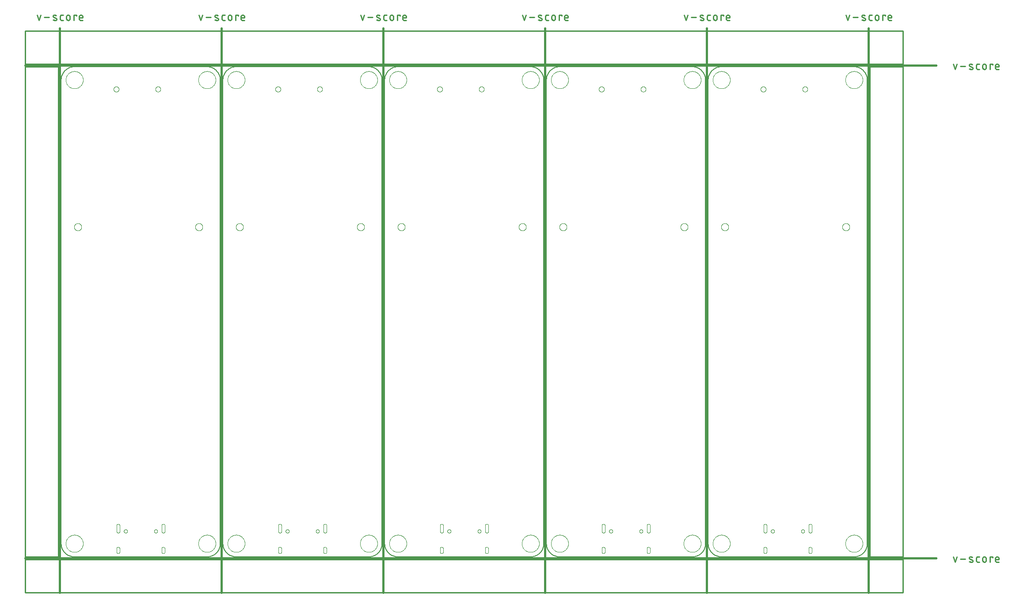
<source format=gko>
G04 EAGLE Gerber RS-274X export*
G75*
%MOMM*%
%FSLAX34Y34*%
%LPD*%
%IN*%
%IPPOS*%
%AMOC8*
5,1,8,0,0,1.08239X$1,22.5*%
G01*
%ADD10C,0.203200*%
%ADD11C,0.381000*%
%ADD12C,0.279400*%
%ADD13C,0.254000*%
%ADD14C,0.000000*%
%ADD15C,0.010000*%


D10*
X25400Y939800D02*
X279400Y939800D01*
X304800Y914400D02*
X304800Y25400D01*
X279400Y0D02*
X25400Y0D01*
X24786Y7D01*
X24173Y30D01*
X23560Y67D01*
X22949Y119D01*
X22338Y185D01*
X21730Y267D01*
X21124Y363D01*
X20520Y473D01*
X19919Y598D01*
X19321Y738D01*
X18727Y892D01*
X18137Y1061D01*
X17551Y1243D01*
X16970Y1440D01*
X16393Y1651D01*
X15822Y1875D01*
X15256Y2113D01*
X14696Y2365D01*
X14143Y2631D01*
X13596Y2909D01*
X13056Y3201D01*
X12523Y3506D01*
X11998Y3824D01*
X11480Y4154D01*
X10971Y4496D01*
X10470Y4851D01*
X9978Y5218D01*
X9495Y5596D01*
X9021Y5986D01*
X8557Y6388D01*
X8102Y6800D01*
X7658Y7224D01*
X7224Y7658D01*
X6800Y8102D01*
X6388Y8557D01*
X5986Y9021D01*
X5596Y9495D01*
X5218Y9978D01*
X4851Y10470D01*
X4496Y10971D01*
X4154Y11480D01*
X3824Y11998D01*
X3506Y12523D01*
X3201Y13056D01*
X2909Y13596D01*
X2631Y14143D01*
X2365Y14696D01*
X2113Y15256D01*
X1875Y15822D01*
X1651Y16393D01*
X1440Y16970D01*
X1243Y17551D01*
X1061Y18137D01*
X892Y18727D01*
X738Y19321D01*
X598Y19919D01*
X473Y20520D01*
X363Y21124D01*
X267Y21730D01*
X185Y22338D01*
X119Y22949D01*
X67Y23560D01*
X30Y24173D01*
X7Y24786D01*
X0Y25400D01*
X0Y914400D01*
X304800Y25400D02*
X304793Y24786D01*
X304770Y24173D01*
X304733Y23560D01*
X304681Y22949D01*
X304615Y22338D01*
X304533Y21730D01*
X304437Y21124D01*
X304327Y20520D01*
X304202Y19919D01*
X304062Y19321D01*
X303908Y18727D01*
X303739Y18137D01*
X303557Y17551D01*
X303360Y16970D01*
X303149Y16393D01*
X302925Y15822D01*
X302687Y15256D01*
X302435Y14696D01*
X302169Y14143D01*
X301891Y13596D01*
X301599Y13056D01*
X301294Y12523D01*
X300976Y11998D01*
X300646Y11480D01*
X300304Y10971D01*
X299949Y10470D01*
X299582Y9978D01*
X299204Y9495D01*
X298814Y9021D01*
X298412Y8557D01*
X298000Y8102D01*
X297576Y7658D01*
X297142Y7224D01*
X296698Y6800D01*
X296243Y6388D01*
X295779Y5986D01*
X295305Y5596D01*
X294822Y5218D01*
X294330Y4851D01*
X293829Y4496D01*
X293320Y4154D01*
X292802Y3824D01*
X292277Y3506D01*
X291744Y3201D01*
X291204Y2909D01*
X290657Y2631D01*
X290104Y2365D01*
X289544Y2113D01*
X288978Y1875D01*
X288407Y1651D01*
X287830Y1440D01*
X287249Y1243D01*
X286663Y1061D01*
X286073Y892D01*
X285479Y738D01*
X284881Y598D01*
X284280Y473D01*
X283676Y363D01*
X283070Y267D01*
X282462Y185D01*
X281851Y119D01*
X281240Y67D01*
X280627Y30D01*
X280014Y7D01*
X279400Y0D01*
X0Y914400D02*
X7Y915014D01*
X30Y915627D01*
X67Y916240D01*
X119Y916851D01*
X185Y917462D01*
X267Y918070D01*
X363Y918676D01*
X473Y919280D01*
X598Y919881D01*
X738Y920479D01*
X892Y921073D01*
X1061Y921663D01*
X1243Y922249D01*
X1440Y922830D01*
X1651Y923407D01*
X1875Y923978D01*
X2113Y924544D01*
X2365Y925104D01*
X2631Y925657D01*
X2909Y926204D01*
X3201Y926744D01*
X3506Y927277D01*
X3824Y927802D01*
X4154Y928320D01*
X4496Y928829D01*
X4851Y929330D01*
X5218Y929822D01*
X5596Y930305D01*
X5986Y930779D01*
X6388Y931243D01*
X6800Y931698D01*
X7224Y932142D01*
X7658Y932576D01*
X8102Y933000D01*
X8557Y933412D01*
X9021Y933814D01*
X9495Y934204D01*
X9978Y934582D01*
X10470Y934949D01*
X10971Y935304D01*
X11480Y935646D01*
X11998Y935976D01*
X12523Y936294D01*
X13056Y936599D01*
X13596Y936891D01*
X14143Y937169D01*
X14696Y937435D01*
X15256Y937687D01*
X15822Y937925D01*
X16393Y938149D01*
X16970Y938360D01*
X17551Y938557D01*
X18137Y938739D01*
X18727Y938908D01*
X19321Y939062D01*
X19919Y939202D01*
X20520Y939327D01*
X21124Y939437D01*
X21730Y939533D01*
X22338Y939615D01*
X22949Y939681D01*
X23560Y939733D01*
X24173Y939770D01*
X24786Y939793D01*
X25400Y939800D01*
X279400Y939800D02*
X280014Y939793D01*
X280627Y939770D01*
X281240Y939733D01*
X281851Y939681D01*
X282462Y939615D01*
X283070Y939533D01*
X283676Y939437D01*
X284280Y939327D01*
X284881Y939202D01*
X285479Y939062D01*
X286073Y938908D01*
X286663Y938739D01*
X287249Y938557D01*
X287830Y938360D01*
X288407Y938149D01*
X288978Y937925D01*
X289544Y937687D01*
X290104Y937435D01*
X290657Y937169D01*
X291204Y936891D01*
X291744Y936599D01*
X292277Y936294D01*
X292802Y935976D01*
X293320Y935646D01*
X293829Y935304D01*
X294330Y934949D01*
X294822Y934582D01*
X295305Y934204D01*
X295779Y933814D01*
X296243Y933412D01*
X296698Y933000D01*
X297142Y932576D01*
X297576Y932142D01*
X298000Y931698D01*
X298412Y931243D01*
X298814Y930779D01*
X299204Y930305D01*
X299582Y929822D01*
X299949Y929330D01*
X300304Y928829D01*
X300646Y928320D01*
X300976Y927802D01*
X301294Y927277D01*
X301599Y926744D01*
X301891Y926204D01*
X302169Y925657D01*
X302435Y925104D01*
X302687Y924544D01*
X302925Y923978D01*
X303149Y923407D01*
X303360Y922830D01*
X303557Y922249D01*
X303739Y921663D01*
X303908Y921073D01*
X304062Y920479D01*
X304202Y919881D01*
X304327Y919280D01*
X304437Y918676D01*
X304533Y918070D01*
X304615Y917462D01*
X304681Y916851D01*
X304733Y916240D01*
X304770Y915627D01*
X304793Y915014D01*
X304800Y914400D01*
X335280Y939800D02*
X589280Y939800D01*
X614680Y914400D02*
X614680Y25400D01*
X589280Y0D02*
X335280Y0D01*
X334666Y7D01*
X334053Y30D01*
X333440Y67D01*
X332829Y119D01*
X332218Y185D01*
X331610Y267D01*
X331004Y363D01*
X330400Y473D01*
X329799Y598D01*
X329201Y738D01*
X328607Y892D01*
X328017Y1061D01*
X327431Y1243D01*
X326850Y1440D01*
X326273Y1651D01*
X325702Y1875D01*
X325136Y2113D01*
X324576Y2365D01*
X324023Y2631D01*
X323476Y2909D01*
X322936Y3201D01*
X322403Y3506D01*
X321878Y3824D01*
X321360Y4154D01*
X320851Y4496D01*
X320350Y4851D01*
X319858Y5218D01*
X319375Y5596D01*
X318901Y5986D01*
X318437Y6388D01*
X317982Y6800D01*
X317538Y7224D01*
X317104Y7658D01*
X316680Y8102D01*
X316268Y8557D01*
X315866Y9021D01*
X315476Y9495D01*
X315098Y9978D01*
X314731Y10470D01*
X314376Y10971D01*
X314034Y11480D01*
X313704Y11998D01*
X313386Y12523D01*
X313081Y13056D01*
X312789Y13596D01*
X312511Y14143D01*
X312245Y14696D01*
X311993Y15256D01*
X311755Y15822D01*
X311531Y16393D01*
X311320Y16970D01*
X311123Y17551D01*
X310941Y18137D01*
X310772Y18727D01*
X310618Y19321D01*
X310478Y19919D01*
X310353Y20520D01*
X310243Y21124D01*
X310147Y21730D01*
X310065Y22338D01*
X309999Y22949D01*
X309947Y23560D01*
X309910Y24173D01*
X309887Y24786D01*
X309880Y25400D01*
X309880Y914400D01*
X614680Y25400D02*
X614673Y24786D01*
X614650Y24173D01*
X614613Y23560D01*
X614561Y22949D01*
X614495Y22338D01*
X614413Y21730D01*
X614317Y21124D01*
X614207Y20520D01*
X614082Y19919D01*
X613942Y19321D01*
X613788Y18727D01*
X613619Y18137D01*
X613437Y17551D01*
X613240Y16970D01*
X613029Y16393D01*
X612805Y15822D01*
X612567Y15256D01*
X612315Y14696D01*
X612049Y14143D01*
X611771Y13596D01*
X611479Y13056D01*
X611174Y12523D01*
X610856Y11998D01*
X610526Y11480D01*
X610184Y10971D01*
X609829Y10470D01*
X609462Y9978D01*
X609084Y9495D01*
X608694Y9021D01*
X608292Y8557D01*
X607880Y8102D01*
X607456Y7658D01*
X607022Y7224D01*
X606578Y6800D01*
X606123Y6388D01*
X605659Y5986D01*
X605185Y5596D01*
X604702Y5218D01*
X604210Y4851D01*
X603709Y4496D01*
X603200Y4154D01*
X602682Y3824D01*
X602157Y3506D01*
X601624Y3201D01*
X601084Y2909D01*
X600537Y2631D01*
X599984Y2365D01*
X599424Y2113D01*
X598858Y1875D01*
X598287Y1651D01*
X597710Y1440D01*
X597129Y1243D01*
X596543Y1061D01*
X595953Y892D01*
X595359Y738D01*
X594761Y598D01*
X594160Y473D01*
X593556Y363D01*
X592950Y267D01*
X592342Y185D01*
X591731Y119D01*
X591120Y67D01*
X590507Y30D01*
X589894Y7D01*
X589280Y0D01*
X309880Y914400D02*
X309887Y915014D01*
X309910Y915627D01*
X309947Y916240D01*
X309999Y916851D01*
X310065Y917462D01*
X310147Y918070D01*
X310243Y918676D01*
X310353Y919280D01*
X310478Y919881D01*
X310618Y920479D01*
X310772Y921073D01*
X310941Y921663D01*
X311123Y922249D01*
X311320Y922830D01*
X311531Y923407D01*
X311755Y923978D01*
X311993Y924544D01*
X312245Y925104D01*
X312511Y925657D01*
X312789Y926204D01*
X313081Y926744D01*
X313386Y927277D01*
X313704Y927802D01*
X314034Y928320D01*
X314376Y928829D01*
X314731Y929330D01*
X315098Y929822D01*
X315476Y930305D01*
X315866Y930779D01*
X316268Y931243D01*
X316680Y931698D01*
X317104Y932142D01*
X317538Y932576D01*
X317982Y933000D01*
X318437Y933412D01*
X318901Y933814D01*
X319375Y934204D01*
X319858Y934582D01*
X320350Y934949D01*
X320851Y935304D01*
X321360Y935646D01*
X321878Y935976D01*
X322403Y936294D01*
X322936Y936599D01*
X323476Y936891D01*
X324023Y937169D01*
X324576Y937435D01*
X325136Y937687D01*
X325702Y937925D01*
X326273Y938149D01*
X326850Y938360D01*
X327431Y938557D01*
X328017Y938739D01*
X328607Y938908D01*
X329201Y939062D01*
X329799Y939202D01*
X330400Y939327D01*
X331004Y939437D01*
X331610Y939533D01*
X332218Y939615D01*
X332829Y939681D01*
X333440Y939733D01*
X334053Y939770D01*
X334666Y939793D01*
X335280Y939800D01*
X589280Y939800D02*
X589894Y939793D01*
X590507Y939770D01*
X591120Y939733D01*
X591731Y939681D01*
X592342Y939615D01*
X592950Y939533D01*
X593556Y939437D01*
X594160Y939327D01*
X594761Y939202D01*
X595359Y939062D01*
X595953Y938908D01*
X596543Y938739D01*
X597129Y938557D01*
X597710Y938360D01*
X598287Y938149D01*
X598858Y937925D01*
X599424Y937687D01*
X599984Y937435D01*
X600537Y937169D01*
X601084Y936891D01*
X601624Y936599D01*
X602157Y936294D01*
X602682Y935976D01*
X603200Y935646D01*
X603709Y935304D01*
X604210Y934949D01*
X604702Y934582D01*
X605185Y934204D01*
X605659Y933814D01*
X606123Y933412D01*
X606578Y933000D01*
X607022Y932576D01*
X607456Y932142D01*
X607880Y931698D01*
X608292Y931243D01*
X608694Y930779D01*
X609084Y930305D01*
X609462Y929822D01*
X609829Y929330D01*
X610184Y928829D01*
X610526Y928320D01*
X610856Y927802D01*
X611174Y927277D01*
X611479Y926744D01*
X611771Y926204D01*
X612049Y925657D01*
X612315Y925104D01*
X612567Y924544D01*
X612805Y923978D01*
X613029Y923407D01*
X613240Y922830D01*
X613437Y922249D01*
X613619Y921663D01*
X613788Y921073D01*
X613942Y920479D01*
X614082Y919881D01*
X614207Y919280D01*
X614317Y918676D01*
X614413Y918070D01*
X614495Y917462D01*
X614561Y916851D01*
X614613Y916240D01*
X614650Y915627D01*
X614673Y915014D01*
X614680Y914400D01*
X645160Y939800D02*
X899160Y939800D01*
X924560Y914400D02*
X924560Y25400D01*
X899160Y0D02*
X645160Y0D01*
X644546Y7D01*
X643933Y30D01*
X643320Y67D01*
X642709Y119D01*
X642098Y185D01*
X641490Y267D01*
X640884Y363D01*
X640280Y473D01*
X639679Y598D01*
X639081Y738D01*
X638487Y892D01*
X637897Y1061D01*
X637311Y1243D01*
X636730Y1440D01*
X636153Y1651D01*
X635582Y1875D01*
X635016Y2113D01*
X634456Y2365D01*
X633903Y2631D01*
X633356Y2909D01*
X632816Y3201D01*
X632283Y3506D01*
X631758Y3824D01*
X631240Y4154D01*
X630731Y4496D01*
X630230Y4851D01*
X629738Y5218D01*
X629255Y5596D01*
X628781Y5986D01*
X628317Y6388D01*
X627862Y6800D01*
X627418Y7224D01*
X626984Y7658D01*
X626560Y8102D01*
X626148Y8557D01*
X625746Y9021D01*
X625356Y9495D01*
X624978Y9978D01*
X624611Y10470D01*
X624256Y10971D01*
X623914Y11480D01*
X623584Y11998D01*
X623266Y12523D01*
X622961Y13056D01*
X622669Y13596D01*
X622391Y14143D01*
X622125Y14696D01*
X621873Y15256D01*
X621635Y15822D01*
X621411Y16393D01*
X621200Y16970D01*
X621003Y17551D01*
X620821Y18137D01*
X620652Y18727D01*
X620498Y19321D01*
X620358Y19919D01*
X620233Y20520D01*
X620123Y21124D01*
X620027Y21730D01*
X619945Y22338D01*
X619879Y22949D01*
X619827Y23560D01*
X619790Y24173D01*
X619767Y24786D01*
X619760Y25400D01*
X619760Y914400D01*
X924560Y25400D02*
X924553Y24786D01*
X924530Y24173D01*
X924493Y23560D01*
X924441Y22949D01*
X924375Y22338D01*
X924293Y21730D01*
X924197Y21124D01*
X924087Y20520D01*
X923962Y19919D01*
X923822Y19321D01*
X923668Y18727D01*
X923499Y18137D01*
X923317Y17551D01*
X923120Y16970D01*
X922909Y16393D01*
X922685Y15822D01*
X922447Y15256D01*
X922195Y14696D01*
X921929Y14143D01*
X921651Y13596D01*
X921359Y13056D01*
X921054Y12523D01*
X920736Y11998D01*
X920406Y11480D01*
X920064Y10971D01*
X919709Y10470D01*
X919342Y9978D01*
X918964Y9495D01*
X918574Y9021D01*
X918172Y8557D01*
X917760Y8102D01*
X917336Y7658D01*
X916902Y7224D01*
X916458Y6800D01*
X916003Y6388D01*
X915539Y5986D01*
X915065Y5596D01*
X914582Y5218D01*
X914090Y4851D01*
X913589Y4496D01*
X913080Y4154D01*
X912562Y3824D01*
X912037Y3506D01*
X911504Y3201D01*
X910964Y2909D01*
X910417Y2631D01*
X909864Y2365D01*
X909304Y2113D01*
X908738Y1875D01*
X908167Y1651D01*
X907590Y1440D01*
X907009Y1243D01*
X906423Y1061D01*
X905833Y892D01*
X905239Y738D01*
X904641Y598D01*
X904040Y473D01*
X903436Y363D01*
X902830Y267D01*
X902222Y185D01*
X901611Y119D01*
X901000Y67D01*
X900387Y30D01*
X899774Y7D01*
X899160Y0D01*
X619760Y914400D02*
X619767Y915014D01*
X619790Y915627D01*
X619827Y916240D01*
X619879Y916851D01*
X619945Y917462D01*
X620027Y918070D01*
X620123Y918676D01*
X620233Y919280D01*
X620358Y919881D01*
X620498Y920479D01*
X620652Y921073D01*
X620821Y921663D01*
X621003Y922249D01*
X621200Y922830D01*
X621411Y923407D01*
X621635Y923978D01*
X621873Y924544D01*
X622125Y925104D01*
X622391Y925657D01*
X622669Y926204D01*
X622961Y926744D01*
X623266Y927277D01*
X623584Y927802D01*
X623914Y928320D01*
X624256Y928829D01*
X624611Y929330D01*
X624978Y929822D01*
X625356Y930305D01*
X625746Y930779D01*
X626148Y931243D01*
X626560Y931698D01*
X626984Y932142D01*
X627418Y932576D01*
X627862Y933000D01*
X628317Y933412D01*
X628781Y933814D01*
X629255Y934204D01*
X629738Y934582D01*
X630230Y934949D01*
X630731Y935304D01*
X631240Y935646D01*
X631758Y935976D01*
X632283Y936294D01*
X632816Y936599D01*
X633356Y936891D01*
X633903Y937169D01*
X634456Y937435D01*
X635016Y937687D01*
X635582Y937925D01*
X636153Y938149D01*
X636730Y938360D01*
X637311Y938557D01*
X637897Y938739D01*
X638487Y938908D01*
X639081Y939062D01*
X639679Y939202D01*
X640280Y939327D01*
X640884Y939437D01*
X641490Y939533D01*
X642098Y939615D01*
X642709Y939681D01*
X643320Y939733D01*
X643933Y939770D01*
X644546Y939793D01*
X645160Y939800D01*
X899160Y939800D02*
X899774Y939793D01*
X900387Y939770D01*
X901000Y939733D01*
X901611Y939681D01*
X902222Y939615D01*
X902830Y939533D01*
X903436Y939437D01*
X904040Y939327D01*
X904641Y939202D01*
X905239Y939062D01*
X905833Y938908D01*
X906423Y938739D01*
X907009Y938557D01*
X907590Y938360D01*
X908167Y938149D01*
X908738Y937925D01*
X909304Y937687D01*
X909864Y937435D01*
X910417Y937169D01*
X910964Y936891D01*
X911504Y936599D01*
X912037Y936294D01*
X912562Y935976D01*
X913080Y935646D01*
X913589Y935304D01*
X914090Y934949D01*
X914582Y934582D01*
X915065Y934204D01*
X915539Y933814D01*
X916003Y933412D01*
X916458Y933000D01*
X916902Y932576D01*
X917336Y932142D01*
X917760Y931698D01*
X918172Y931243D01*
X918574Y930779D01*
X918964Y930305D01*
X919342Y929822D01*
X919709Y929330D01*
X920064Y928829D01*
X920406Y928320D01*
X920736Y927802D01*
X921054Y927277D01*
X921359Y926744D01*
X921651Y926204D01*
X921929Y925657D01*
X922195Y925104D01*
X922447Y924544D01*
X922685Y923978D01*
X922909Y923407D01*
X923120Y922830D01*
X923317Y922249D01*
X923499Y921663D01*
X923668Y921073D01*
X923822Y920479D01*
X923962Y919881D01*
X924087Y919280D01*
X924197Y918676D01*
X924293Y918070D01*
X924375Y917462D01*
X924441Y916851D01*
X924493Y916240D01*
X924530Y915627D01*
X924553Y915014D01*
X924560Y914400D01*
X955040Y939800D02*
X1209040Y939800D01*
X1234440Y914400D02*
X1234440Y25400D01*
X1209040Y0D02*
X955040Y0D01*
X954426Y7D01*
X953813Y30D01*
X953200Y67D01*
X952589Y119D01*
X951978Y185D01*
X951370Y267D01*
X950764Y363D01*
X950160Y473D01*
X949559Y598D01*
X948961Y738D01*
X948367Y892D01*
X947777Y1061D01*
X947191Y1243D01*
X946610Y1440D01*
X946033Y1651D01*
X945462Y1875D01*
X944896Y2113D01*
X944336Y2365D01*
X943783Y2631D01*
X943236Y2909D01*
X942696Y3201D01*
X942163Y3506D01*
X941638Y3824D01*
X941120Y4154D01*
X940611Y4496D01*
X940110Y4851D01*
X939618Y5218D01*
X939135Y5596D01*
X938661Y5986D01*
X938197Y6388D01*
X937742Y6800D01*
X937298Y7224D01*
X936864Y7658D01*
X936440Y8102D01*
X936028Y8557D01*
X935626Y9021D01*
X935236Y9495D01*
X934858Y9978D01*
X934491Y10470D01*
X934136Y10971D01*
X933794Y11480D01*
X933464Y11998D01*
X933146Y12523D01*
X932841Y13056D01*
X932549Y13596D01*
X932271Y14143D01*
X932005Y14696D01*
X931753Y15256D01*
X931515Y15822D01*
X931291Y16393D01*
X931080Y16970D01*
X930883Y17551D01*
X930701Y18137D01*
X930532Y18727D01*
X930378Y19321D01*
X930238Y19919D01*
X930113Y20520D01*
X930003Y21124D01*
X929907Y21730D01*
X929825Y22338D01*
X929759Y22949D01*
X929707Y23560D01*
X929670Y24173D01*
X929647Y24786D01*
X929640Y25400D01*
X929640Y914400D01*
X1234440Y25400D02*
X1234433Y24786D01*
X1234410Y24173D01*
X1234373Y23560D01*
X1234321Y22949D01*
X1234255Y22338D01*
X1234173Y21730D01*
X1234077Y21124D01*
X1233967Y20520D01*
X1233842Y19919D01*
X1233702Y19321D01*
X1233548Y18727D01*
X1233379Y18137D01*
X1233197Y17551D01*
X1233000Y16970D01*
X1232789Y16393D01*
X1232565Y15822D01*
X1232327Y15256D01*
X1232075Y14696D01*
X1231809Y14143D01*
X1231531Y13596D01*
X1231239Y13056D01*
X1230934Y12523D01*
X1230616Y11998D01*
X1230286Y11480D01*
X1229944Y10971D01*
X1229589Y10470D01*
X1229222Y9978D01*
X1228844Y9495D01*
X1228454Y9021D01*
X1228052Y8557D01*
X1227640Y8102D01*
X1227216Y7658D01*
X1226782Y7224D01*
X1226338Y6800D01*
X1225883Y6388D01*
X1225419Y5986D01*
X1224945Y5596D01*
X1224462Y5218D01*
X1223970Y4851D01*
X1223469Y4496D01*
X1222960Y4154D01*
X1222442Y3824D01*
X1221917Y3506D01*
X1221384Y3201D01*
X1220844Y2909D01*
X1220297Y2631D01*
X1219744Y2365D01*
X1219184Y2113D01*
X1218618Y1875D01*
X1218047Y1651D01*
X1217470Y1440D01*
X1216889Y1243D01*
X1216303Y1061D01*
X1215713Y892D01*
X1215119Y738D01*
X1214521Y598D01*
X1213920Y473D01*
X1213316Y363D01*
X1212710Y267D01*
X1212102Y185D01*
X1211491Y119D01*
X1210880Y67D01*
X1210267Y30D01*
X1209654Y7D01*
X1209040Y0D01*
X929640Y914400D02*
X929647Y915014D01*
X929670Y915627D01*
X929707Y916240D01*
X929759Y916851D01*
X929825Y917462D01*
X929907Y918070D01*
X930003Y918676D01*
X930113Y919280D01*
X930238Y919881D01*
X930378Y920479D01*
X930532Y921073D01*
X930701Y921663D01*
X930883Y922249D01*
X931080Y922830D01*
X931291Y923407D01*
X931515Y923978D01*
X931753Y924544D01*
X932005Y925104D01*
X932271Y925657D01*
X932549Y926204D01*
X932841Y926744D01*
X933146Y927277D01*
X933464Y927802D01*
X933794Y928320D01*
X934136Y928829D01*
X934491Y929330D01*
X934858Y929822D01*
X935236Y930305D01*
X935626Y930779D01*
X936028Y931243D01*
X936440Y931698D01*
X936864Y932142D01*
X937298Y932576D01*
X937742Y933000D01*
X938197Y933412D01*
X938661Y933814D01*
X939135Y934204D01*
X939618Y934582D01*
X940110Y934949D01*
X940611Y935304D01*
X941120Y935646D01*
X941638Y935976D01*
X942163Y936294D01*
X942696Y936599D01*
X943236Y936891D01*
X943783Y937169D01*
X944336Y937435D01*
X944896Y937687D01*
X945462Y937925D01*
X946033Y938149D01*
X946610Y938360D01*
X947191Y938557D01*
X947777Y938739D01*
X948367Y938908D01*
X948961Y939062D01*
X949559Y939202D01*
X950160Y939327D01*
X950764Y939437D01*
X951370Y939533D01*
X951978Y939615D01*
X952589Y939681D01*
X953200Y939733D01*
X953813Y939770D01*
X954426Y939793D01*
X955040Y939800D01*
X1209040Y939800D02*
X1209654Y939793D01*
X1210267Y939770D01*
X1210880Y939733D01*
X1211491Y939681D01*
X1212102Y939615D01*
X1212710Y939533D01*
X1213316Y939437D01*
X1213920Y939327D01*
X1214521Y939202D01*
X1215119Y939062D01*
X1215713Y938908D01*
X1216303Y938739D01*
X1216889Y938557D01*
X1217470Y938360D01*
X1218047Y938149D01*
X1218618Y937925D01*
X1219184Y937687D01*
X1219744Y937435D01*
X1220297Y937169D01*
X1220844Y936891D01*
X1221384Y936599D01*
X1221917Y936294D01*
X1222442Y935976D01*
X1222960Y935646D01*
X1223469Y935304D01*
X1223970Y934949D01*
X1224462Y934582D01*
X1224945Y934204D01*
X1225419Y933814D01*
X1225883Y933412D01*
X1226338Y933000D01*
X1226782Y932576D01*
X1227216Y932142D01*
X1227640Y931698D01*
X1228052Y931243D01*
X1228454Y930779D01*
X1228844Y930305D01*
X1229222Y929822D01*
X1229589Y929330D01*
X1229944Y928829D01*
X1230286Y928320D01*
X1230616Y927802D01*
X1230934Y927277D01*
X1231239Y926744D01*
X1231531Y926204D01*
X1231809Y925657D01*
X1232075Y925104D01*
X1232327Y924544D01*
X1232565Y923978D01*
X1232789Y923407D01*
X1233000Y922830D01*
X1233197Y922249D01*
X1233379Y921663D01*
X1233548Y921073D01*
X1233702Y920479D01*
X1233842Y919881D01*
X1233967Y919280D01*
X1234077Y918676D01*
X1234173Y918070D01*
X1234255Y917462D01*
X1234321Y916851D01*
X1234373Y916240D01*
X1234410Y915627D01*
X1234433Y915014D01*
X1234440Y914400D01*
X1264920Y939800D02*
X1518920Y939800D01*
X1544320Y914400D02*
X1544320Y25400D01*
X1518920Y0D02*
X1264920Y0D01*
X1264306Y7D01*
X1263693Y30D01*
X1263080Y67D01*
X1262469Y119D01*
X1261858Y185D01*
X1261250Y267D01*
X1260644Y363D01*
X1260040Y473D01*
X1259439Y598D01*
X1258841Y738D01*
X1258247Y892D01*
X1257657Y1061D01*
X1257071Y1243D01*
X1256490Y1440D01*
X1255913Y1651D01*
X1255342Y1875D01*
X1254776Y2113D01*
X1254216Y2365D01*
X1253663Y2631D01*
X1253116Y2909D01*
X1252576Y3201D01*
X1252043Y3506D01*
X1251518Y3824D01*
X1251000Y4154D01*
X1250491Y4496D01*
X1249990Y4851D01*
X1249498Y5218D01*
X1249015Y5596D01*
X1248541Y5986D01*
X1248077Y6388D01*
X1247622Y6800D01*
X1247178Y7224D01*
X1246744Y7658D01*
X1246320Y8102D01*
X1245908Y8557D01*
X1245506Y9021D01*
X1245116Y9495D01*
X1244738Y9978D01*
X1244371Y10470D01*
X1244016Y10971D01*
X1243674Y11480D01*
X1243344Y11998D01*
X1243026Y12523D01*
X1242721Y13056D01*
X1242429Y13596D01*
X1242151Y14143D01*
X1241885Y14696D01*
X1241633Y15256D01*
X1241395Y15822D01*
X1241171Y16393D01*
X1240960Y16970D01*
X1240763Y17551D01*
X1240581Y18137D01*
X1240412Y18727D01*
X1240258Y19321D01*
X1240118Y19919D01*
X1239993Y20520D01*
X1239883Y21124D01*
X1239787Y21730D01*
X1239705Y22338D01*
X1239639Y22949D01*
X1239587Y23560D01*
X1239550Y24173D01*
X1239527Y24786D01*
X1239520Y25400D01*
X1239520Y914400D01*
X1544320Y25400D02*
X1544313Y24786D01*
X1544290Y24173D01*
X1544253Y23560D01*
X1544201Y22949D01*
X1544135Y22338D01*
X1544053Y21730D01*
X1543957Y21124D01*
X1543847Y20520D01*
X1543722Y19919D01*
X1543582Y19321D01*
X1543428Y18727D01*
X1543259Y18137D01*
X1543077Y17551D01*
X1542880Y16970D01*
X1542669Y16393D01*
X1542445Y15822D01*
X1542207Y15256D01*
X1541955Y14696D01*
X1541689Y14143D01*
X1541411Y13596D01*
X1541119Y13056D01*
X1540814Y12523D01*
X1540496Y11998D01*
X1540166Y11480D01*
X1539824Y10971D01*
X1539469Y10470D01*
X1539102Y9978D01*
X1538724Y9495D01*
X1538334Y9021D01*
X1537932Y8557D01*
X1537520Y8102D01*
X1537096Y7658D01*
X1536662Y7224D01*
X1536218Y6800D01*
X1535763Y6388D01*
X1535299Y5986D01*
X1534825Y5596D01*
X1534342Y5218D01*
X1533850Y4851D01*
X1533349Y4496D01*
X1532840Y4154D01*
X1532322Y3824D01*
X1531797Y3506D01*
X1531264Y3201D01*
X1530724Y2909D01*
X1530177Y2631D01*
X1529624Y2365D01*
X1529064Y2113D01*
X1528498Y1875D01*
X1527927Y1651D01*
X1527350Y1440D01*
X1526769Y1243D01*
X1526183Y1061D01*
X1525593Y892D01*
X1524999Y738D01*
X1524401Y598D01*
X1523800Y473D01*
X1523196Y363D01*
X1522590Y267D01*
X1521982Y185D01*
X1521371Y119D01*
X1520760Y67D01*
X1520147Y30D01*
X1519534Y7D01*
X1518920Y0D01*
X1239520Y914400D02*
X1239527Y915014D01*
X1239550Y915627D01*
X1239587Y916240D01*
X1239639Y916851D01*
X1239705Y917462D01*
X1239787Y918070D01*
X1239883Y918676D01*
X1239993Y919280D01*
X1240118Y919881D01*
X1240258Y920479D01*
X1240412Y921073D01*
X1240581Y921663D01*
X1240763Y922249D01*
X1240960Y922830D01*
X1241171Y923407D01*
X1241395Y923978D01*
X1241633Y924544D01*
X1241885Y925104D01*
X1242151Y925657D01*
X1242429Y926204D01*
X1242721Y926744D01*
X1243026Y927277D01*
X1243344Y927802D01*
X1243674Y928320D01*
X1244016Y928829D01*
X1244371Y929330D01*
X1244738Y929822D01*
X1245116Y930305D01*
X1245506Y930779D01*
X1245908Y931243D01*
X1246320Y931698D01*
X1246744Y932142D01*
X1247178Y932576D01*
X1247622Y933000D01*
X1248077Y933412D01*
X1248541Y933814D01*
X1249015Y934204D01*
X1249498Y934582D01*
X1249990Y934949D01*
X1250491Y935304D01*
X1251000Y935646D01*
X1251518Y935976D01*
X1252043Y936294D01*
X1252576Y936599D01*
X1253116Y936891D01*
X1253663Y937169D01*
X1254216Y937435D01*
X1254776Y937687D01*
X1255342Y937925D01*
X1255913Y938149D01*
X1256490Y938360D01*
X1257071Y938557D01*
X1257657Y938739D01*
X1258247Y938908D01*
X1258841Y939062D01*
X1259439Y939202D01*
X1260040Y939327D01*
X1260644Y939437D01*
X1261250Y939533D01*
X1261858Y939615D01*
X1262469Y939681D01*
X1263080Y939733D01*
X1263693Y939770D01*
X1264306Y939793D01*
X1264920Y939800D01*
X1518920Y939800D02*
X1519534Y939793D01*
X1520147Y939770D01*
X1520760Y939733D01*
X1521371Y939681D01*
X1521982Y939615D01*
X1522590Y939533D01*
X1523196Y939437D01*
X1523800Y939327D01*
X1524401Y939202D01*
X1524999Y939062D01*
X1525593Y938908D01*
X1526183Y938739D01*
X1526769Y938557D01*
X1527350Y938360D01*
X1527927Y938149D01*
X1528498Y937925D01*
X1529064Y937687D01*
X1529624Y937435D01*
X1530177Y937169D01*
X1530724Y936891D01*
X1531264Y936599D01*
X1531797Y936294D01*
X1532322Y935976D01*
X1532840Y935646D01*
X1533349Y935304D01*
X1533850Y934949D01*
X1534342Y934582D01*
X1534825Y934204D01*
X1535299Y933814D01*
X1535763Y933412D01*
X1536218Y933000D01*
X1536662Y932576D01*
X1537096Y932142D01*
X1537520Y931698D01*
X1537932Y931243D01*
X1538334Y930779D01*
X1538724Y930305D01*
X1539102Y929822D01*
X1539469Y929330D01*
X1539824Y928829D01*
X1540166Y928320D01*
X1540496Y927802D01*
X1540814Y927277D01*
X1541119Y926744D01*
X1541411Y926204D01*
X1541689Y925657D01*
X1541955Y925104D01*
X1542207Y924544D01*
X1542445Y923978D01*
X1542669Y923407D01*
X1542880Y922830D01*
X1543077Y922249D01*
X1543259Y921663D01*
X1543428Y921073D01*
X1543582Y920479D01*
X1543722Y919881D01*
X1543847Y919280D01*
X1543957Y918676D01*
X1544053Y918070D01*
X1544135Y917462D01*
X1544201Y916851D01*
X1544253Y916240D01*
X1544290Y915627D01*
X1544313Y915014D01*
X1544320Y914400D01*
D11*
X-2540Y1013460D02*
X-2540Y-68580D01*
D12*
X-42921Y1028827D02*
X-46251Y1038818D01*
X-39590Y1038818D02*
X-42921Y1028827D01*
X-32806Y1034655D02*
X-22815Y1034655D01*
X-14261Y1034655D02*
X-10098Y1032990D01*
X-14261Y1034654D02*
X-14346Y1034690D01*
X-14429Y1034730D01*
X-14510Y1034773D01*
X-14590Y1034820D01*
X-14667Y1034870D01*
X-14743Y1034923D01*
X-14816Y1034979D01*
X-14886Y1035039D01*
X-14954Y1035101D01*
X-15019Y1035166D01*
X-15081Y1035234D01*
X-15141Y1035305D01*
X-15197Y1035378D01*
X-15250Y1035453D01*
X-15300Y1035531D01*
X-15346Y1035610D01*
X-15389Y1035692D01*
X-15429Y1035775D01*
X-15465Y1035860D01*
X-15497Y1035946D01*
X-15526Y1036034D01*
X-15550Y1036123D01*
X-15571Y1036213D01*
X-15588Y1036303D01*
X-15602Y1036394D01*
X-15611Y1036486D01*
X-15616Y1036578D01*
X-15618Y1036670D01*
X-15616Y1036762D01*
X-15609Y1036854D01*
X-15599Y1036946D01*
X-15585Y1037037D01*
X-15567Y1037128D01*
X-15545Y1037217D01*
X-15519Y1037306D01*
X-15489Y1037393D01*
X-15456Y1037479D01*
X-15419Y1037563D01*
X-15379Y1037646D01*
X-15335Y1037727D01*
X-15288Y1037806D01*
X-15237Y1037883D01*
X-15183Y1037958D01*
X-15126Y1038031D01*
X-15066Y1038101D01*
X-15003Y1038168D01*
X-14937Y1038232D01*
X-14869Y1038294D01*
X-14798Y1038353D01*
X-14724Y1038408D01*
X-14648Y1038461D01*
X-14570Y1038510D01*
X-14490Y1038556D01*
X-14409Y1038598D01*
X-14325Y1038637D01*
X-14240Y1038672D01*
X-14153Y1038703D01*
X-14065Y1038731D01*
X-13976Y1038755D01*
X-13886Y1038775D01*
X-13796Y1038792D01*
X-13704Y1038804D01*
X-13612Y1038813D01*
X-13520Y1038817D01*
X-13428Y1038818D01*
X-13201Y1038812D01*
X-12974Y1038801D01*
X-12747Y1038784D01*
X-12521Y1038761D01*
X-12295Y1038734D01*
X-12070Y1038700D01*
X-11846Y1038662D01*
X-11623Y1038618D01*
X-11401Y1038569D01*
X-11180Y1038514D01*
X-10961Y1038454D01*
X-10743Y1038389D01*
X-10527Y1038318D01*
X-10313Y1038243D01*
X-10100Y1038162D01*
X-9890Y1038076D01*
X-9681Y1037985D01*
X-10098Y1032990D02*
X-10013Y1032954D01*
X-9930Y1032914D01*
X-9849Y1032871D01*
X-9769Y1032824D01*
X-9692Y1032774D01*
X-9616Y1032721D01*
X-9543Y1032665D01*
X-9473Y1032605D01*
X-9405Y1032543D01*
X-9340Y1032478D01*
X-9278Y1032410D01*
X-9218Y1032339D01*
X-9162Y1032266D01*
X-9109Y1032191D01*
X-9059Y1032113D01*
X-9013Y1032034D01*
X-8970Y1031952D01*
X-8930Y1031869D01*
X-8894Y1031784D01*
X-8862Y1031698D01*
X-8833Y1031610D01*
X-8809Y1031521D01*
X-8788Y1031431D01*
X-8771Y1031341D01*
X-8757Y1031250D01*
X-8748Y1031158D01*
X-8743Y1031066D01*
X-8741Y1030974D01*
X-8743Y1030882D01*
X-8750Y1030790D01*
X-8760Y1030698D01*
X-8774Y1030607D01*
X-8792Y1030516D01*
X-8814Y1030427D01*
X-8840Y1030338D01*
X-8870Y1030251D01*
X-8903Y1030165D01*
X-8940Y1030081D01*
X-8980Y1029998D01*
X-9024Y1029917D01*
X-9071Y1029838D01*
X-9122Y1029761D01*
X-9176Y1029686D01*
X-9233Y1029613D01*
X-9293Y1029543D01*
X-9356Y1029476D01*
X-9422Y1029412D01*
X-9490Y1029350D01*
X-9561Y1029291D01*
X-9635Y1029236D01*
X-9711Y1029183D01*
X-9789Y1029134D01*
X-9869Y1029088D01*
X-9950Y1029046D01*
X-10034Y1029007D01*
X-10119Y1028972D01*
X-10206Y1028941D01*
X-10294Y1028913D01*
X-10383Y1028889D01*
X-10473Y1028869D01*
X-10563Y1028852D01*
X-10655Y1028840D01*
X-10747Y1028831D01*
X-10839Y1028827D01*
X-10931Y1028826D01*
X-10931Y1028827D02*
X-11265Y1028836D01*
X-11598Y1028853D01*
X-11931Y1028877D01*
X-12264Y1028910D01*
X-12595Y1028950D01*
X-12926Y1028998D01*
X-13255Y1029054D01*
X-13583Y1029117D01*
X-13909Y1029189D01*
X-14233Y1029268D01*
X-14556Y1029354D01*
X-14876Y1029449D01*
X-15194Y1029551D01*
X-15510Y1029660D01*
X562Y1028827D02*
X3892Y1028827D01*
X562Y1028827D02*
X464Y1028829D01*
X366Y1028835D01*
X268Y1028844D01*
X171Y1028858D01*
X75Y1028875D01*
X-21Y1028896D01*
X-116Y1028921D01*
X-210Y1028949D01*
X-303Y1028981D01*
X-394Y1029017D01*
X-484Y1029056D01*
X-572Y1029099D01*
X-659Y1029146D01*
X-743Y1029195D01*
X-826Y1029248D01*
X-906Y1029304D01*
X-985Y1029363D01*
X-1060Y1029426D01*
X-1134Y1029491D01*
X-1204Y1029559D01*
X-1272Y1029629D01*
X-1338Y1029703D01*
X-1400Y1029779D01*
X-1459Y1029857D01*
X-1515Y1029937D01*
X-1568Y1030020D01*
X-1618Y1030104D01*
X-1664Y1030191D01*
X-1707Y1030279D01*
X-1746Y1030369D01*
X-1782Y1030460D01*
X-1814Y1030553D01*
X-1842Y1030647D01*
X-1867Y1030742D01*
X-1888Y1030838D01*
X-1905Y1030934D01*
X-1919Y1031031D01*
X-1928Y1031129D01*
X-1934Y1031227D01*
X-1936Y1031325D01*
X-1936Y1036320D01*
X-1934Y1036418D01*
X-1928Y1036516D01*
X-1919Y1036614D01*
X-1905Y1036711D01*
X-1888Y1036807D01*
X-1867Y1036903D01*
X-1842Y1036998D01*
X-1814Y1037092D01*
X-1782Y1037185D01*
X-1746Y1037276D01*
X-1707Y1037366D01*
X-1664Y1037454D01*
X-1617Y1037541D01*
X-1568Y1037625D01*
X-1515Y1037708D01*
X-1459Y1037788D01*
X-1400Y1037866D01*
X-1337Y1037942D01*
X-1272Y1038016D01*
X-1204Y1038086D01*
X-1134Y1038154D01*
X-1060Y1038219D01*
X-984Y1038282D01*
X-906Y1038341D01*
X-826Y1038397D01*
X-743Y1038450D01*
X-659Y1038499D01*
X-572Y1038546D01*
X-484Y1038589D01*
X-394Y1038628D01*
X-303Y1038664D01*
X-210Y1038696D01*
X-116Y1038724D01*
X-21Y1038749D01*
X75Y1038770D01*
X171Y1038787D01*
X268Y1038801D01*
X366Y1038810D01*
X464Y1038816D01*
X562Y1038818D01*
X3892Y1038818D01*
X10022Y1035487D02*
X10022Y1032157D01*
X10022Y1035487D02*
X10024Y1035601D01*
X10030Y1035714D01*
X10039Y1035828D01*
X10053Y1035940D01*
X10070Y1036053D01*
X10092Y1036165D01*
X10117Y1036275D01*
X10145Y1036385D01*
X10178Y1036494D01*
X10214Y1036602D01*
X10254Y1036709D01*
X10298Y1036814D01*
X10345Y1036917D01*
X10395Y1037019D01*
X10449Y1037119D01*
X10507Y1037217D01*
X10568Y1037313D01*
X10631Y1037407D01*
X10699Y1037499D01*
X10769Y1037589D01*
X10842Y1037675D01*
X10918Y1037760D01*
X10997Y1037842D01*
X11079Y1037921D01*
X11164Y1037997D01*
X11250Y1038070D01*
X11340Y1038140D01*
X11432Y1038208D01*
X11526Y1038271D01*
X11622Y1038332D01*
X11720Y1038390D01*
X11820Y1038444D01*
X11922Y1038494D01*
X12025Y1038541D01*
X12130Y1038585D01*
X12237Y1038625D01*
X12345Y1038661D01*
X12454Y1038694D01*
X12564Y1038722D01*
X12674Y1038747D01*
X12786Y1038769D01*
X12899Y1038786D01*
X13011Y1038800D01*
X13125Y1038809D01*
X13238Y1038815D01*
X13352Y1038817D01*
X13466Y1038815D01*
X13579Y1038809D01*
X13693Y1038800D01*
X13805Y1038786D01*
X13918Y1038769D01*
X14030Y1038747D01*
X14140Y1038722D01*
X14250Y1038694D01*
X14359Y1038661D01*
X14467Y1038625D01*
X14574Y1038585D01*
X14679Y1038541D01*
X14782Y1038494D01*
X14884Y1038444D01*
X14984Y1038390D01*
X15082Y1038332D01*
X15178Y1038271D01*
X15272Y1038208D01*
X15364Y1038140D01*
X15454Y1038070D01*
X15540Y1037997D01*
X15625Y1037921D01*
X15707Y1037842D01*
X15786Y1037760D01*
X15862Y1037675D01*
X15935Y1037589D01*
X16005Y1037499D01*
X16073Y1037407D01*
X16136Y1037313D01*
X16197Y1037217D01*
X16255Y1037119D01*
X16309Y1037019D01*
X16359Y1036917D01*
X16406Y1036814D01*
X16450Y1036709D01*
X16490Y1036602D01*
X16526Y1036494D01*
X16559Y1036385D01*
X16587Y1036275D01*
X16612Y1036165D01*
X16634Y1036053D01*
X16651Y1035940D01*
X16665Y1035828D01*
X16674Y1035714D01*
X16680Y1035601D01*
X16682Y1035487D01*
X16682Y1032157D01*
X16680Y1032043D01*
X16674Y1031930D01*
X16665Y1031816D01*
X16651Y1031704D01*
X16634Y1031591D01*
X16612Y1031479D01*
X16587Y1031369D01*
X16559Y1031259D01*
X16526Y1031150D01*
X16490Y1031042D01*
X16450Y1030935D01*
X16406Y1030830D01*
X16359Y1030727D01*
X16309Y1030625D01*
X16255Y1030525D01*
X16197Y1030427D01*
X16136Y1030331D01*
X16073Y1030237D01*
X16005Y1030145D01*
X15935Y1030055D01*
X15862Y1029969D01*
X15786Y1029884D01*
X15707Y1029802D01*
X15625Y1029723D01*
X15540Y1029647D01*
X15454Y1029574D01*
X15364Y1029504D01*
X15272Y1029436D01*
X15178Y1029373D01*
X15082Y1029312D01*
X14984Y1029254D01*
X14884Y1029200D01*
X14782Y1029150D01*
X14679Y1029103D01*
X14574Y1029059D01*
X14467Y1029019D01*
X14359Y1028983D01*
X14250Y1028950D01*
X14140Y1028922D01*
X14030Y1028897D01*
X13918Y1028875D01*
X13805Y1028858D01*
X13693Y1028844D01*
X13579Y1028835D01*
X13466Y1028829D01*
X13352Y1028827D01*
X13238Y1028829D01*
X13125Y1028835D01*
X13011Y1028844D01*
X12899Y1028858D01*
X12786Y1028875D01*
X12674Y1028897D01*
X12564Y1028922D01*
X12454Y1028950D01*
X12345Y1028983D01*
X12237Y1029019D01*
X12130Y1029059D01*
X12025Y1029103D01*
X11922Y1029150D01*
X11820Y1029200D01*
X11720Y1029254D01*
X11622Y1029312D01*
X11526Y1029373D01*
X11432Y1029436D01*
X11340Y1029504D01*
X11250Y1029574D01*
X11164Y1029647D01*
X11079Y1029723D01*
X10997Y1029802D01*
X10918Y1029884D01*
X10842Y1029969D01*
X10769Y1030055D01*
X10699Y1030145D01*
X10631Y1030237D01*
X10568Y1030331D01*
X10507Y1030427D01*
X10449Y1030525D01*
X10395Y1030625D01*
X10345Y1030727D01*
X10298Y1030830D01*
X10254Y1030935D01*
X10214Y1031042D01*
X10178Y1031150D01*
X10145Y1031259D01*
X10117Y1031369D01*
X10092Y1031479D01*
X10070Y1031591D01*
X10053Y1031704D01*
X10039Y1031816D01*
X10030Y1031930D01*
X10024Y1032043D01*
X10022Y1032157D01*
X24218Y1028827D02*
X24218Y1038818D01*
X29213Y1038818D01*
X29213Y1037153D01*
X37008Y1028827D02*
X41171Y1028827D01*
X37008Y1028827D02*
X36910Y1028829D01*
X36812Y1028835D01*
X36714Y1028844D01*
X36617Y1028858D01*
X36521Y1028875D01*
X36425Y1028896D01*
X36330Y1028921D01*
X36236Y1028949D01*
X36143Y1028981D01*
X36052Y1029017D01*
X35962Y1029056D01*
X35874Y1029099D01*
X35787Y1029146D01*
X35703Y1029195D01*
X35620Y1029248D01*
X35540Y1029304D01*
X35462Y1029363D01*
X35386Y1029426D01*
X35312Y1029491D01*
X35242Y1029559D01*
X35174Y1029629D01*
X35109Y1029703D01*
X35046Y1029779D01*
X34987Y1029857D01*
X34931Y1029937D01*
X34878Y1030020D01*
X34829Y1030104D01*
X34782Y1030191D01*
X34739Y1030279D01*
X34700Y1030369D01*
X34664Y1030460D01*
X34632Y1030553D01*
X34604Y1030647D01*
X34579Y1030742D01*
X34558Y1030838D01*
X34541Y1030934D01*
X34527Y1031031D01*
X34518Y1031129D01*
X34512Y1031227D01*
X34510Y1031325D01*
X34510Y1035487D01*
X34511Y1035487D02*
X34513Y1035601D01*
X34519Y1035714D01*
X34528Y1035828D01*
X34542Y1035940D01*
X34559Y1036053D01*
X34581Y1036165D01*
X34606Y1036275D01*
X34634Y1036385D01*
X34667Y1036494D01*
X34703Y1036602D01*
X34743Y1036709D01*
X34787Y1036814D01*
X34834Y1036917D01*
X34884Y1037019D01*
X34938Y1037119D01*
X34996Y1037217D01*
X35057Y1037313D01*
X35120Y1037407D01*
X35188Y1037499D01*
X35258Y1037589D01*
X35331Y1037675D01*
X35407Y1037760D01*
X35486Y1037842D01*
X35568Y1037921D01*
X35653Y1037997D01*
X35739Y1038070D01*
X35829Y1038140D01*
X35921Y1038208D01*
X36015Y1038271D01*
X36111Y1038332D01*
X36209Y1038390D01*
X36309Y1038444D01*
X36411Y1038494D01*
X36514Y1038541D01*
X36619Y1038585D01*
X36726Y1038625D01*
X36834Y1038661D01*
X36943Y1038694D01*
X37053Y1038722D01*
X37163Y1038747D01*
X37275Y1038769D01*
X37388Y1038786D01*
X37500Y1038800D01*
X37614Y1038809D01*
X37727Y1038815D01*
X37841Y1038817D01*
X37955Y1038815D01*
X38068Y1038809D01*
X38182Y1038800D01*
X38294Y1038786D01*
X38407Y1038769D01*
X38519Y1038747D01*
X38629Y1038722D01*
X38739Y1038694D01*
X38848Y1038661D01*
X38956Y1038625D01*
X39063Y1038585D01*
X39168Y1038541D01*
X39271Y1038494D01*
X39373Y1038444D01*
X39473Y1038390D01*
X39571Y1038332D01*
X39667Y1038271D01*
X39761Y1038208D01*
X39853Y1038140D01*
X39943Y1038070D01*
X40029Y1037997D01*
X40114Y1037921D01*
X40196Y1037842D01*
X40275Y1037760D01*
X40351Y1037675D01*
X40424Y1037589D01*
X40494Y1037499D01*
X40562Y1037407D01*
X40625Y1037313D01*
X40686Y1037217D01*
X40744Y1037119D01*
X40798Y1037019D01*
X40848Y1036917D01*
X40895Y1036814D01*
X40939Y1036709D01*
X40979Y1036602D01*
X41015Y1036494D01*
X41048Y1036385D01*
X41076Y1036275D01*
X41101Y1036165D01*
X41123Y1036053D01*
X41140Y1035940D01*
X41154Y1035828D01*
X41163Y1035714D01*
X41169Y1035601D01*
X41171Y1035487D01*
X41171Y1033822D01*
X34510Y1033822D01*
D11*
X307340Y1013460D02*
X307340Y-68580D01*
D12*
X266959Y1028827D02*
X263629Y1038818D01*
X270290Y1038818D02*
X266959Y1028827D01*
X277074Y1034655D02*
X287065Y1034655D01*
X295619Y1034655D02*
X299782Y1032990D01*
X295619Y1034654D02*
X295534Y1034690D01*
X295451Y1034730D01*
X295370Y1034773D01*
X295290Y1034820D01*
X295213Y1034870D01*
X295137Y1034923D01*
X295064Y1034979D01*
X294994Y1035039D01*
X294926Y1035101D01*
X294861Y1035166D01*
X294799Y1035234D01*
X294739Y1035305D01*
X294683Y1035378D01*
X294630Y1035453D01*
X294580Y1035531D01*
X294534Y1035610D01*
X294491Y1035692D01*
X294451Y1035775D01*
X294415Y1035860D01*
X294383Y1035946D01*
X294354Y1036034D01*
X294330Y1036123D01*
X294309Y1036213D01*
X294292Y1036303D01*
X294278Y1036394D01*
X294269Y1036486D01*
X294264Y1036578D01*
X294262Y1036670D01*
X294264Y1036762D01*
X294271Y1036854D01*
X294281Y1036946D01*
X294295Y1037037D01*
X294313Y1037128D01*
X294335Y1037217D01*
X294361Y1037306D01*
X294391Y1037393D01*
X294424Y1037479D01*
X294461Y1037563D01*
X294501Y1037646D01*
X294545Y1037727D01*
X294592Y1037806D01*
X294643Y1037883D01*
X294697Y1037958D01*
X294754Y1038031D01*
X294814Y1038101D01*
X294877Y1038168D01*
X294943Y1038232D01*
X295011Y1038294D01*
X295082Y1038353D01*
X295156Y1038408D01*
X295232Y1038461D01*
X295310Y1038510D01*
X295390Y1038556D01*
X295471Y1038598D01*
X295555Y1038637D01*
X295640Y1038672D01*
X295727Y1038703D01*
X295815Y1038731D01*
X295904Y1038755D01*
X295994Y1038775D01*
X296084Y1038792D01*
X296176Y1038804D01*
X296268Y1038813D01*
X296360Y1038817D01*
X296452Y1038818D01*
X296679Y1038812D01*
X296906Y1038801D01*
X297133Y1038784D01*
X297359Y1038761D01*
X297585Y1038734D01*
X297810Y1038700D01*
X298034Y1038662D01*
X298257Y1038618D01*
X298479Y1038569D01*
X298700Y1038514D01*
X298919Y1038454D01*
X299137Y1038389D01*
X299353Y1038318D01*
X299567Y1038243D01*
X299780Y1038162D01*
X299990Y1038076D01*
X300199Y1037985D01*
X299782Y1032990D02*
X299867Y1032954D01*
X299950Y1032914D01*
X300031Y1032871D01*
X300111Y1032824D01*
X300188Y1032774D01*
X300264Y1032721D01*
X300337Y1032665D01*
X300407Y1032605D01*
X300475Y1032543D01*
X300540Y1032478D01*
X300602Y1032410D01*
X300662Y1032339D01*
X300718Y1032266D01*
X300771Y1032191D01*
X300821Y1032113D01*
X300867Y1032034D01*
X300910Y1031952D01*
X300950Y1031869D01*
X300986Y1031784D01*
X301018Y1031698D01*
X301047Y1031610D01*
X301071Y1031521D01*
X301092Y1031431D01*
X301109Y1031341D01*
X301123Y1031250D01*
X301132Y1031158D01*
X301137Y1031066D01*
X301139Y1030974D01*
X301137Y1030882D01*
X301130Y1030790D01*
X301120Y1030698D01*
X301106Y1030607D01*
X301088Y1030516D01*
X301066Y1030427D01*
X301040Y1030338D01*
X301010Y1030251D01*
X300977Y1030165D01*
X300940Y1030081D01*
X300900Y1029998D01*
X300856Y1029917D01*
X300809Y1029838D01*
X300758Y1029761D01*
X300704Y1029686D01*
X300647Y1029613D01*
X300587Y1029543D01*
X300524Y1029476D01*
X300458Y1029412D01*
X300390Y1029350D01*
X300319Y1029291D01*
X300245Y1029236D01*
X300169Y1029183D01*
X300091Y1029134D01*
X300011Y1029088D01*
X299930Y1029046D01*
X299846Y1029007D01*
X299761Y1028972D01*
X299674Y1028941D01*
X299586Y1028913D01*
X299497Y1028889D01*
X299407Y1028869D01*
X299317Y1028852D01*
X299225Y1028840D01*
X299133Y1028831D01*
X299041Y1028827D01*
X298949Y1028826D01*
X298949Y1028827D02*
X298615Y1028836D01*
X298282Y1028853D01*
X297949Y1028877D01*
X297616Y1028910D01*
X297285Y1028950D01*
X296954Y1028998D01*
X296625Y1029054D01*
X296297Y1029117D01*
X295971Y1029189D01*
X295647Y1029268D01*
X295324Y1029354D01*
X295004Y1029449D01*
X294686Y1029551D01*
X294370Y1029660D01*
X310442Y1028827D02*
X313772Y1028827D01*
X310442Y1028827D02*
X310344Y1028829D01*
X310246Y1028835D01*
X310148Y1028844D01*
X310051Y1028858D01*
X309955Y1028875D01*
X309859Y1028896D01*
X309764Y1028921D01*
X309670Y1028949D01*
X309577Y1028981D01*
X309486Y1029017D01*
X309396Y1029056D01*
X309308Y1029099D01*
X309221Y1029146D01*
X309137Y1029195D01*
X309054Y1029248D01*
X308974Y1029304D01*
X308896Y1029363D01*
X308820Y1029426D01*
X308746Y1029491D01*
X308676Y1029559D01*
X308608Y1029629D01*
X308543Y1029703D01*
X308480Y1029779D01*
X308421Y1029857D01*
X308365Y1029937D01*
X308312Y1030020D01*
X308263Y1030104D01*
X308216Y1030191D01*
X308173Y1030279D01*
X308134Y1030369D01*
X308098Y1030460D01*
X308066Y1030553D01*
X308038Y1030647D01*
X308013Y1030742D01*
X307992Y1030838D01*
X307975Y1030934D01*
X307961Y1031031D01*
X307952Y1031129D01*
X307946Y1031227D01*
X307944Y1031325D01*
X307944Y1036320D01*
X307946Y1036418D01*
X307952Y1036516D01*
X307961Y1036614D01*
X307975Y1036711D01*
X307992Y1036807D01*
X308013Y1036903D01*
X308038Y1036998D01*
X308066Y1037092D01*
X308098Y1037185D01*
X308134Y1037276D01*
X308173Y1037366D01*
X308216Y1037454D01*
X308263Y1037541D01*
X308312Y1037625D01*
X308365Y1037708D01*
X308421Y1037788D01*
X308480Y1037867D01*
X308543Y1037942D01*
X308608Y1038016D01*
X308676Y1038086D01*
X308746Y1038154D01*
X308820Y1038220D01*
X308896Y1038282D01*
X308974Y1038341D01*
X309054Y1038397D01*
X309137Y1038450D01*
X309221Y1038500D01*
X309308Y1038546D01*
X309396Y1038589D01*
X309486Y1038628D01*
X309577Y1038664D01*
X309670Y1038696D01*
X309764Y1038724D01*
X309859Y1038749D01*
X309955Y1038770D01*
X310051Y1038787D01*
X310148Y1038801D01*
X310246Y1038810D01*
X310344Y1038816D01*
X310442Y1038818D01*
X313772Y1038818D01*
X319902Y1035487D02*
X319902Y1032157D01*
X319902Y1035487D02*
X319904Y1035601D01*
X319910Y1035714D01*
X319919Y1035828D01*
X319933Y1035940D01*
X319950Y1036053D01*
X319972Y1036165D01*
X319997Y1036275D01*
X320025Y1036385D01*
X320058Y1036494D01*
X320094Y1036602D01*
X320134Y1036709D01*
X320178Y1036814D01*
X320225Y1036917D01*
X320275Y1037019D01*
X320329Y1037119D01*
X320387Y1037217D01*
X320448Y1037313D01*
X320511Y1037407D01*
X320579Y1037499D01*
X320649Y1037589D01*
X320722Y1037675D01*
X320798Y1037760D01*
X320877Y1037842D01*
X320959Y1037921D01*
X321044Y1037997D01*
X321130Y1038070D01*
X321220Y1038140D01*
X321312Y1038208D01*
X321406Y1038271D01*
X321502Y1038332D01*
X321600Y1038390D01*
X321700Y1038444D01*
X321802Y1038494D01*
X321905Y1038541D01*
X322010Y1038585D01*
X322117Y1038625D01*
X322225Y1038661D01*
X322334Y1038694D01*
X322444Y1038722D01*
X322554Y1038747D01*
X322666Y1038769D01*
X322779Y1038786D01*
X322891Y1038800D01*
X323005Y1038809D01*
X323118Y1038815D01*
X323232Y1038817D01*
X323346Y1038815D01*
X323459Y1038809D01*
X323573Y1038800D01*
X323685Y1038786D01*
X323798Y1038769D01*
X323910Y1038747D01*
X324020Y1038722D01*
X324130Y1038694D01*
X324239Y1038661D01*
X324347Y1038625D01*
X324454Y1038585D01*
X324559Y1038541D01*
X324662Y1038494D01*
X324764Y1038444D01*
X324864Y1038390D01*
X324962Y1038332D01*
X325058Y1038271D01*
X325152Y1038208D01*
X325244Y1038140D01*
X325334Y1038070D01*
X325420Y1037997D01*
X325505Y1037921D01*
X325587Y1037842D01*
X325666Y1037760D01*
X325742Y1037675D01*
X325815Y1037589D01*
X325885Y1037499D01*
X325953Y1037407D01*
X326016Y1037313D01*
X326077Y1037217D01*
X326135Y1037119D01*
X326189Y1037019D01*
X326239Y1036917D01*
X326286Y1036814D01*
X326330Y1036709D01*
X326370Y1036602D01*
X326406Y1036494D01*
X326439Y1036385D01*
X326467Y1036275D01*
X326492Y1036165D01*
X326514Y1036053D01*
X326531Y1035940D01*
X326545Y1035828D01*
X326554Y1035714D01*
X326560Y1035601D01*
X326562Y1035487D01*
X326562Y1032157D01*
X326560Y1032043D01*
X326554Y1031930D01*
X326545Y1031816D01*
X326531Y1031704D01*
X326514Y1031591D01*
X326492Y1031479D01*
X326467Y1031369D01*
X326439Y1031259D01*
X326406Y1031150D01*
X326370Y1031042D01*
X326330Y1030935D01*
X326286Y1030830D01*
X326239Y1030727D01*
X326189Y1030625D01*
X326135Y1030525D01*
X326077Y1030427D01*
X326016Y1030331D01*
X325953Y1030237D01*
X325885Y1030145D01*
X325815Y1030055D01*
X325742Y1029969D01*
X325666Y1029884D01*
X325587Y1029802D01*
X325505Y1029723D01*
X325420Y1029647D01*
X325334Y1029574D01*
X325244Y1029504D01*
X325152Y1029436D01*
X325058Y1029373D01*
X324962Y1029312D01*
X324864Y1029254D01*
X324764Y1029200D01*
X324662Y1029150D01*
X324559Y1029103D01*
X324454Y1029059D01*
X324347Y1029019D01*
X324239Y1028983D01*
X324130Y1028950D01*
X324020Y1028922D01*
X323910Y1028897D01*
X323798Y1028875D01*
X323685Y1028858D01*
X323573Y1028844D01*
X323459Y1028835D01*
X323346Y1028829D01*
X323232Y1028827D01*
X323118Y1028829D01*
X323005Y1028835D01*
X322891Y1028844D01*
X322779Y1028858D01*
X322666Y1028875D01*
X322554Y1028897D01*
X322444Y1028922D01*
X322334Y1028950D01*
X322225Y1028983D01*
X322117Y1029019D01*
X322010Y1029059D01*
X321905Y1029103D01*
X321802Y1029150D01*
X321700Y1029200D01*
X321600Y1029254D01*
X321502Y1029312D01*
X321406Y1029373D01*
X321312Y1029436D01*
X321220Y1029504D01*
X321130Y1029574D01*
X321044Y1029647D01*
X320959Y1029723D01*
X320877Y1029802D01*
X320798Y1029884D01*
X320722Y1029969D01*
X320649Y1030055D01*
X320579Y1030145D01*
X320511Y1030237D01*
X320448Y1030331D01*
X320387Y1030427D01*
X320329Y1030525D01*
X320275Y1030625D01*
X320225Y1030727D01*
X320178Y1030830D01*
X320134Y1030935D01*
X320094Y1031042D01*
X320058Y1031150D01*
X320025Y1031259D01*
X319997Y1031369D01*
X319972Y1031479D01*
X319950Y1031591D01*
X319933Y1031704D01*
X319919Y1031816D01*
X319910Y1031930D01*
X319904Y1032043D01*
X319902Y1032157D01*
X334098Y1028827D02*
X334098Y1038818D01*
X339093Y1038818D01*
X339093Y1037153D01*
X346888Y1028827D02*
X351051Y1028827D01*
X346888Y1028827D02*
X346790Y1028829D01*
X346692Y1028835D01*
X346594Y1028844D01*
X346497Y1028858D01*
X346401Y1028875D01*
X346305Y1028896D01*
X346210Y1028921D01*
X346116Y1028949D01*
X346023Y1028981D01*
X345932Y1029017D01*
X345842Y1029056D01*
X345754Y1029099D01*
X345667Y1029146D01*
X345583Y1029195D01*
X345500Y1029248D01*
X345420Y1029304D01*
X345342Y1029363D01*
X345266Y1029426D01*
X345192Y1029491D01*
X345122Y1029559D01*
X345054Y1029629D01*
X344989Y1029703D01*
X344926Y1029779D01*
X344867Y1029857D01*
X344811Y1029937D01*
X344758Y1030020D01*
X344709Y1030104D01*
X344662Y1030191D01*
X344619Y1030279D01*
X344580Y1030369D01*
X344544Y1030460D01*
X344512Y1030553D01*
X344484Y1030647D01*
X344459Y1030742D01*
X344438Y1030838D01*
X344421Y1030934D01*
X344407Y1031031D01*
X344398Y1031129D01*
X344392Y1031227D01*
X344390Y1031325D01*
X344390Y1035487D01*
X344391Y1035487D02*
X344393Y1035601D01*
X344399Y1035714D01*
X344408Y1035828D01*
X344422Y1035940D01*
X344439Y1036053D01*
X344461Y1036165D01*
X344486Y1036275D01*
X344514Y1036385D01*
X344547Y1036494D01*
X344583Y1036602D01*
X344623Y1036709D01*
X344667Y1036814D01*
X344714Y1036917D01*
X344764Y1037019D01*
X344818Y1037119D01*
X344876Y1037217D01*
X344937Y1037313D01*
X345000Y1037407D01*
X345068Y1037499D01*
X345138Y1037589D01*
X345211Y1037675D01*
X345287Y1037760D01*
X345366Y1037842D01*
X345448Y1037921D01*
X345533Y1037997D01*
X345619Y1038070D01*
X345709Y1038140D01*
X345801Y1038208D01*
X345895Y1038271D01*
X345991Y1038332D01*
X346089Y1038390D01*
X346189Y1038444D01*
X346291Y1038494D01*
X346394Y1038541D01*
X346499Y1038585D01*
X346606Y1038625D01*
X346714Y1038661D01*
X346823Y1038694D01*
X346933Y1038722D01*
X347043Y1038747D01*
X347155Y1038769D01*
X347268Y1038786D01*
X347380Y1038800D01*
X347494Y1038809D01*
X347607Y1038815D01*
X347721Y1038817D01*
X347835Y1038815D01*
X347948Y1038809D01*
X348062Y1038800D01*
X348174Y1038786D01*
X348287Y1038769D01*
X348399Y1038747D01*
X348509Y1038722D01*
X348619Y1038694D01*
X348728Y1038661D01*
X348836Y1038625D01*
X348943Y1038585D01*
X349048Y1038541D01*
X349151Y1038494D01*
X349253Y1038444D01*
X349353Y1038390D01*
X349451Y1038332D01*
X349547Y1038271D01*
X349641Y1038208D01*
X349733Y1038140D01*
X349823Y1038070D01*
X349909Y1037997D01*
X349994Y1037921D01*
X350076Y1037842D01*
X350155Y1037760D01*
X350231Y1037675D01*
X350304Y1037589D01*
X350374Y1037499D01*
X350442Y1037407D01*
X350505Y1037313D01*
X350566Y1037217D01*
X350624Y1037119D01*
X350678Y1037019D01*
X350728Y1036917D01*
X350775Y1036814D01*
X350819Y1036709D01*
X350859Y1036602D01*
X350895Y1036494D01*
X350928Y1036385D01*
X350956Y1036275D01*
X350981Y1036165D01*
X351003Y1036053D01*
X351020Y1035940D01*
X351034Y1035828D01*
X351043Y1035714D01*
X351049Y1035601D01*
X351051Y1035487D01*
X351051Y1033822D01*
X344390Y1033822D01*
D11*
X617220Y1013460D02*
X617220Y-68580D01*
D12*
X576839Y1028827D02*
X573509Y1038818D01*
X580170Y1038818D02*
X576839Y1028827D01*
X586954Y1034655D02*
X596945Y1034655D01*
X605499Y1034655D02*
X609662Y1032990D01*
X605499Y1034654D02*
X605414Y1034690D01*
X605331Y1034730D01*
X605250Y1034773D01*
X605170Y1034820D01*
X605093Y1034870D01*
X605017Y1034923D01*
X604944Y1034979D01*
X604874Y1035039D01*
X604806Y1035101D01*
X604741Y1035166D01*
X604679Y1035234D01*
X604619Y1035305D01*
X604563Y1035378D01*
X604510Y1035453D01*
X604460Y1035531D01*
X604414Y1035610D01*
X604371Y1035692D01*
X604331Y1035775D01*
X604295Y1035860D01*
X604263Y1035946D01*
X604234Y1036034D01*
X604210Y1036123D01*
X604189Y1036213D01*
X604172Y1036303D01*
X604158Y1036394D01*
X604149Y1036486D01*
X604144Y1036578D01*
X604142Y1036670D01*
X604144Y1036762D01*
X604151Y1036854D01*
X604161Y1036946D01*
X604175Y1037037D01*
X604193Y1037128D01*
X604215Y1037217D01*
X604241Y1037306D01*
X604271Y1037393D01*
X604304Y1037479D01*
X604341Y1037563D01*
X604381Y1037646D01*
X604425Y1037727D01*
X604472Y1037806D01*
X604523Y1037883D01*
X604577Y1037958D01*
X604634Y1038031D01*
X604694Y1038101D01*
X604757Y1038168D01*
X604823Y1038232D01*
X604891Y1038294D01*
X604962Y1038353D01*
X605036Y1038408D01*
X605112Y1038461D01*
X605190Y1038510D01*
X605270Y1038556D01*
X605351Y1038598D01*
X605435Y1038637D01*
X605520Y1038672D01*
X605607Y1038703D01*
X605695Y1038731D01*
X605784Y1038755D01*
X605874Y1038775D01*
X605964Y1038792D01*
X606056Y1038804D01*
X606148Y1038813D01*
X606240Y1038817D01*
X606332Y1038818D01*
X606559Y1038812D01*
X606786Y1038801D01*
X607013Y1038784D01*
X607239Y1038761D01*
X607465Y1038734D01*
X607690Y1038700D01*
X607914Y1038662D01*
X608137Y1038618D01*
X608359Y1038569D01*
X608580Y1038514D01*
X608799Y1038454D01*
X609017Y1038389D01*
X609233Y1038318D01*
X609447Y1038243D01*
X609660Y1038162D01*
X609870Y1038076D01*
X610079Y1037985D01*
X609662Y1032990D02*
X609747Y1032954D01*
X609830Y1032914D01*
X609911Y1032871D01*
X609991Y1032824D01*
X610068Y1032774D01*
X610144Y1032721D01*
X610217Y1032665D01*
X610287Y1032605D01*
X610355Y1032543D01*
X610420Y1032478D01*
X610482Y1032410D01*
X610542Y1032339D01*
X610598Y1032266D01*
X610651Y1032191D01*
X610701Y1032113D01*
X610747Y1032034D01*
X610790Y1031952D01*
X610830Y1031869D01*
X610866Y1031784D01*
X610898Y1031698D01*
X610927Y1031610D01*
X610951Y1031521D01*
X610972Y1031431D01*
X610989Y1031341D01*
X611003Y1031250D01*
X611012Y1031158D01*
X611017Y1031066D01*
X611019Y1030974D01*
X611017Y1030882D01*
X611010Y1030790D01*
X611000Y1030698D01*
X610986Y1030607D01*
X610968Y1030516D01*
X610946Y1030427D01*
X610920Y1030338D01*
X610890Y1030251D01*
X610857Y1030165D01*
X610820Y1030081D01*
X610780Y1029998D01*
X610736Y1029917D01*
X610689Y1029838D01*
X610638Y1029761D01*
X610584Y1029686D01*
X610527Y1029613D01*
X610467Y1029543D01*
X610404Y1029476D01*
X610338Y1029412D01*
X610270Y1029350D01*
X610199Y1029291D01*
X610125Y1029236D01*
X610049Y1029183D01*
X609971Y1029134D01*
X609891Y1029088D01*
X609810Y1029046D01*
X609726Y1029007D01*
X609641Y1028972D01*
X609554Y1028941D01*
X609466Y1028913D01*
X609377Y1028889D01*
X609287Y1028869D01*
X609197Y1028852D01*
X609105Y1028840D01*
X609013Y1028831D01*
X608921Y1028827D01*
X608829Y1028826D01*
X608829Y1028827D02*
X608495Y1028836D01*
X608162Y1028853D01*
X607829Y1028877D01*
X607496Y1028910D01*
X607165Y1028950D01*
X606834Y1028998D01*
X606505Y1029054D01*
X606177Y1029117D01*
X605851Y1029189D01*
X605527Y1029268D01*
X605204Y1029354D01*
X604884Y1029449D01*
X604566Y1029551D01*
X604250Y1029660D01*
X620322Y1028827D02*
X623652Y1028827D01*
X620322Y1028827D02*
X620224Y1028829D01*
X620126Y1028835D01*
X620028Y1028844D01*
X619931Y1028858D01*
X619835Y1028875D01*
X619739Y1028896D01*
X619644Y1028921D01*
X619550Y1028949D01*
X619457Y1028981D01*
X619366Y1029017D01*
X619276Y1029056D01*
X619188Y1029099D01*
X619101Y1029146D01*
X619017Y1029195D01*
X618934Y1029248D01*
X618854Y1029304D01*
X618776Y1029363D01*
X618700Y1029426D01*
X618626Y1029491D01*
X618556Y1029559D01*
X618488Y1029629D01*
X618423Y1029703D01*
X618360Y1029779D01*
X618301Y1029857D01*
X618245Y1029937D01*
X618192Y1030020D01*
X618143Y1030104D01*
X618096Y1030191D01*
X618053Y1030279D01*
X618014Y1030369D01*
X617978Y1030460D01*
X617946Y1030553D01*
X617918Y1030647D01*
X617893Y1030742D01*
X617872Y1030838D01*
X617855Y1030934D01*
X617841Y1031031D01*
X617832Y1031129D01*
X617826Y1031227D01*
X617824Y1031325D01*
X617824Y1036320D01*
X617826Y1036418D01*
X617832Y1036516D01*
X617841Y1036614D01*
X617855Y1036711D01*
X617872Y1036807D01*
X617893Y1036903D01*
X617918Y1036998D01*
X617946Y1037092D01*
X617978Y1037185D01*
X618014Y1037276D01*
X618053Y1037366D01*
X618096Y1037454D01*
X618143Y1037541D01*
X618192Y1037625D01*
X618245Y1037708D01*
X618301Y1037788D01*
X618360Y1037867D01*
X618423Y1037942D01*
X618488Y1038016D01*
X618556Y1038086D01*
X618626Y1038154D01*
X618700Y1038220D01*
X618776Y1038282D01*
X618854Y1038341D01*
X618934Y1038397D01*
X619017Y1038450D01*
X619101Y1038500D01*
X619188Y1038546D01*
X619276Y1038589D01*
X619366Y1038628D01*
X619457Y1038664D01*
X619550Y1038696D01*
X619644Y1038724D01*
X619739Y1038749D01*
X619835Y1038770D01*
X619931Y1038787D01*
X620028Y1038801D01*
X620126Y1038810D01*
X620224Y1038816D01*
X620322Y1038818D01*
X623652Y1038818D01*
X629782Y1035487D02*
X629782Y1032157D01*
X629782Y1035487D02*
X629784Y1035601D01*
X629790Y1035714D01*
X629799Y1035828D01*
X629813Y1035940D01*
X629830Y1036053D01*
X629852Y1036165D01*
X629877Y1036275D01*
X629905Y1036385D01*
X629938Y1036494D01*
X629974Y1036602D01*
X630014Y1036709D01*
X630058Y1036814D01*
X630105Y1036917D01*
X630155Y1037019D01*
X630209Y1037119D01*
X630267Y1037217D01*
X630328Y1037313D01*
X630391Y1037407D01*
X630459Y1037499D01*
X630529Y1037589D01*
X630602Y1037675D01*
X630678Y1037760D01*
X630757Y1037842D01*
X630839Y1037921D01*
X630924Y1037997D01*
X631010Y1038070D01*
X631100Y1038140D01*
X631192Y1038208D01*
X631286Y1038271D01*
X631382Y1038332D01*
X631480Y1038390D01*
X631580Y1038444D01*
X631682Y1038494D01*
X631785Y1038541D01*
X631890Y1038585D01*
X631997Y1038625D01*
X632105Y1038661D01*
X632214Y1038694D01*
X632324Y1038722D01*
X632434Y1038747D01*
X632546Y1038769D01*
X632659Y1038786D01*
X632771Y1038800D01*
X632885Y1038809D01*
X632998Y1038815D01*
X633112Y1038817D01*
X633226Y1038815D01*
X633339Y1038809D01*
X633453Y1038800D01*
X633565Y1038786D01*
X633678Y1038769D01*
X633790Y1038747D01*
X633900Y1038722D01*
X634010Y1038694D01*
X634119Y1038661D01*
X634227Y1038625D01*
X634334Y1038585D01*
X634439Y1038541D01*
X634542Y1038494D01*
X634644Y1038444D01*
X634744Y1038390D01*
X634842Y1038332D01*
X634938Y1038271D01*
X635032Y1038208D01*
X635124Y1038140D01*
X635214Y1038070D01*
X635300Y1037997D01*
X635385Y1037921D01*
X635467Y1037842D01*
X635546Y1037760D01*
X635622Y1037675D01*
X635695Y1037589D01*
X635765Y1037499D01*
X635833Y1037407D01*
X635896Y1037313D01*
X635957Y1037217D01*
X636015Y1037119D01*
X636069Y1037019D01*
X636119Y1036917D01*
X636166Y1036814D01*
X636210Y1036709D01*
X636250Y1036602D01*
X636286Y1036494D01*
X636319Y1036385D01*
X636347Y1036275D01*
X636372Y1036165D01*
X636394Y1036053D01*
X636411Y1035940D01*
X636425Y1035828D01*
X636434Y1035714D01*
X636440Y1035601D01*
X636442Y1035487D01*
X636442Y1032157D01*
X636440Y1032043D01*
X636434Y1031930D01*
X636425Y1031816D01*
X636411Y1031704D01*
X636394Y1031591D01*
X636372Y1031479D01*
X636347Y1031369D01*
X636319Y1031259D01*
X636286Y1031150D01*
X636250Y1031042D01*
X636210Y1030935D01*
X636166Y1030830D01*
X636119Y1030727D01*
X636069Y1030625D01*
X636015Y1030525D01*
X635957Y1030427D01*
X635896Y1030331D01*
X635833Y1030237D01*
X635765Y1030145D01*
X635695Y1030055D01*
X635622Y1029969D01*
X635546Y1029884D01*
X635467Y1029802D01*
X635385Y1029723D01*
X635300Y1029647D01*
X635214Y1029574D01*
X635124Y1029504D01*
X635032Y1029436D01*
X634938Y1029373D01*
X634842Y1029312D01*
X634744Y1029254D01*
X634644Y1029200D01*
X634542Y1029150D01*
X634439Y1029103D01*
X634334Y1029059D01*
X634227Y1029019D01*
X634119Y1028983D01*
X634010Y1028950D01*
X633900Y1028922D01*
X633790Y1028897D01*
X633678Y1028875D01*
X633565Y1028858D01*
X633453Y1028844D01*
X633339Y1028835D01*
X633226Y1028829D01*
X633112Y1028827D01*
X632998Y1028829D01*
X632885Y1028835D01*
X632771Y1028844D01*
X632659Y1028858D01*
X632546Y1028875D01*
X632434Y1028897D01*
X632324Y1028922D01*
X632214Y1028950D01*
X632105Y1028983D01*
X631997Y1029019D01*
X631890Y1029059D01*
X631785Y1029103D01*
X631682Y1029150D01*
X631580Y1029200D01*
X631480Y1029254D01*
X631382Y1029312D01*
X631286Y1029373D01*
X631192Y1029436D01*
X631100Y1029504D01*
X631010Y1029574D01*
X630924Y1029647D01*
X630839Y1029723D01*
X630757Y1029802D01*
X630678Y1029884D01*
X630602Y1029969D01*
X630529Y1030055D01*
X630459Y1030145D01*
X630391Y1030237D01*
X630328Y1030331D01*
X630267Y1030427D01*
X630209Y1030525D01*
X630155Y1030625D01*
X630105Y1030727D01*
X630058Y1030830D01*
X630014Y1030935D01*
X629974Y1031042D01*
X629938Y1031150D01*
X629905Y1031259D01*
X629877Y1031369D01*
X629852Y1031479D01*
X629830Y1031591D01*
X629813Y1031704D01*
X629799Y1031816D01*
X629790Y1031930D01*
X629784Y1032043D01*
X629782Y1032157D01*
X643978Y1028827D02*
X643978Y1038818D01*
X648973Y1038818D01*
X648973Y1037153D01*
X656768Y1028827D02*
X660931Y1028827D01*
X656768Y1028827D02*
X656670Y1028829D01*
X656572Y1028835D01*
X656474Y1028844D01*
X656377Y1028858D01*
X656281Y1028875D01*
X656185Y1028896D01*
X656090Y1028921D01*
X655996Y1028949D01*
X655903Y1028981D01*
X655812Y1029017D01*
X655722Y1029056D01*
X655634Y1029099D01*
X655547Y1029146D01*
X655463Y1029195D01*
X655380Y1029248D01*
X655300Y1029304D01*
X655222Y1029363D01*
X655146Y1029426D01*
X655072Y1029491D01*
X655002Y1029559D01*
X654934Y1029629D01*
X654869Y1029703D01*
X654806Y1029779D01*
X654747Y1029857D01*
X654691Y1029937D01*
X654638Y1030020D01*
X654589Y1030104D01*
X654542Y1030191D01*
X654499Y1030279D01*
X654460Y1030369D01*
X654424Y1030460D01*
X654392Y1030553D01*
X654364Y1030647D01*
X654339Y1030742D01*
X654318Y1030838D01*
X654301Y1030934D01*
X654287Y1031031D01*
X654278Y1031129D01*
X654272Y1031227D01*
X654270Y1031325D01*
X654270Y1035487D01*
X654271Y1035487D02*
X654273Y1035601D01*
X654279Y1035714D01*
X654288Y1035828D01*
X654302Y1035940D01*
X654319Y1036053D01*
X654341Y1036165D01*
X654366Y1036275D01*
X654394Y1036385D01*
X654427Y1036494D01*
X654463Y1036602D01*
X654503Y1036709D01*
X654547Y1036814D01*
X654594Y1036917D01*
X654644Y1037019D01*
X654698Y1037119D01*
X654756Y1037217D01*
X654817Y1037313D01*
X654880Y1037407D01*
X654948Y1037499D01*
X655018Y1037589D01*
X655091Y1037675D01*
X655167Y1037760D01*
X655246Y1037842D01*
X655328Y1037921D01*
X655413Y1037997D01*
X655499Y1038070D01*
X655589Y1038140D01*
X655681Y1038208D01*
X655775Y1038271D01*
X655871Y1038332D01*
X655969Y1038390D01*
X656069Y1038444D01*
X656171Y1038494D01*
X656274Y1038541D01*
X656379Y1038585D01*
X656486Y1038625D01*
X656594Y1038661D01*
X656703Y1038694D01*
X656813Y1038722D01*
X656923Y1038747D01*
X657035Y1038769D01*
X657148Y1038786D01*
X657260Y1038800D01*
X657374Y1038809D01*
X657487Y1038815D01*
X657601Y1038817D01*
X657715Y1038815D01*
X657828Y1038809D01*
X657942Y1038800D01*
X658054Y1038786D01*
X658167Y1038769D01*
X658279Y1038747D01*
X658389Y1038722D01*
X658499Y1038694D01*
X658608Y1038661D01*
X658716Y1038625D01*
X658823Y1038585D01*
X658928Y1038541D01*
X659031Y1038494D01*
X659133Y1038444D01*
X659233Y1038390D01*
X659331Y1038332D01*
X659427Y1038271D01*
X659521Y1038208D01*
X659613Y1038140D01*
X659703Y1038070D01*
X659789Y1037997D01*
X659874Y1037921D01*
X659956Y1037842D01*
X660035Y1037760D01*
X660111Y1037675D01*
X660184Y1037589D01*
X660254Y1037499D01*
X660322Y1037407D01*
X660385Y1037313D01*
X660446Y1037217D01*
X660504Y1037119D01*
X660558Y1037019D01*
X660608Y1036917D01*
X660655Y1036814D01*
X660699Y1036709D01*
X660739Y1036602D01*
X660775Y1036494D01*
X660808Y1036385D01*
X660836Y1036275D01*
X660861Y1036165D01*
X660883Y1036053D01*
X660900Y1035940D01*
X660914Y1035828D01*
X660923Y1035714D01*
X660929Y1035601D01*
X660931Y1035487D01*
X660931Y1033822D01*
X654270Y1033822D01*
D11*
X927100Y1013460D02*
X927100Y-68580D01*
D12*
X886719Y1028827D02*
X883389Y1038818D01*
X890050Y1038818D02*
X886719Y1028827D01*
X896834Y1034655D02*
X906825Y1034655D01*
X915379Y1034655D02*
X919542Y1032990D01*
X915379Y1034654D02*
X915294Y1034690D01*
X915211Y1034730D01*
X915130Y1034773D01*
X915050Y1034820D01*
X914973Y1034870D01*
X914897Y1034923D01*
X914824Y1034979D01*
X914754Y1035039D01*
X914686Y1035101D01*
X914621Y1035166D01*
X914559Y1035234D01*
X914499Y1035305D01*
X914443Y1035378D01*
X914390Y1035453D01*
X914340Y1035531D01*
X914294Y1035610D01*
X914251Y1035692D01*
X914211Y1035775D01*
X914175Y1035860D01*
X914143Y1035946D01*
X914114Y1036034D01*
X914090Y1036123D01*
X914069Y1036213D01*
X914052Y1036303D01*
X914038Y1036394D01*
X914029Y1036486D01*
X914024Y1036578D01*
X914022Y1036670D01*
X914024Y1036762D01*
X914031Y1036854D01*
X914041Y1036946D01*
X914055Y1037037D01*
X914073Y1037128D01*
X914095Y1037217D01*
X914121Y1037306D01*
X914151Y1037393D01*
X914184Y1037479D01*
X914221Y1037563D01*
X914261Y1037646D01*
X914305Y1037727D01*
X914352Y1037806D01*
X914403Y1037883D01*
X914457Y1037958D01*
X914514Y1038031D01*
X914574Y1038101D01*
X914637Y1038168D01*
X914703Y1038232D01*
X914771Y1038294D01*
X914842Y1038353D01*
X914916Y1038408D01*
X914992Y1038461D01*
X915070Y1038510D01*
X915150Y1038556D01*
X915231Y1038598D01*
X915315Y1038637D01*
X915400Y1038672D01*
X915487Y1038703D01*
X915575Y1038731D01*
X915664Y1038755D01*
X915754Y1038775D01*
X915844Y1038792D01*
X915936Y1038804D01*
X916028Y1038813D01*
X916120Y1038817D01*
X916212Y1038818D01*
X916439Y1038812D01*
X916666Y1038801D01*
X916893Y1038784D01*
X917119Y1038761D01*
X917345Y1038734D01*
X917570Y1038700D01*
X917794Y1038662D01*
X918017Y1038618D01*
X918239Y1038569D01*
X918460Y1038514D01*
X918679Y1038454D01*
X918897Y1038389D01*
X919113Y1038318D01*
X919327Y1038243D01*
X919540Y1038162D01*
X919750Y1038076D01*
X919959Y1037985D01*
X919542Y1032990D02*
X919627Y1032954D01*
X919710Y1032914D01*
X919791Y1032871D01*
X919871Y1032824D01*
X919948Y1032774D01*
X920024Y1032721D01*
X920097Y1032665D01*
X920167Y1032605D01*
X920235Y1032543D01*
X920300Y1032478D01*
X920362Y1032410D01*
X920422Y1032339D01*
X920478Y1032266D01*
X920531Y1032191D01*
X920581Y1032113D01*
X920627Y1032034D01*
X920670Y1031952D01*
X920710Y1031869D01*
X920746Y1031784D01*
X920778Y1031698D01*
X920807Y1031610D01*
X920831Y1031521D01*
X920852Y1031431D01*
X920869Y1031341D01*
X920883Y1031250D01*
X920892Y1031158D01*
X920897Y1031066D01*
X920899Y1030974D01*
X920897Y1030882D01*
X920890Y1030790D01*
X920880Y1030698D01*
X920866Y1030607D01*
X920848Y1030516D01*
X920826Y1030427D01*
X920800Y1030338D01*
X920770Y1030251D01*
X920737Y1030165D01*
X920700Y1030081D01*
X920660Y1029998D01*
X920616Y1029917D01*
X920569Y1029838D01*
X920518Y1029761D01*
X920464Y1029686D01*
X920407Y1029613D01*
X920347Y1029543D01*
X920284Y1029476D01*
X920218Y1029412D01*
X920150Y1029350D01*
X920079Y1029291D01*
X920005Y1029236D01*
X919929Y1029183D01*
X919851Y1029134D01*
X919771Y1029088D01*
X919690Y1029046D01*
X919606Y1029007D01*
X919521Y1028972D01*
X919434Y1028941D01*
X919346Y1028913D01*
X919257Y1028889D01*
X919167Y1028869D01*
X919077Y1028852D01*
X918985Y1028840D01*
X918893Y1028831D01*
X918801Y1028827D01*
X918709Y1028826D01*
X918709Y1028827D02*
X918375Y1028836D01*
X918042Y1028853D01*
X917709Y1028877D01*
X917376Y1028910D01*
X917045Y1028950D01*
X916714Y1028998D01*
X916385Y1029054D01*
X916057Y1029117D01*
X915731Y1029189D01*
X915407Y1029268D01*
X915084Y1029354D01*
X914764Y1029449D01*
X914446Y1029551D01*
X914130Y1029660D01*
X930202Y1028827D02*
X933532Y1028827D01*
X930202Y1028827D02*
X930104Y1028829D01*
X930006Y1028835D01*
X929908Y1028844D01*
X929811Y1028858D01*
X929715Y1028875D01*
X929619Y1028896D01*
X929524Y1028921D01*
X929430Y1028949D01*
X929337Y1028981D01*
X929246Y1029017D01*
X929156Y1029056D01*
X929068Y1029099D01*
X928981Y1029146D01*
X928897Y1029195D01*
X928814Y1029248D01*
X928734Y1029304D01*
X928656Y1029363D01*
X928580Y1029426D01*
X928506Y1029491D01*
X928436Y1029559D01*
X928368Y1029629D01*
X928303Y1029703D01*
X928240Y1029779D01*
X928181Y1029857D01*
X928125Y1029937D01*
X928072Y1030020D01*
X928023Y1030104D01*
X927976Y1030191D01*
X927933Y1030279D01*
X927894Y1030369D01*
X927858Y1030460D01*
X927826Y1030553D01*
X927798Y1030647D01*
X927773Y1030742D01*
X927752Y1030838D01*
X927735Y1030934D01*
X927721Y1031031D01*
X927712Y1031129D01*
X927706Y1031227D01*
X927704Y1031325D01*
X927704Y1036320D01*
X927706Y1036418D01*
X927712Y1036516D01*
X927721Y1036614D01*
X927735Y1036711D01*
X927752Y1036807D01*
X927773Y1036903D01*
X927798Y1036998D01*
X927826Y1037092D01*
X927858Y1037185D01*
X927894Y1037276D01*
X927933Y1037366D01*
X927976Y1037454D01*
X928023Y1037541D01*
X928072Y1037625D01*
X928125Y1037708D01*
X928181Y1037788D01*
X928240Y1037867D01*
X928303Y1037942D01*
X928368Y1038016D01*
X928436Y1038086D01*
X928506Y1038154D01*
X928580Y1038220D01*
X928656Y1038282D01*
X928734Y1038341D01*
X928814Y1038397D01*
X928897Y1038450D01*
X928981Y1038500D01*
X929068Y1038546D01*
X929156Y1038589D01*
X929246Y1038628D01*
X929337Y1038664D01*
X929430Y1038696D01*
X929524Y1038724D01*
X929619Y1038749D01*
X929715Y1038770D01*
X929811Y1038787D01*
X929908Y1038801D01*
X930006Y1038810D01*
X930104Y1038816D01*
X930202Y1038818D01*
X933532Y1038818D01*
X939662Y1035487D02*
X939662Y1032157D01*
X939662Y1035487D02*
X939664Y1035601D01*
X939670Y1035714D01*
X939679Y1035828D01*
X939693Y1035940D01*
X939710Y1036053D01*
X939732Y1036165D01*
X939757Y1036275D01*
X939785Y1036385D01*
X939818Y1036494D01*
X939854Y1036602D01*
X939894Y1036709D01*
X939938Y1036814D01*
X939985Y1036917D01*
X940035Y1037019D01*
X940089Y1037119D01*
X940147Y1037217D01*
X940208Y1037313D01*
X940271Y1037407D01*
X940339Y1037499D01*
X940409Y1037589D01*
X940482Y1037675D01*
X940558Y1037760D01*
X940637Y1037842D01*
X940719Y1037921D01*
X940804Y1037997D01*
X940890Y1038070D01*
X940980Y1038140D01*
X941072Y1038208D01*
X941166Y1038271D01*
X941262Y1038332D01*
X941360Y1038390D01*
X941460Y1038444D01*
X941562Y1038494D01*
X941665Y1038541D01*
X941770Y1038585D01*
X941877Y1038625D01*
X941985Y1038661D01*
X942094Y1038694D01*
X942204Y1038722D01*
X942314Y1038747D01*
X942426Y1038769D01*
X942539Y1038786D01*
X942651Y1038800D01*
X942765Y1038809D01*
X942878Y1038815D01*
X942992Y1038817D01*
X943106Y1038815D01*
X943219Y1038809D01*
X943333Y1038800D01*
X943445Y1038786D01*
X943558Y1038769D01*
X943670Y1038747D01*
X943780Y1038722D01*
X943890Y1038694D01*
X943999Y1038661D01*
X944107Y1038625D01*
X944214Y1038585D01*
X944319Y1038541D01*
X944422Y1038494D01*
X944524Y1038444D01*
X944624Y1038390D01*
X944722Y1038332D01*
X944818Y1038271D01*
X944912Y1038208D01*
X945004Y1038140D01*
X945094Y1038070D01*
X945180Y1037997D01*
X945265Y1037921D01*
X945347Y1037842D01*
X945426Y1037760D01*
X945502Y1037675D01*
X945575Y1037589D01*
X945645Y1037499D01*
X945713Y1037407D01*
X945776Y1037313D01*
X945837Y1037217D01*
X945895Y1037119D01*
X945949Y1037019D01*
X945999Y1036917D01*
X946046Y1036814D01*
X946090Y1036709D01*
X946130Y1036602D01*
X946166Y1036494D01*
X946199Y1036385D01*
X946227Y1036275D01*
X946252Y1036165D01*
X946274Y1036053D01*
X946291Y1035940D01*
X946305Y1035828D01*
X946314Y1035714D01*
X946320Y1035601D01*
X946322Y1035487D01*
X946322Y1032157D01*
X946320Y1032043D01*
X946314Y1031930D01*
X946305Y1031816D01*
X946291Y1031704D01*
X946274Y1031591D01*
X946252Y1031479D01*
X946227Y1031369D01*
X946199Y1031259D01*
X946166Y1031150D01*
X946130Y1031042D01*
X946090Y1030935D01*
X946046Y1030830D01*
X945999Y1030727D01*
X945949Y1030625D01*
X945895Y1030525D01*
X945837Y1030427D01*
X945776Y1030331D01*
X945713Y1030237D01*
X945645Y1030145D01*
X945575Y1030055D01*
X945502Y1029969D01*
X945426Y1029884D01*
X945347Y1029802D01*
X945265Y1029723D01*
X945180Y1029647D01*
X945094Y1029574D01*
X945004Y1029504D01*
X944912Y1029436D01*
X944818Y1029373D01*
X944722Y1029312D01*
X944624Y1029254D01*
X944524Y1029200D01*
X944422Y1029150D01*
X944319Y1029103D01*
X944214Y1029059D01*
X944107Y1029019D01*
X943999Y1028983D01*
X943890Y1028950D01*
X943780Y1028922D01*
X943670Y1028897D01*
X943558Y1028875D01*
X943445Y1028858D01*
X943333Y1028844D01*
X943219Y1028835D01*
X943106Y1028829D01*
X942992Y1028827D01*
X942878Y1028829D01*
X942765Y1028835D01*
X942651Y1028844D01*
X942539Y1028858D01*
X942426Y1028875D01*
X942314Y1028897D01*
X942204Y1028922D01*
X942094Y1028950D01*
X941985Y1028983D01*
X941877Y1029019D01*
X941770Y1029059D01*
X941665Y1029103D01*
X941562Y1029150D01*
X941460Y1029200D01*
X941360Y1029254D01*
X941262Y1029312D01*
X941166Y1029373D01*
X941072Y1029436D01*
X940980Y1029504D01*
X940890Y1029574D01*
X940804Y1029647D01*
X940719Y1029723D01*
X940637Y1029802D01*
X940558Y1029884D01*
X940482Y1029969D01*
X940409Y1030055D01*
X940339Y1030145D01*
X940271Y1030237D01*
X940208Y1030331D01*
X940147Y1030427D01*
X940089Y1030525D01*
X940035Y1030625D01*
X939985Y1030727D01*
X939938Y1030830D01*
X939894Y1030935D01*
X939854Y1031042D01*
X939818Y1031150D01*
X939785Y1031259D01*
X939757Y1031369D01*
X939732Y1031479D01*
X939710Y1031591D01*
X939693Y1031704D01*
X939679Y1031816D01*
X939670Y1031930D01*
X939664Y1032043D01*
X939662Y1032157D01*
X953858Y1028827D02*
X953858Y1038818D01*
X958853Y1038818D01*
X958853Y1037153D01*
X966648Y1028827D02*
X970811Y1028827D01*
X966648Y1028827D02*
X966550Y1028829D01*
X966452Y1028835D01*
X966354Y1028844D01*
X966257Y1028858D01*
X966161Y1028875D01*
X966065Y1028896D01*
X965970Y1028921D01*
X965876Y1028949D01*
X965783Y1028981D01*
X965692Y1029017D01*
X965602Y1029056D01*
X965514Y1029099D01*
X965427Y1029146D01*
X965343Y1029195D01*
X965260Y1029248D01*
X965180Y1029304D01*
X965102Y1029363D01*
X965026Y1029426D01*
X964952Y1029491D01*
X964882Y1029559D01*
X964814Y1029629D01*
X964749Y1029703D01*
X964686Y1029779D01*
X964627Y1029857D01*
X964571Y1029937D01*
X964518Y1030020D01*
X964469Y1030104D01*
X964422Y1030191D01*
X964379Y1030279D01*
X964340Y1030369D01*
X964304Y1030460D01*
X964272Y1030553D01*
X964244Y1030647D01*
X964219Y1030742D01*
X964198Y1030838D01*
X964181Y1030934D01*
X964167Y1031031D01*
X964158Y1031129D01*
X964152Y1031227D01*
X964150Y1031325D01*
X964150Y1035487D01*
X964151Y1035487D02*
X964153Y1035601D01*
X964159Y1035714D01*
X964168Y1035828D01*
X964182Y1035940D01*
X964199Y1036053D01*
X964221Y1036165D01*
X964246Y1036275D01*
X964274Y1036385D01*
X964307Y1036494D01*
X964343Y1036602D01*
X964383Y1036709D01*
X964427Y1036814D01*
X964474Y1036917D01*
X964524Y1037019D01*
X964578Y1037119D01*
X964636Y1037217D01*
X964697Y1037313D01*
X964760Y1037407D01*
X964828Y1037499D01*
X964898Y1037589D01*
X964971Y1037675D01*
X965047Y1037760D01*
X965126Y1037842D01*
X965208Y1037921D01*
X965293Y1037997D01*
X965379Y1038070D01*
X965469Y1038140D01*
X965561Y1038208D01*
X965655Y1038271D01*
X965751Y1038332D01*
X965849Y1038390D01*
X965949Y1038444D01*
X966051Y1038494D01*
X966154Y1038541D01*
X966259Y1038585D01*
X966366Y1038625D01*
X966474Y1038661D01*
X966583Y1038694D01*
X966693Y1038722D01*
X966803Y1038747D01*
X966915Y1038769D01*
X967028Y1038786D01*
X967140Y1038800D01*
X967254Y1038809D01*
X967367Y1038815D01*
X967481Y1038817D01*
X967595Y1038815D01*
X967708Y1038809D01*
X967822Y1038800D01*
X967934Y1038786D01*
X968047Y1038769D01*
X968159Y1038747D01*
X968269Y1038722D01*
X968379Y1038694D01*
X968488Y1038661D01*
X968596Y1038625D01*
X968703Y1038585D01*
X968808Y1038541D01*
X968911Y1038494D01*
X969013Y1038444D01*
X969113Y1038390D01*
X969211Y1038332D01*
X969307Y1038271D01*
X969401Y1038208D01*
X969493Y1038140D01*
X969583Y1038070D01*
X969669Y1037997D01*
X969754Y1037921D01*
X969836Y1037842D01*
X969915Y1037760D01*
X969991Y1037675D01*
X970064Y1037589D01*
X970134Y1037499D01*
X970202Y1037407D01*
X970265Y1037313D01*
X970326Y1037217D01*
X970384Y1037119D01*
X970438Y1037019D01*
X970488Y1036917D01*
X970535Y1036814D01*
X970579Y1036709D01*
X970619Y1036602D01*
X970655Y1036494D01*
X970688Y1036385D01*
X970716Y1036275D01*
X970741Y1036165D01*
X970763Y1036053D01*
X970780Y1035940D01*
X970794Y1035828D01*
X970803Y1035714D01*
X970809Y1035601D01*
X970811Y1035487D01*
X970811Y1033822D01*
X964150Y1033822D01*
D11*
X1236980Y1013460D02*
X1236980Y-68580D01*
D12*
X1196599Y1028827D02*
X1193269Y1038818D01*
X1199930Y1038818D02*
X1196599Y1028827D01*
X1206714Y1034655D02*
X1216705Y1034655D01*
X1225259Y1034655D02*
X1229422Y1032990D01*
X1225259Y1034654D02*
X1225174Y1034690D01*
X1225091Y1034730D01*
X1225010Y1034773D01*
X1224930Y1034820D01*
X1224853Y1034870D01*
X1224777Y1034923D01*
X1224704Y1034979D01*
X1224634Y1035039D01*
X1224566Y1035101D01*
X1224501Y1035166D01*
X1224439Y1035234D01*
X1224379Y1035305D01*
X1224323Y1035378D01*
X1224270Y1035453D01*
X1224220Y1035531D01*
X1224174Y1035610D01*
X1224131Y1035692D01*
X1224091Y1035775D01*
X1224055Y1035860D01*
X1224023Y1035946D01*
X1223994Y1036034D01*
X1223970Y1036123D01*
X1223949Y1036213D01*
X1223932Y1036303D01*
X1223918Y1036394D01*
X1223909Y1036486D01*
X1223904Y1036578D01*
X1223902Y1036670D01*
X1223904Y1036762D01*
X1223911Y1036854D01*
X1223921Y1036946D01*
X1223935Y1037037D01*
X1223953Y1037128D01*
X1223975Y1037217D01*
X1224001Y1037306D01*
X1224031Y1037393D01*
X1224064Y1037479D01*
X1224101Y1037563D01*
X1224141Y1037646D01*
X1224185Y1037727D01*
X1224232Y1037806D01*
X1224283Y1037883D01*
X1224337Y1037958D01*
X1224394Y1038031D01*
X1224454Y1038101D01*
X1224517Y1038168D01*
X1224583Y1038232D01*
X1224651Y1038294D01*
X1224722Y1038353D01*
X1224796Y1038408D01*
X1224872Y1038461D01*
X1224950Y1038510D01*
X1225030Y1038556D01*
X1225111Y1038598D01*
X1225195Y1038637D01*
X1225280Y1038672D01*
X1225367Y1038703D01*
X1225455Y1038731D01*
X1225544Y1038755D01*
X1225634Y1038775D01*
X1225724Y1038792D01*
X1225816Y1038804D01*
X1225908Y1038813D01*
X1226000Y1038817D01*
X1226092Y1038818D01*
X1226319Y1038812D01*
X1226546Y1038801D01*
X1226773Y1038784D01*
X1226999Y1038761D01*
X1227225Y1038734D01*
X1227450Y1038700D01*
X1227674Y1038662D01*
X1227897Y1038618D01*
X1228119Y1038569D01*
X1228340Y1038514D01*
X1228559Y1038454D01*
X1228777Y1038389D01*
X1228993Y1038318D01*
X1229207Y1038243D01*
X1229420Y1038162D01*
X1229630Y1038076D01*
X1229839Y1037985D01*
X1229422Y1032990D02*
X1229507Y1032954D01*
X1229590Y1032914D01*
X1229671Y1032871D01*
X1229751Y1032824D01*
X1229828Y1032774D01*
X1229904Y1032721D01*
X1229977Y1032665D01*
X1230047Y1032605D01*
X1230115Y1032543D01*
X1230180Y1032478D01*
X1230242Y1032410D01*
X1230302Y1032339D01*
X1230358Y1032266D01*
X1230411Y1032191D01*
X1230461Y1032113D01*
X1230507Y1032034D01*
X1230550Y1031952D01*
X1230590Y1031869D01*
X1230626Y1031784D01*
X1230658Y1031698D01*
X1230687Y1031610D01*
X1230711Y1031521D01*
X1230732Y1031431D01*
X1230749Y1031341D01*
X1230763Y1031250D01*
X1230772Y1031158D01*
X1230777Y1031066D01*
X1230779Y1030974D01*
X1230777Y1030882D01*
X1230770Y1030790D01*
X1230760Y1030698D01*
X1230746Y1030607D01*
X1230728Y1030516D01*
X1230706Y1030427D01*
X1230680Y1030338D01*
X1230650Y1030251D01*
X1230617Y1030165D01*
X1230580Y1030081D01*
X1230540Y1029998D01*
X1230496Y1029917D01*
X1230449Y1029838D01*
X1230398Y1029761D01*
X1230344Y1029686D01*
X1230287Y1029613D01*
X1230227Y1029543D01*
X1230164Y1029476D01*
X1230098Y1029412D01*
X1230030Y1029350D01*
X1229959Y1029291D01*
X1229885Y1029236D01*
X1229809Y1029183D01*
X1229731Y1029134D01*
X1229651Y1029088D01*
X1229570Y1029046D01*
X1229486Y1029007D01*
X1229401Y1028972D01*
X1229314Y1028941D01*
X1229226Y1028913D01*
X1229137Y1028889D01*
X1229047Y1028869D01*
X1228957Y1028852D01*
X1228865Y1028840D01*
X1228773Y1028831D01*
X1228681Y1028827D01*
X1228589Y1028826D01*
X1228589Y1028827D02*
X1228255Y1028836D01*
X1227922Y1028853D01*
X1227589Y1028877D01*
X1227256Y1028910D01*
X1226925Y1028950D01*
X1226594Y1028998D01*
X1226265Y1029054D01*
X1225937Y1029117D01*
X1225611Y1029189D01*
X1225287Y1029268D01*
X1224964Y1029354D01*
X1224644Y1029449D01*
X1224326Y1029551D01*
X1224010Y1029660D01*
X1240082Y1028827D02*
X1243412Y1028827D01*
X1240082Y1028827D02*
X1239984Y1028829D01*
X1239886Y1028835D01*
X1239788Y1028844D01*
X1239691Y1028858D01*
X1239595Y1028875D01*
X1239499Y1028896D01*
X1239404Y1028921D01*
X1239310Y1028949D01*
X1239217Y1028981D01*
X1239126Y1029017D01*
X1239036Y1029056D01*
X1238948Y1029099D01*
X1238861Y1029146D01*
X1238777Y1029195D01*
X1238694Y1029248D01*
X1238614Y1029304D01*
X1238536Y1029363D01*
X1238460Y1029426D01*
X1238386Y1029491D01*
X1238316Y1029559D01*
X1238248Y1029629D01*
X1238183Y1029703D01*
X1238120Y1029779D01*
X1238061Y1029857D01*
X1238005Y1029937D01*
X1237952Y1030020D01*
X1237903Y1030104D01*
X1237856Y1030191D01*
X1237813Y1030279D01*
X1237774Y1030369D01*
X1237738Y1030460D01*
X1237706Y1030553D01*
X1237678Y1030647D01*
X1237653Y1030742D01*
X1237632Y1030838D01*
X1237615Y1030934D01*
X1237601Y1031031D01*
X1237592Y1031129D01*
X1237586Y1031227D01*
X1237584Y1031325D01*
X1237584Y1036320D01*
X1237586Y1036418D01*
X1237592Y1036516D01*
X1237601Y1036614D01*
X1237615Y1036711D01*
X1237632Y1036807D01*
X1237653Y1036903D01*
X1237678Y1036998D01*
X1237706Y1037092D01*
X1237738Y1037185D01*
X1237774Y1037276D01*
X1237813Y1037366D01*
X1237856Y1037454D01*
X1237903Y1037541D01*
X1237952Y1037625D01*
X1238005Y1037708D01*
X1238061Y1037788D01*
X1238120Y1037867D01*
X1238183Y1037942D01*
X1238248Y1038016D01*
X1238316Y1038086D01*
X1238386Y1038154D01*
X1238460Y1038220D01*
X1238536Y1038282D01*
X1238614Y1038341D01*
X1238694Y1038397D01*
X1238777Y1038450D01*
X1238861Y1038500D01*
X1238948Y1038546D01*
X1239036Y1038589D01*
X1239126Y1038628D01*
X1239217Y1038664D01*
X1239310Y1038696D01*
X1239404Y1038724D01*
X1239499Y1038749D01*
X1239595Y1038770D01*
X1239691Y1038787D01*
X1239788Y1038801D01*
X1239886Y1038810D01*
X1239984Y1038816D01*
X1240082Y1038818D01*
X1243412Y1038818D01*
X1249542Y1035487D02*
X1249542Y1032157D01*
X1249542Y1035487D02*
X1249544Y1035601D01*
X1249550Y1035714D01*
X1249559Y1035828D01*
X1249573Y1035940D01*
X1249590Y1036053D01*
X1249612Y1036165D01*
X1249637Y1036275D01*
X1249665Y1036385D01*
X1249698Y1036494D01*
X1249734Y1036602D01*
X1249774Y1036709D01*
X1249818Y1036814D01*
X1249865Y1036917D01*
X1249915Y1037019D01*
X1249969Y1037119D01*
X1250027Y1037217D01*
X1250088Y1037313D01*
X1250151Y1037407D01*
X1250219Y1037499D01*
X1250289Y1037589D01*
X1250362Y1037675D01*
X1250438Y1037760D01*
X1250517Y1037842D01*
X1250599Y1037921D01*
X1250684Y1037997D01*
X1250770Y1038070D01*
X1250860Y1038140D01*
X1250952Y1038208D01*
X1251046Y1038271D01*
X1251142Y1038332D01*
X1251240Y1038390D01*
X1251340Y1038444D01*
X1251442Y1038494D01*
X1251545Y1038541D01*
X1251650Y1038585D01*
X1251757Y1038625D01*
X1251865Y1038661D01*
X1251974Y1038694D01*
X1252084Y1038722D01*
X1252194Y1038747D01*
X1252306Y1038769D01*
X1252419Y1038786D01*
X1252531Y1038800D01*
X1252645Y1038809D01*
X1252758Y1038815D01*
X1252872Y1038817D01*
X1252986Y1038815D01*
X1253099Y1038809D01*
X1253213Y1038800D01*
X1253325Y1038786D01*
X1253438Y1038769D01*
X1253550Y1038747D01*
X1253660Y1038722D01*
X1253770Y1038694D01*
X1253879Y1038661D01*
X1253987Y1038625D01*
X1254094Y1038585D01*
X1254199Y1038541D01*
X1254302Y1038494D01*
X1254404Y1038444D01*
X1254504Y1038390D01*
X1254602Y1038332D01*
X1254698Y1038271D01*
X1254792Y1038208D01*
X1254884Y1038140D01*
X1254974Y1038070D01*
X1255060Y1037997D01*
X1255145Y1037921D01*
X1255227Y1037842D01*
X1255306Y1037760D01*
X1255382Y1037675D01*
X1255455Y1037589D01*
X1255525Y1037499D01*
X1255593Y1037407D01*
X1255656Y1037313D01*
X1255717Y1037217D01*
X1255775Y1037119D01*
X1255829Y1037019D01*
X1255879Y1036917D01*
X1255926Y1036814D01*
X1255970Y1036709D01*
X1256010Y1036602D01*
X1256046Y1036494D01*
X1256079Y1036385D01*
X1256107Y1036275D01*
X1256132Y1036165D01*
X1256154Y1036053D01*
X1256171Y1035940D01*
X1256185Y1035828D01*
X1256194Y1035714D01*
X1256200Y1035601D01*
X1256202Y1035487D01*
X1256202Y1032157D01*
X1256200Y1032043D01*
X1256194Y1031930D01*
X1256185Y1031816D01*
X1256171Y1031704D01*
X1256154Y1031591D01*
X1256132Y1031479D01*
X1256107Y1031369D01*
X1256079Y1031259D01*
X1256046Y1031150D01*
X1256010Y1031042D01*
X1255970Y1030935D01*
X1255926Y1030830D01*
X1255879Y1030727D01*
X1255829Y1030625D01*
X1255775Y1030525D01*
X1255717Y1030427D01*
X1255656Y1030331D01*
X1255593Y1030237D01*
X1255525Y1030145D01*
X1255455Y1030055D01*
X1255382Y1029969D01*
X1255306Y1029884D01*
X1255227Y1029802D01*
X1255145Y1029723D01*
X1255060Y1029647D01*
X1254974Y1029574D01*
X1254884Y1029504D01*
X1254792Y1029436D01*
X1254698Y1029373D01*
X1254602Y1029312D01*
X1254504Y1029254D01*
X1254404Y1029200D01*
X1254302Y1029150D01*
X1254199Y1029103D01*
X1254094Y1029059D01*
X1253987Y1029019D01*
X1253879Y1028983D01*
X1253770Y1028950D01*
X1253660Y1028922D01*
X1253550Y1028897D01*
X1253438Y1028875D01*
X1253325Y1028858D01*
X1253213Y1028844D01*
X1253099Y1028835D01*
X1252986Y1028829D01*
X1252872Y1028827D01*
X1252758Y1028829D01*
X1252645Y1028835D01*
X1252531Y1028844D01*
X1252419Y1028858D01*
X1252306Y1028875D01*
X1252194Y1028897D01*
X1252084Y1028922D01*
X1251974Y1028950D01*
X1251865Y1028983D01*
X1251757Y1029019D01*
X1251650Y1029059D01*
X1251545Y1029103D01*
X1251442Y1029150D01*
X1251340Y1029200D01*
X1251240Y1029254D01*
X1251142Y1029312D01*
X1251046Y1029373D01*
X1250952Y1029436D01*
X1250860Y1029504D01*
X1250770Y1029574D01*
X1250684Y1029647D01*
X1250599Y1029723D01*
X1250517Y1029802D01*
X1250438Y1029884D01*
X1250362Y1029969D01*
X1250289Y1030055D01*
X1250219Y1030145D01*
X1250151Y1030237D01*
X1250088Y1030331D01*
X1250027Y1030427D01*
X1249969Y1030525D01*
X1249915Y1030625D01*
X1249865Y1030727D01*
X1249818Y1030830D01*
X1249774Y1030935D01*
X1249734Y1031042D01*
X1249698Y1031150D01*
X1249665Y1031259D01*
X1249637Y1031369D01*
X1249612Y1031479D01*
X1249590Y1031591D01*
X1249573Y1031704D01*
X1249559Y1031816D01*
X1249550Y1031930D01*
X1249544Y1032043D01*
X1249542Y1032157D01*
X1263738Y1028827D02*
X1263738Y1038818D01*
X1268733Y1038818D01*
X1268733Y1037153D01*
X1276528Y1028827D02*
X1280691Y1028827D01*
X1276528Y1028827D02*
X1276430Y1028829D01*
X1276332Y1028835D01*
X1276234Y1028844D01*
X1276137Y1028858D01*
X1276041Y1028875D01*
X1275945Y1028896D01*
X1275850Y1028921D01*
X1275756Y1028949D01*
X1275663Y1028981D01*
X1275572Y1029017D01*
X1275482Y1029056D01*
X1275394Y1029099D01*
X1275307Y1029146D01*
X1275223Y1029195D01*
X1275140Y1029248D01*
X1275060Y1029304D01*
X1274982Y1029363D01*
X1274906Y1029426D01*
X1274832Y1029491D01*
X1274762Y1029559D01*
X1274694Y1029629D01*
X1274629Y1029703D01*
X1274566Y1029779D01*
X1274507Y1029857D01*
X1274451Y1029937D01*
X1274398Y1030020D01*
X1274349Y1030104D01*
X1274302Y1030191D01*
X1274259Y1030279D01*
X1274220Y1030369D01*
X1274184Y1030460D01*
X1274152Y1030553D01*
X1274124Y1030647D01*
X1274099Y1030742D01*
X1274078Y1030838D01*
X1274061Y1030934D01*
X1274047Y1031031D01*
X1274038Y1031129D01*
X1274032Y1031227D01*
X1274030Y1031325D01*
X1274030Y1035487D01*
X1274031Y1035487D02*
X1274033Y1035601D01*
X1274039Y1035714D01*
X1274048Y1035828D01*
X1274062Y1035940D01*
X1274079Y1036053D01*
X1274101Y1036165D01*
X1274126Y1036275D01*
X1274154Y1036385D01*
X1274187Y1036494D01*
X1274223Y1036602D01*
X1274263Y1036709D01*
X1274307Y1036814D01*
X1274354Y1036917D01*
X1274404Y1037019D01*
X1274458Y1037119D01*
X1274516Y1037217D01*
X1274577Y1037313D01*
X1274640Y1037407D01*
X1274708Y1037499D01*
X1274778Y1037589D01*
X1274851Y1037675D01*
X1274927Y1037760D01*
X1275006Y1037842D01*
X1275088Y1037921D01*
X1275173Y1037997D01*
X1275259Y1038070D01*
X1275349Y1038140D01*
X1275441Y1038208D01*
X1275535Y1038271D01*
X1275631Y1038332D01*
X1275729Y1038390D01*
X1275829Y1038444D01*
X1275931Y1038494D01*
X1276034Y1038541D01*
X1276139Y1038585D01*
X1276246Y1038625D01*
X1276354Y1038661D01*
X1276463Y1038694D01*
X1276573Y1038722D01*
X1276683Y1038747D01*
X1276795Y1038769D01*
X1276908Y1038786D01*
X1277020Y1038800D01*
X1277134Y1038809D01*
X1277247Y1038815D01*
X1277361Y1038817D01*
X1277475Y1038815D01*
X1277588Y1038809D01*
X1277702Y1038800D01*
X1277814Y1038786D01*
X1277927Y1038769D01*
X1278039Y1038747D01*
X1278149Y1038722D01*
X1278259Y1038694D01*
X1278368Y1038661D01*
X1278476Y1038625D01*
X1278583Y1038585D01*
X1278688Y1038541D01*
X1278791Y1038494D01*
X1278893Y1038444D01*
X1278993Y1038390D01*
X1279091Y1038332D01*
X1279187Y1038271D01*
X1279281Y1038208D01*
X1279373Y1038140D01*
X1279463Y1038070D01*
X1279549Y1037997D01*
X1279634Y1037921D01*
X1279716Y1037842D01*
X1279795Y1037760D01*
X1279871Y1037675D01*
X1279944Y1037589D01*
X1280014Y1037499D01*
X1280082Y1037407D01*
X1280145Y1037313D01*
X1280206Y1037217D01*
X1280264Y1037119D01*
X1280318Y1037019D01*
X1280368Y1036917D01*
X1280415Y1036814D01*
X1280459Y1036709D01*
X1280499Y1036602D01*
X1280535Y1036494D01*
X1280568Y1036385D01*
X1280596Y1036275D01*
X1280621Y1036165D01*
X1280643Y1036053D01*
X1280660Y1035940D01*
X1280674Y1035828D01*
X1280683Y1035714D01*
X1280689Y1035601D01*
X1280691Y1035487D01*
X1280691Y1033822D01*
X1274030Y1033822D01*
D11*
X1546860Y1013460D02*
X1546860Y-68580D01*
D12*
X1506479Y1028827D02*
X1503149Y1038818D01*
X1509810Y1038818D02*
X1506479Y1028827D01*
X1516594Y1034655D02*
X1526585Y1034655D01*
X1535139Y1034655D02*
X1539302Y1032990D01*
X1535139Y1034654D02*
X1535054Y1034690D01*
X1534971Y1034730D01*
X1534890Y1034773D01*
X1534810Y1034820D01*
X1534733Y1034870D01*
X1534657Y1034923D01*
X1534584Y1034979D01*
X1534514Y1035039D01*
X1534446Y1035101D01*
X1534381Y1035166D01*
X1534319Y1035234D01*
X1534259Y1035305D01*
X1534203Y1035378D01*
X1534150Y1035453D01*
X1534100Y1035531D01*
X1534054Y1035610D01*
X1534011Y1035692D01*
X1533971Y1035775D01*
X1533935Y1035860D01*
X1533903Y1035946D01*
X1533874Y1036034D01*
X1533850Y1036123D01*
X1533829Y1036213D01*
X1533812Y1036303D01*
X1533798Y1036394D01*
X1533789Y1036486D01*
X1533784Y1036578D01*
X1533782Y1036670D01*
X1533784Y1036762D01*
X1533791Y1036854D01*
X1533801Y1036946D01*
X1533815Y1037037D01*
X1533833Y1037128D01*
X1533855Y1037217D01*
X1533881Y1037306D01*
X1533911Y1037393D01*
X1533944Y1037479D01*
X1533981Y1037563D01*
X1534021Y1037646D01*
X1534065Y1037727D01*
X1534112Y1037806D01*
X1534163Y1037883D01*
X1534217Y1037958D01*
X1534274Y1038031D01*
X1534334Y1038101D01*
X1534397Y1038168D01*
X1534463Y1038232D01*
X1534531Y1038294D01*
X1534602Y1038353D01*
X1534676Y1038408D01*
X1534752Y1038461D01*
X1534830Y1038510D01*
X1534910Y1038556D01*
X1534991Y1038598D01*
X1535075Y1038637D01*
X1535160Y1038672D01*
X1535247Y1038703D01*
X1535335Y1038731D01*
X1535424Y1038755D01*
X1535514Y1038775D01*
X1535604Y1038792D01*
X1535696Y1038804D01*
X1535788Y1038813D01*
X1535880Y1038817D01*
X1535972Y1038818D01*
X1536199Y1038812D01*
X1536426Y1038801D01*
X1536653Y1038784D01*
X1536879Y1038761D01*
X1537105Y1038734D01*
X1537330Y1038700D01*
X1537554Y1038662D01*
X1537777Y1038618D01*
X1537999Y1038569D01*
X1538220Y1038514D01*
X1538439Y1038454D01*
X1538657Y1038389D01*
X1538873Y1038318D01*
X1539087Y1038243D01*
X1539300Y1038162D01*
X1539510Y1038076D01*
X1539719Y1037985D01*
X1539302Y1032990D02*
X1539387Y1032954D01*
X1539470Y1032914D01*
X1539551Y1032871D01*
X1539631Y1032824D01*
X1539708Y1032774D01*
X1539784Y1032721D01*
X1539857Y1032665D01*
X1539927Y1032605D01*
X1539995Y1032543D01*
X1540060Y1032478D01*
X1540122Y1032410D01*
X1540182Y1032339D01*
X1540238Y1032266D01*
X1540291Y1032191D01*
X1540341Y1032113D01*
X1540387Y1032034D01*
X1540430Y1031952D01*
X1540470Y1031869D01*
X1540506Y1031784D01*
X1540538Y1031698D01*
X1540567Y1031610D01*
X1540591Y1031521D01*
X1540612Y1031431D01*
X1540629Y1031341D01*
X1540643Y1031250D01*
X1540652Y1031158D01*
X1540657Y1031066D01*
X1540659Y1030974D01*
X1540657Y1030882D01*
X1540650Y1030790D01*
X1540640Y1030698D01*
X1540626Y1030607D01*
X1540608Y1030516D01*
X1540586Y1030427D01*
X1540560Y1030338D01*
X1540530Y1030251D01*
X1540497Y1030165D01*
X1540460Y1030081D01*
X1540420Y1029998D01*
X1540376Y1029917D01*
X1540329Y1029838D01*
X1540278Y1029761D01*
X1540224Y1029686D01*
X1540167Y1029613D01*
X1540107Y1029543D01*
X1540044Y1029476D01*
X1539978Y1029412D01*
X1539910Y1029350D01*
X1539839Y1029291D01*
X1539765Y1029236D01*
X1539689Y1029183D01*
X1539611Y1029134D01*
X1539531Y1029088D01*
X1539450Y1029046D01*
X1539366Y1029007D01*
X1539281Y1028972D01*
X1539194Y1028941D01*
X1539106Y1028913D01*
X1539017Y1028889D01*
X1538927Y1028869D01*
X1538837Y1028852D01*
X1538745Y1028840D01*
X1538653Y1028831D01*
X1538561Y1028827D01*
X1538469Y1028826D01*
X1538469Y1028827D02*
X1538135Y1028836D01*
X1537802Y1028853D01*
X1537469Y1028877D01*
X1537136Y1028910D01*
X1536805Y1028950D01*
X1536474Y1028998D01*
X1536145Y1029054D01*
X1535817Y1029117D01*
X1535491Y1029189D01*
X1535167Y1029268D01*
X1534844Y1029354D01*
X1534524Y1029449D01*
X1534206Y1029551D01*
X1533890Y1029660D01*
X1549962Y1028827D02*
X1553292Y1028827D01*
X1549962Y1028827D02*
X1549864Y1028829D01*
X1549766Y1028835D01*
X1549668Y1028844D01*
X1549571Y1028858D01*
X1549475Y1028875D01*
X1549379Y1028896D01*
X1549284Y1028921D01*
X1549190Y1028949D01*
X1549097Y1028981D01*
X1549006Y1029017D01*
X1548916Y1029056D01*
X1548828Y1029099D01*
X1548741Y1029146D01*
X1548657Y1029195D01*
X1548574Y1029248D01*
X1548494Y1029304D01*
X1548416Y1029363D01*
X1548340Y1029426D01*
X1548266Y1029491D01*
X1548196Y1029559D01*
X1548128Y1029629D01*
X1548063Y1029703D01*
X1548000Y1029779D01*
X1547941Y1029857D01*
X1547885Y1029937D01*
X1547832Y1030020D01*
X1547783Y1030104D01*
X1547736Y1030191D01*
X1547693Y1030279D01*
X1547654Y1030369D01*
X1547618Y1030460D01*
X1547586Y1030553D01*
X1547558Y1030647D01*
X1547533Y1030742D01*
X1547512Y1030838D01*
X1547495Y1030934D01*
X1547481Y1031031D01*
X1547472Y1031129D01*
X1547466Y1031227D01*
X1547464Y1031325D01*
X1547464Y1036320D01*
X1547466Y1036418D01*
X1547472Y1036516D01*
X1547481Y1036614D01*
X1547495Y1036711D01*
X1547512Y1036807D01*
X1547533Y1036903D01*
X1547558Y1036998D01*
X1547586Y1037092D01*
X1547618Y1037185D01*
X1547654Y1037276D01*
X1547693Y1037366D01*
X1547736Y1037454D01*
X1547783Y1037541D01*
X1547832Y1037625D01*
X1547885Y1037708D01*
X1547941Y1037788D01*
X1548000Y1037867D01*
X1548063Y1037942D01*
X1548128Y1038016D01*
X1548196Y1038086D01*
X1548266Y1038154D01*
X1548340Y1038220D01*
X1548416Y1038282D01*
X1548494Y1038341D01*
X1548574Y1038397D01*
X1548657Y1038450D01*
X1548741Y1038500D01*
X1548828Y1038546D01*
X1548916Y1038589D01*
X1549006Y1038628D01*
X1549097Y1038664D01*
X1549190Y1038696D01*
X1549284Y1038724D01*
X1549379Y1038749D01*
X1549475Y1038770D01*
X1549571Y1038787D01*
X1549668Y1038801D01*
X1549766Y1038810D01*
X1549864Y1038816D01*
X1549962Y1038818D01*
X1553292Y1038818D01*
X1559422Y1035487D02*
X1559422Y1032157D01*
X1559422Y1035487D02*
X1559424Y1035601D01*
X1559430Y1035714D01*
X1559439Y1035828D01*
X1559453Y1035940D01*
X1559470Y1036053D01*
X1559492Y1036165D01*
X1559517Y1036275D01*
X1559545Y1036385D01*
X1559578Y1036494D01*
X1559614Y1036602D01*
X1559654Y1036709D01*
X1559698Y1036814D01*
X1559745Y1036917D01*
X1559795Y1037019D01*
X1559849Y1037119D01*
X1559907Y1037217D01*
X1559968Y1037313D01*
X1560031Y1037407D01*
X1560099Y1037499D01*
X1560169Y1037589D01*
X1560242Y1037675D01*
X1560318Y1037760D01*
X1560397Y1037842D01*
X1560479Y1037921D01*
X1560564Y1037997D01*
X1560650Y1038070D01*
X1560740Y1038140D01*
X1560832Y1038208D01*
X1560926Y1038271D01*
X1561022Y1038332D01*
X1561120Y1038390D01*
X1561220Y1038444D01*
X1561322Y1038494D01*
X1561425Y1038541D01*
X1561530Y1038585D01*
X1561637Y1038625D01*
X1561745Y1038661D01*
X1561854Y1038694D01*
X1561964Y1038722D01*
X1562074Y1038747D01*
X1562186Y1038769D01*
X1562299Y1038786D01*
X1562411Y1038800D01*
X1562525Y1038809D01*
X1562638Y1038815D01*
X1562752Y1038817D01*
X1562866Y1038815D01*
X1562979Y1038809D01*
X1563093Y1038800D01*
X1563205Y1038786D01*
X1563318Y1038769D01*
X1563430Y1038747D01*
X1563540Y1038722D01*
X1563650Y1038694D01*
X1563759Y1038661D01*
X1563867Y1038625D01*
X1563974Y1038585D01*
X1564079Y1038541D01*
X1564182Y1038494D01*
X1564284Y1038444D01*
X1564384Y1038390D01*
X1564482Y1038332D01*
X1564578Y1038271D01*
X1564672Y1038208D01*
X1564764Y1038140D01*
X1564854Y1038070D01*
X1564940Y1037997D01*
X1565025Y1037921D01*
X1565107Y1037842D01*
X1565186Y1037760D01*
X1565262Y1037675D01*
X1565335Y1037589D01*
X1565405Y1037499D01*
X1565473Y1037407D01*
X1565536Y1037313D01*
X1565597Y1037217D01*
X1565655Y1037119D01*
X1565709Y1037019D01*
X1565759Y1036917D01*
X1565806Y1036814D01*
X1565850Y1036709D01*
X1565890Y1036602D01*
X1565926Y1036494D01*
X1565959Y1036385D01*
X1565987Y1036275D01*
X1566012Y1036165D01*
X1566034Y1036053D01*
X1566051Y1035940D01*
X1566065Y1035828D01*
X1566074Y1035714D01*
X1566080Y1035601D01*
X1566082Y1035487D01*
X1566082Y1032157D01*
X1566080Y1032043D01*
X1566074Y1031930D01*
X1566065Y1031816D01*
X1566051Y1031704D01*
X1566034Y1031591D01*
X1566012Y1031479D01*
X1565987Y1031369D01*
X1565959Y1031259D01*
X1565926Y1031150D01*
X1565890Y1031042D01*
X1565850Y1030935D01*
X1565806Y1030830D01*
X1565759Y1030727D01*
X1565709Y1030625D01*
X1565655Y1030525D01*
X1565597Y1030427D01*
X1565536Y1030331D01*
X1565473Y1030237D01*
X1565405Y1030145D01*
X1565335Y1030055D01*
X1565262Y1029969D01*
X1565186Y1029884D01*
X1565107Y1029802D01*
X1565025Y1029723D01*
X1564940Y1029647D01*
X1564854Y1029574D01*
X1564764Y1029504D01*
X1564672Y1029436D01*
X1564578Y1029373D01*
X1564482Y1029312D01*
X1564384Y1029254D01*
X1564284Y1029200D01*
X1564182Y1029150D01*
X1564079Y1029103D01*
X1563974Y1029059D01*
X1563867Y1029019D01*
X1563759Y1028983D01*
X1563650Y1028950D01*
X1563540Y1028922D01*
X1563430Y1028897D01*
X1563318Y1028875D01*
X1563205Y1028858D01*
X1563093Y1028844D01*
X1562979Y1028835D01*
X1562866Y1028829D01*
X1562752Y1028827D01*
X1562638Y1028829D01*
X1562525Y1028835D01*
X1562411Y1028844D01*
X1562299Y1028858D01*
X1562186Y1028875D01*
X1562074Y1028897D01*
X1561964Y1028922D01*
X1561854Y1028950D01*
X1561745Y1028983D01*
X1561637Y1029019D01*
X1561530Y1029059D01*
X1561425Y1029103D01*
X1561322Y1029150D01*
X1561220Y1029200D01*
X1561120Y1029254D01*
X1561022Y1029312D01*
X1560926Y1029373D01*
X1560832Y1029436D01*
X1560740Y1029504D01*
X1560650Y1029574D01*
X1560564Y1029647D01*
X1560479Y1029723D01*
X1560397Y1029802D01*
X1560318Y1029884D01*
X1560242Y1029969D01*
X1560169Y1030055D01*
X1560099Y1030145D01*
X1560031Y1030237D01*
X1559968Y1030331D01*
X1559907Y1030427D01*
X1559849Y1030525D01*
X1559795Y1030625D01*
X1559745Y1030727D01*
X1559698Y1030830D01*
X1559654Y1030935D01*
X1559614Y1031042D01*
X1559578Y1031150D01*
X1559545Y1031259D01*
X1559517Y1031369D01*
X1559492Y1031479D01*
X1559470Y1031591D01*
X1559453Y1031704D01*
X1559439Y1031816D01*
X1559430Y1031930D01*
X1559424Y1032043D01*
X1559422Y1032157D01*
X1573618Y1028827D02*
X1573618Y1038818D01*
X1578613Y1038818D01*
X1578613Y1037153D01*
X1586408Y1028827D02*
X1590571Y1028827D01*
X1586408Y1028827D02*
X1586310Y1028829D01*
X1586212Y1028835D01*
X1586114Y1028844D01*
X1586017Y1028858D01*
X1585921Y1028875D01*
X1585825Y1028896D01*
X1585730Y1028921D01*
X1585636Y1028949D01*
X1585543Y1028981D01*
X1585452Y1029017D01*
X1585362Y1029056D01*
X1585274Y1029099D01*
X1585187Y1029146D01*
X1585103Y1029195D01*
X1585020Y1029248D01*
X1584940Y1029304D01*
X1584862Y1029363D01*
X1584786Y1029426D01*
X1584712Y1029491D01*
X1584642Y1029559D01*
X1584574Y1029629D01*
X1584509Y1029703D01*
X1584446Y1029779D01*
X1584387Y1029857D01*
X1584331Y1029937D01*
X1584278Y1030020D01*
X1584229Y1030104D01*
X1584182Y1030191D01*
X1584139Y1030279D01*
X1584100Y1030369D01*
X1584064Y1030460D01*
X1584032Y1030553D01*
X1584004Y1030647D01*
X1583979Y1030742D01*
X1583958Y1030838D01*
X1583941Y1030934D01*
X1583927Y1031031D01*
X1583918Y1031129D01*
X1583912Y1031227D01*
X1583910Y1031325D01*
X1583910Y1035487D01*
X1583911Y1035487D02*
X1583913Y1035601D01*
X1583919Y1035714D01*
X1583928Y1035828D01*
X1583942Y1035940D01*
X1583959Y1036053D01*
X1583981Y1036165D01*
X1584006Y1036275D01*
X1584034Y1036385D01*
X1584067Y1036494D01*
X1584103Y1036602D01*
X1584143Y1036709D01*
X1584187Y1036814D01*
X1584234Y1036917D01*
X1584284Y1037019D01*
X1584338Y1037119D01*
X1584396Y1037217D01*
X1584457Y1037313D01*
X1584520Y1037407D01*
X1584588Y1037499D01*
X1584658Y1037589D01*
X1584731Y1037675D01*
X1584807Y1037760D01*
X1584886Y1037842D01*
X1584968Y1037921D01*
X1585053Y1037997D01*
X1585139Y1038070D01*
X1585229Y1038140D01*
X1585321Y1038208D01*
X1585415Y1038271D01*
X1585511Y1038332D01*
X1585609Y1038390D01*
X1585709Y1038444D01*
X1585811Y1038494D01*
X1585914Y1038541D01*
X1586019Y1038585D01*
X1586126Y1038625D01*
X1586234Y1038661D01*
X1586343Y1038694D01*
X1586453Y1038722D01*
X1586563Y1038747D01*
X1586675Y1038769D01*
X1586788Y1038786D01*
X1586900Y1038800D01*
X1587014Y1038809D01*
X1587127Y1038815D01*
X1587241Y1038817D01*
X1587355Y1038815D01*
X1587468Y1038809D01*
X1587582Y1038800D01*
X1587694Y1038786D01*
X1587807Y1038769D01*
X1587919Y1038747D01*
X1588029Y1038722D01*
X1588139Y1038694D01*
X1588248Y1038661D01*
X1588356Y1038625D01*
X1588463Y1038585D01*
X1588568Y1038541D01*
X1588671Y1038494D01*
X1588773Y1038444D01*
X1588873Y1038390D01*
X1588971Y1038332D01*
X1589067Y1038271D01*
X1589161Y1038208D01*
X1589253Y1038140D01*
X1589343Y1038070D01*
X1589429Y1037997D01*
X1589514Y1037921D01*
X1589596Y1037842D01*
X1589675Y1037760D01*
X1589751Y1037675D01*
X1589824Y1037589D01*
X1589894Y1037499D01*
X1589962Y1037407D01*
X1590025Y1037313D01*
X1590086Y1037217D01*
X1590144Y1037119D01*
X1590198Y1037019D01*
X1590248Y1036917D01*
X1590295Y1036814D01*
X1590339Y1036709D01*
X1590379Y1036602D01*
X1590415Y1036494D01*
X1590448Y1036385D01*
X1590476Y1036275D01*
X1590501Y1036165D01*
X1590523Y1036053D01*
X1590540Y1035940D01*
X1590554Y1035828D01*
X1590563Y1035714D01*
X1590569Y1035601D01*
X1590571Y1035487D01*
X1590571Y1033822D01*
X1583910Y1033822D01*
D11*
X1676400Y-2540D02*
X-68580Y-2540D01*
D12*
X1708889Y-42D02*
X1712219Y-10033D01*
X1715550Y-42D01*
X1722334Y-4205D02*
X1732325Y-4205D01*
X1740879Y-4205D02*
X1745042Y-5870D01*
X1740879Y-4206D02*
X1740794Y-4170D01*
X1740711Y-4130D01*
X1740630Y-4087D01*
X1740550Y-4040D01*
X1740473Y-3990D01*
X1740397Y-3937D01*
X1740324Y-3881D01*
X1740254Y-3821D01*
X1740186Y-3759D01*
X1740121Y-3694D01*
X1740059Y-3626D01*
X1739999Y-3555D01*
X1739943Y-3482D01*
X1739890Y-3407D01*
X1739840Y-3329D01*
X1739794Y-3250D01*
X1739751Y-3168D01*
X1739711Y-3085D01*
X1739675Y-3000D01*
X1739643Y-2914D01*
X1739614Y-2826D01*
X1739590Y-2737D01*
X1739569Y-2647D01*
X1739552Y-2557D01*
X1739538Y-2466D01*
X1739529Y-2374D01*
X1739524Y-2282D01*
X1739522Y-2190D01*
X1739524Y-2098D01*
X1739531Y-2006D01*
X1739541Y-1914D01*
X1739555Y-1823D01*
X1739573Y-1732D01*
X1739595Y-1643D01*
X1739621Y-1554D01*
X1739651Y-1467D01*
X1739684Y-1381D01*
X1739721Y-1297D01*
X1739761Y-1214D01*
X1739805Y-1133D01*
X1739852Y-1054D01*
X1739903Y-977D01*
X1739957Y-902D01*
X1740014Y-829D01*
X1740074Y-759D01*
X1740137Y-692D01*
X1740203Y-628D01*
X1740271Y-566D01*
X1740342Y-507D01*
X1740416Y-452D01*
X1740492Y-399D01*
X1740570Y-350D01*
X1740650Y-304D01*
X1740731Y-262D01*
X1740815Y-223D01*
X1740900Y-188D01*
X1740987Y-157D01*
X1741075Y-129D01*
X1741164Y-105D01*
X1741254Y-85D01*
X1741344Y-68D01*
X1741436Y-56D01*
X1741528Y-47D01*
X1741620Y-43D01*
X1741712Y-42D01*
X1741939Y-48D01*
X1742166Y-59D01*
X1742393Y-76D01*
X1742619Y-99D01*
X1742845Y-126D01*
X1743070Y-160D01*
X1743294Y-198D01*
X1743517Y-242D01*
X1743739Y-291D01*
X1743960Y-346D01*
X1744179Y-406D01*
X1744397Y-471D01*
X1744613Y-542D01*
X1744827Y-617D01*
X1745040Y-698D01*
X1745250Y-784D01*
X1745459Y-875D01*
X1745042Y-5870D02*
X1745127Y-5906D01*
X1745210Y-5946D01*
X1745291Y-5989D01*
X1745371Y-6036D01*
X1745448Y-6086D01*
X1745524Y-6139D01*
X1745597Y-6195D01*
X1745667Y-6255D01*
X1745735Y-6317D01*
X1745800Y-6382D01*
X1745862Y-6450D01*
X1745922Y-6521D01*
X1745978Y-6594D01*
X1746031Y-6669D01*
X1746081Y-6747D01*
X1746127Y-6826D01*
X1746170Y-6908D01*
X1746210Y-6991D01*
X1746246Y-7076D01*
X1746278Y-7162D01*
X1746307Y-7250D01*
X1746331Y-7339D01*
X1746352Y-7429D01*
X1746369Y-7519D01*
X1746383Y-7610D01*
X1746392Y-7702D01*
X1746397Y-7794D01*
X1746399Y-7886D01*
X1746397Y-7978D01*
X1746390Y-8070D01*
X1746380Y-8162D01*
X1746366Y-8253D01*
X1746348Y-8344D01*
X1746326Y-8433D01*
X1746300Y-8522D01*
X1746270Y-8609D01*
X1746237Y-8695D01*
X1746200Y-8779D01*
X1746160Y-8862D01*
X1746116Y-8943D01*
X1746069Y-9022D01*
X1746018Y-9099D01*
X1745964Y-9174D01*
X1745907Y-9247D01*
X1745847Y-9317D01*
X1745784Y-9384D01*
X1745718Y-9448D01*
X1745650Y-9510D01*
X1745579Y-9569D01*
X1745505Y-9624D01*
X1745429Y-9677D01*
X1745351Y-9726D01*
X1745271Y-9772D01*
X1745190Y-9814D01*
X1745106Y-9853D01*
X1745021Y-9888D01*
X1744934Y-9919D01*
X1744846Y-9947D01*
X1744757Y-9971D01*
X1744667Y-9991D01*
X1744577Y-10008D01*
X1744485Y-10020D01*
X1744393Y-10029D01*
X1744301Y-10033D01*
X1744209Y-10034D01*
X1744209Y-10033D02*
X1743875Y-10024D01*
X1743542Y-10007D01*
X1743209Y-9983D01*
X1742876Y-9950D01*
X1742545Y-9910D01*
X1742214Y-9862D01*
X1741885Y-9806D01*
X1741557Y-9743D01*
X1741231Y-9671D01*
X1740907Y-9592D01*
X1740584Y-9506D01*
X1740264Y-9411D01*
X1739946Y-9309D01*
X1739630Y-9200D01*
X1755702Y-10033D02*
X1759032Y-10033D01*
X1755702Y-10033D02*
X1755604Y-10031D01*
X1755506Y-10025D01*
X1755408Y-10016D01*
X1755311Y-10002D01*
X1755215Y-9985D01*
X1755119Y-9964D01*
X1755024Y-9939D01*
X1754930Y-9911D01*
X1754837Y-9879D01*
X1754746Y-9843D01*
X1754656Y-9804D01*
X1754568Y-9761D01*
X1754481Y-9714D01*
X1754397Y-9665D01*
X1754314Y-9612D01*
X1754234Y-9556D01*
X1754156Y-9497D01*
X1754080Y-9435D01*
X1754006Y-9369D01*
X1753936Y-9301D01*
X1753868Y-9231D01*
X1753803Y-9157D01*
X1753740Y-9082D01*
X1753681Y-9003D01*
X1753625Y-8923D01*
X1753572Y-8840D01*
X1753523Y-8756D01*
X1753476Y-8669D01*
X1753433Y-8581D01*
X1753394Y-8491D01*
X1753358Y-8400D01*
X1753326Y-8307D01*
X1753298Y-8213D01*
X1753273Y-8118D01*
X1753252Y-8022D01*
X1753235Y-7926D01*
X1753221Y-7829D01*
X1753212Y-7731D01*
X1753206Y-7633D01*
X1753204Y-7535D01*
X1753204Y-2540D01*
X1753206Y-2442D01*
X1753212Y-2344D01*
X1753221Y-2246D01*
X1753235Y-2149D01*
X1753252Y-2053D01*
X1753273Y-1957D01*
X1753298Y-1862D01*
X1753326Y-1768D01*
X1753358Y-1675D01*
X1753394Y-1584D01*
X1753433Y-1494D01*
X1753476Y-1406D01*
X1753523Y-1319D01*
X1753572Y-1235D01*
X1753625Y-1152D01*
X1753681Y-1072D01*
X1753740Y-994D01*
X1753803Y-918D01*
X1753868Y-844D01*
X1753936Y-774D01*
X1754006Y-706D01*
X1754080Y-641D01*
X1754156Y-578D01*
X1754234Y-519D01*
X1754314Y-463D01*
X1754397Y-410D01*
X1754481Y-361D01*
X1754568Y-314D01*
X1754656Y-271D01*
X1754746Y-232D01*
X1754837Y-196D01*
X1754930Y-164D01*
X1755024Y-136D01*
X1755119Y-111D01*
X1755215Y-90D01*
X1755311Y-73D01*
X1755408Y-59D01*
X1755506Y-50D01*
X1755604Y-44D01*
X1755702Y-42D01*
X1759032Y-42D01*
X1765162Y-3373D02*
X1765162Y-6703D01*
X1765162Y-3373D02*
X1765164Y-3259D01*
X1765170Y-3146D01*
X1765179Y-3032D01*
X1765193Y-2920D01*
X1765210Y-2807D01*
X1765232Y-2695D01*
X1765257Y-2585D01*
X1765285Y-2475D01*
X1765318Y-2366D01*
X1765354Y-2258D01*
X1765394Y-2151D01*
X1765438Y-2046D01*
X1765485Y-1943D01*
X1765535Y-1841D01*
X1765589Y-1741D01*
X1765647Y-1643D01*
X1765708Y-1547D01*
X1765771Y-1453D01*
X1765839Y-1361D01*
X1765909Y-1271D01*
X1765982Y-1185D01*
X1766058Y-1100D01*
X1766137Y-1018D01*
X1766219Y-939D01*
X1766304Y-863D01*
X1766390Y-790D01*
X1766480Y-720D01*
X1766572Y-652D01*
X1766666Y-589D01*
X1766762Y-528D01*
X1766860Y-470D01*
X1766960Y-416D01*
X1767062Y-366D01*
X1767165Y-319D01*
X1767270Y-275D01*
X1767377Y-235D01*
X1767485Y-199D01*
X1767594Y-166D01*
X1767704Y-138D01*
X1767814Y-113D01*
X1767926Y-91D01*
X1768039Y-74D01*
X1768151Y-60D01*
X1768265Y-51D01*
X1768378Y-45D01*
X1768492Y-43D01*
X1768606Y-45D01*
X1768719Y-51D01*
X1768833Y-60D01*
X1768945Y-74D01*
X1769058Y-91D01*
X1769170Y-113D01*
X1769280Y-138D01*
X1769390Y-166D01*
X1769499Y-199D01*
X1769607Y-235D01*
X1769714Y-275D01*
X1769819Y-319D01*
X1769922Y-366D01*
X1770024Y-416D01*
X1770124Y-470D01*
X1770222Y-528D01*
X1770318Y-589D01*
X1770412Y-652D01*
X1770504Y-720D01*
X1770594Y-790D01*
X1770680Y-863D01*
X1770765Y-939D01*
X1770847Y-1018D01*
X1770926Y-1100D01*
X1771002Y-1185D01*
X1771075Y-1271D01*
X1771145Y-1361D01*
X1771213Y-1453D01*
X1771276Y-1547D01*
X1771337Y-1643D01*
X1771395Y-1741D01*
X1771449Y-1841D01*
X1771499Y-1943D01*
X1771546Y-2046D01*
X1771590Y-2151D01*
X1771630Y-2258D01*
X1771666Y-2366D01*
X1771699Y-2475D01*
X1771727Y-2585D01*
X1771752Y-2695D01*
X1771774Y-2807D01*
X1771791Y-2920D01*
X1771805Y-3032D01*
X1771814Y-3146D01*
X1771820Y-3259D01*
X1771822Y-3373D01*
X1771822Y-6703D01*
X1771820Y-6817D01*
X1771814Y-6930D01*
X1771805Y-7044D01*
X1771791Y-7156D01*
X1771774Y-7269D01*
X1771752Y-7381D01*
X1771727Y-7491D01*
X1771699Y-7601D01*
X1771666Y-7710D01*
X1771630Y-7818D01*
X1771590Y-7925D01*
X1771546Y-8030D01*
X1771499Y-8133D01*
X1771449Y-8235D01*
X1771395Y-8335D01*
X1771337Y-8433D01*
X1771276Y-8529D01*
X1771213Y-8623D01*
X1771145Y-8715D01*
X1771075Y-8805D01*
X1771002Y-8891D01*
X1770926Y-8976D01*
X1770847Y-9058D01*
X1770765Y-9137D01*
X1770680Y-9213D01*
X1770594Y-9286D01*
X1770504Y-9356D01*
X1770412Y-9424D01*
X1770318Y-9487D01*
X1770222Y-9548D01*
X1770124Y-9606D01*
X1770024Y-9660D01*
X1769922Y-9710D01*
X1769819Y-9757D01*
X1769714Y-9801D01*
X1769607Y-9841D01*
X1769499Y-9877D01*
X1769390Y-9910D01*
X1769280Y-9938D01*
X1769170Y-9963D01*
X1769058Y-9985D01*
X1768945Y-10002D01*
X1768833Y-10016D01*
X1768719Y-10025D01*
X1768606Y-10031D01*
X1768492Y-10033D01*
X1768378Y-10031D01*
X1768265Y-10025D01*
X1768151Y-10016D01*
X1768039Y-10002D01*
X1767926Y-9985D01*
X1767814Y-9963D01*
X1767704Y-9938D01*
X1767594Y-9910D01*
X1767485Y-9877D01*
X1767377Y-9841D01*
X1767270Y-9801D01*
X1767165Y-9757D01*
X1767062Y-9710D01*
X1766960Y-9660D01*
X1766860Y-9606D01*
X1766762Y-9548D01*
X1766666Y-9487D01*
X1766572Y-9424D01*
X1766480Y-9356D01*
X1766390Y-9286D01*
X1766304Y-9213D01*
X1766219Y-9137D01*
X1766137Y-9058D01*
X1766058Y-8976D01*
X1765982Y-8891D01*
X1765909Y-8805D01*
X1765839Y-8715D01*
X1765771Y-8623D01*
X1765708Y-8529D01*
X1765647Y-8433D01*
X1765589Y-8335D01*
X1765535Y-8235D01*
X1765485Y-8133D01*
X1765438Y-8030D01*
X1765394Y-7925D01*
X1765354Y-7818D01*
X1765318Y-7710D01*
X1765285Y-7601D01*
X1765257Y-7491D01*
X1765232Y-7381D01*
X1765210Y-7269D01*
X1765193Y-7156D01*
X1765179Y-7044D01*
X1765170Y-6930D01*
X1765164Y-6817D01*
X1765162Y-6703D01*
X1779358Y-10033D02*
X1779358Y-42D01*
X1784353Y-42D01*
X1784353Y-1707D01*
X1792148Y-10033D02*
X1796311Y-10033D01*
X1792148Y-10033D02*
X1792050Y-10031D01*
X1791952Y-10025D01*
X1791854Y-10016D01*
X1791757Y-10002D01*
X1791661Y-9985D01*
X1791565Y-9964D01*
X1791470Y-9939D01*
X1791376Y-9911D01*
X1791283Y-9879D01*
X1791192Y-9843D01*
X1791102Y-9804D01*
X1791014Y-9761D01*
X1790927Y-9714D01*
X1790843Y-9665D01*
X1790760Y-9612D01*
X1790680Y-9556D01*
X1790602Y-9497D01*
X1790526Y-9435D01*
X1790452Y-9369D01*
X1790382Y-9301D01*
X1790314Y-9231D01*
X1790249Y-9157D01*
X1790186Y-9082D01*
X1790127Y-9003D01*
X1790071Y-8923D01*
X1790018Y-8840D01*
X1789969Y-8756D01*
X1789922Y-8669D01*
X1789879Y-8581D01*
X1789840Y-8491D01*
X1789804Y-8400D01*
X1789772Y-8307D01*
X1789744Y-8213D01*
X1789719Y-8118D01*
X1789698Y-8022D01*
X1789681Y-7926D01*
X1789667Y-7829D01*
X1789658Y-7731D01*
X1789652Y-7633D01*
X1789650Y-7535D01*
X1789650Y-3373D01*
X1789651Y-3373D02*
X1789653Y-3259D01*
X1789659Y-3146D01*
X1789668Y-3032D01*
X1789682Y-2920D01*
X1789699Y-2807D01*
X1789721Y-2695D01*
X1789746Y-2585D01*
X1789774Y-2475D01*
X1789807Y-2366D01*
X1789843Y-2258D01*
X1789883Y-2151D01*
X1789927Y-2046D01*
X1789974Y-1943D01*
X1790024Y-1841D01*
X1790078Y-1741D01*
X1790136Y-1643D01*
X1790197Y-1547D01*
X1790260Y-1453D01*
X1790328Y-1361D01*
X1790398Y-1271D01*
X1790471Y-1185D01*
X1790547Y-1100D01*
X1790626Y-1018D01*
X1790708Y-939D01*
X1790793Y-863D01*
X1790879Y-790D01*
X1790969Y-720D01*
X1791061Y-652D01*
X1791155Y-589D01*
X1791251Y-528D01*
X1791349Y-470D01*
X1791449Y-416D01*
X1791551Y-366D01*
X1791654Y-319D01*
X1791759Y-275D01*
X1791866Y-235D01*
X1791974Y-199D01*
X1792083Y-166D01*
X1792193Y-138D01*
X1792303Y-113D01*
X1792415Y-91D01*
X1792528Y-74D01*
X1792640Y-60D01*
X1792754Y-51D01*
X1792867Y-45D01*
X1792981Y-43D01*
X1793095Y-45D01*
X1793208Y-51D01*
X1793322Y-60D01*
X1793434Y-74D01*
X1793547Y-91D01*
X1793659Y-113D01*
X1793769Y-138D01*
X1793879Y-166D01*
X1793988Y-199D01*
X1794096Y-235D01*
X1794203Y-275D01*
X1794308Y-319D01*
X1794411Y-366D01*
X1794513Y-416D01*
X1794613Y-470D01*
X1794711Y-528D01*
X1794807Y-589D01*
X1794901Y-652D01*
X1794993Y-720D01*
X1795083Y-790D01*
X1795169Y-863D01*
X1795254Y-939D01*
X1795336Y-1018D01*
X1795415Y-1100D01*
X1795491Y-1185D01*
X1795564Y-1271D01*
X1795634Y-1361D01*
X1795702Y-1453D01*
X1795765Y-1547D01*
X1795826Y-1643D01*
X1795884Y-1741D01*
X1795938Y-1841D01*
X1795988Y-1943D01*
X1796035Y-2046D01*
X1796079Y-2151D01*
X1796119Y-2258D01*
X1796155Y-2366D01*
X1796188Y-2475D01*
X1796216Y-2585D01*
X1796241Y-2695D01*
X1796263Y-2807D01*
X1796280Y-2920D01*
X1796294Y-3032D01*
X1796303Y-3146D01*
X1796309Y-3259D01*
X1796311Y-3373D01*
X1796311Y-5038D01*
X1789650Y-5038D01*
D11*
X1676400Y942340D02*
X-68580Y942340D01*
D12*
X1708889Y944838D02*
X1712219Y934847D01*
X1715550Y944838D01*
X1722334Y940675D02*
X1732325Y940675D01*
X1740879Y940675D02*
X1745042Y939010D01*
X1740879Y940674D02*
X1740794Y940710D01*
X1740711Y940750D01*
X1740630Y940793D01*
X1740550Y940840D01*
X1740473Y940890D01*
X1740397Y940943D01*
X1740324Y940999D01*
X1740254Y941059D01*
X1740186Y941121D01*
X1740121Y941186D01*
X1740059Y941254D01*
X1739999Y941325D01*
X1739943Y941398D01*
X1739890Y941473D01*
X1739840Y941551D01*
X1739794Y941630D01*
X1739751Y941712D01*
X1739711Y941795D01*
X1739675Y941880D01*
X1739643Y941966D01*
X1739614Y942054D01*
X1739590Y942143D01*
X1739569Y942233D01*
X1739552Y942323D01*
X1739538Y942414D01*
X1739529Y942506D01*
X1739524Y942598D01*
X1739522Y942690D01*
X1739524Y942782D01*
X1739531Y942874D01*
X1739541Y942966D01*
X1739555Y943057D01*
X1739573Y943148D01*
X1739595Y943237D01*
X1739621Y943326D01*
X1739651Y943413D01*
X1739684Y943499D01*
X1739721Y943583D01*
X1739761Y943666D01*
X1739805Y943747D01*
X1739852Y943826D01*
X1739903Y943903D01*
X1739957Y943978D01*
X1740014Y944051D01*
X1740074Y944121D01*
X1740137Y944188D01*
X1740203Y944252D01*
X1740271Y944314D01*
X1740342Y944373D01*
X1740416Y944428D01*
X1740492Y944481D01*
X1740570Y944530D01*
X1740650Y944576D01*
X1740731Y944618D01*
X1740815Y944657D01*
X1740900Y944692D01*
X1740987Y944723D01*
X1741075Y944751D01*
X1741164Y944775D01*
X1741254Y944795D01*
X1741344Y944812D01*
X1741436Y944824D01*
X1741528Y944833D01*
X1741620Y944837D01*
X1741712Y944838D01*
X1741939Y944832D01*
X1742166Y944821D01*
X1742393Y944804D01*
X1742619Y944781D01*
X1742845Y944754D01*
X1743070Y944720D01*
X1743294Y944682D01*
X1743517Y944638D01*
X1743739Y944589D01*
X1743960Y944534D01*
X1744179Y944474D01*
X1744397Y944409D01*
X1744613Y944338D01*
X1744827Y944263D01*
X1745040Y944182D01*
X1745250Y944096D01*
X1745459Y944005D01*
X1745042Y939010D02*
X1745127Y938974D01*
X1745210Y938934D01*
X1745291Y938891D01*
X1745371Y938844D01*
X1745448Y938794D01*
X1745524Y938741D01*
X1745597Y938685D01*
X1745667Y938625D01*
X1745735Y938563D01*
X1745800Y938498D01*
X1745862Y938430D01*
X1745922Y938359D01*
X1745978Y938286D01*
X1746031Y938211D01*
X1746081Y938133D01*
X1746127Y938054D01*
X1746170Y937972D01*
X1746210Y937889D01*
X1746246Y937804D01*
X1746278Y937718D01*
X1746307Y937630D01*
X1746331Y937541D01*
X1746352Y937451D01*
X1746369Y937361D01*
X1746383Y937270D01*
X1746392Y937178D01*
X1746397Y937086D01*
X1746399Y936994D01*
X1746397Y936902D01*
X1746390Y936810D01*
X1746380Y936718D01*
X1746366Y936627D01*
X1746348Y936536D01*
X1746326Y936447D01*
X1746300Y936358D01*
X1746270Y936271D01*
X1746237Y936185D01*
X1746200Y936101D01*
X1746160Y936018D01*
X1746116Y935937D01*
X1746069Y935858D01*
X1746018Y935781D01*
X1745964Y935706D01*
X1745907Y935633D01*
X1745847Y935563D01*
X1745784Y935496D01*
X1745718Y935432D01*
X1745650Y935370D01*
X1745579Y935311D01*
X1745505Y935256D01*
X1745429Y935203D01*
X1745351Y935154D01*
X1745271Y935108D01*
X1745190Y935066D01*
X1745106Y935027D01*
X1745021Y934992D01*
X1744934Y934961D01*
X1744846Y934933D01*
X1744757Y934909D01*
X1744667Y934889D01*
X1744577Y934872D01*
X1744485Y934860D01*
X1744393Y934851D01*
X1744301Y934847D01*
X1744209Y934846D01*
X1744209Y934847D02*
X1743875Y934856D01*
X1743542Y934873D01*
X1743209Y934897D01*
X1742876Y934930D01*
X1742545Y934970D01*
X1742214Y935018D01*
X1741885Y935074D01*
X1741557Y935137D01*
X1741231Y935209D01*
X1740907Y935288D01*
X1740584Y935374D01*
X1740264Y935469D01*
X1739946Y935571D01*
X1739630Y935680D01*
X1755702Y934847D02*
X1759032Y934847D01*
X1755702Y934847D02*
X1755604Y934849D01*
X1755506Y934855D01*
X1755408Y934864D01*
X1755311Y934878D01*
X1755215Y934895D01*
X1755119Y934916D01*
X1755024Y934941D01*
X1754930Y934969D01*
X1754837Y935001D01*
X1754746Y935037D01*
X1754656Y935076D01*
X1754568Y935119D01*
X1754481Y935166D01*
X1754397Y935215D01*
X1754314Y935268D01*
X1754234Y935324D01*
X1754156Y935383D01*
X1754080Y935446D01*
X1754006Y935511D01*
X1753936Y935579D01*
X1753868Y935649D01*
X1753803Y935723D01*
X1753740Y935799D01*
X1753681Y935877D01*
X1753625Y935957D01*
X1753572Y936040D01*
X1753523Y936124D01*
X1753476Y936211D01*
X1753433Y936299D01*
X1753394Y936389D01*
X1753358Y936480D01*
X1753326Y936573D01*
X1753298Y936667D01*
X1753273Y936762D01*
X1753252Y936858D01*
X1753235Y936954D01*
X1753221Y937051D01*
X1753212Y937149D01*
X1753206Y937247D01*
X1753204Y937345D01*
X1753204Y942340D01*
X1753206Y942438D01*
X1753212Y942536D01*
X1753221Y942634D01*
X1753235Y942731D01*
X1753252Y942827D01*
X1753273Y942923D01*
X1753298Y943018D01*
X1753326Y943112D01*
X1753358Y943205D01*
X1753394Y943296D01*
X1753433Y943386D01*
X1753476Y943474D01*
X1753523Y943561D01*
X1753572Y943645D01*
X1753625Y943728D01*
X1753681Y943808D01*
X1753740Y943887D01*
X1753803Y943962D01*
X1753868Y944036D01*
X1753936Y944106D01*
X1754006Y944174D01*
X1754080Y944240D01*
X1754156Y944302D01*
X1754234Y944361D01*
X1754314Y944417D01*
X1754397Y944470D01*
X1754481Y944520D01*
X1754568Y944566D01*
X1754656Y944609D01*
X1754746Y944648D01*
X1754837Y944684D01*
X1754930Y944716D01*
X1755024Y944744D01*
X1755119Y944769D01*
X1755215Y944790D01*
X1755311Y944807D01*
X1755408Y944821D01*
X1755506Y944830D01*
X1755604Y944836D01*
X1755702Y944838D01*
X1759032Y944838D01*
X1765162Y941507D02*
X1765162Y938177D01*
X1765162Y941507D02*
X1765164Y941621D01*
X1765170Y941734D01*
X1765179Y941848D01*
X1765193Y941960D01*
X1765210Y942073D01*
X1765232Y942185D01*
X1765257Y942295D01*
X1765285Y942405D01*
X1765318Y942514D01*
X1765354Y942622D01*
X1765394Y942729D01*
X1765438Y942834D01*
X1765485Y942937D01*
X1765535Y943039D01*
X1765589Y943139D01*
X1765647Y943237D01*
X1765708Y943333D01*
X1765771Y943427D01*
X1765839Y943519D01*
X1765909Y943609D01*
X1765982Y943695D01*
X1766058Y943780D01*
X1766137Y943862D01*
X1766219Y943941D01*
X1766304Y944017D01*
X1766390Y944090D01*
X1766480Y944160D01*
X1766572Y944228D01*
X1766666Y944291D01*
X1766762Y944352D01*
X1766860Y944410D01*
X1766960Y944464D01*
X1767062Y944514D01*
X1767165Y944561D01*
X1767270Y944605D01*
X1767377Y944645D01*
X1767485Y944681D01*
X1767594Y944714D01*
X1767704Y944742D01*
X1767814Y944767D01*
X1767926Y944789D01*
X1768039Y944806D01*
X1768151Y944820D01*
X1768265Y944829D01*
X1768378Y944835D01*
X1768492Y944837D01*
X1768606Y944835D01*
X1768719Y944829D01*
X1768833Y944820D01*
X1768945Y944806D01*
X1769058Y944789D01*
X1769170Y944767D01*
X1769280Y944742D01*
X1769390Y944714D01*
X1769499Y944681D01*
X1769607Y944645D01*
X1769714Y944605D01*
X1769819Y944561D01*
X1769922Y944514D01*
X1770024Y944464D01*
X1770124Y944410D01*
X1770222Y944352D01*
X1770318Y944291D01*
X1770412Y944228D01*
X1770504Y944160D01*
X1770594Y944090D01*
X1770680Y944017D01*
X1770765Y943941D01*
X1770847Y943862D01*
X1770926Y943780D01*
X1771002Y943695D01*
X1771075Y943609D01*
X1771145Y943519D01*
X1771213Y943427D01*
X1771276Y943333D01*
X1771337Y943237D01*
X1771395Y943139D01*
X1771449Y943039D01*
X1771499Y942937D01*
X1771546Y942834D01*
X1771590Y942729D01*
X1771630Y942622D01*
X1771666Y942514D01*
X1771699Y942405D01*
X1771727Y942295D01*
X1771752Y942185D01*
X1771774Y942073D01*
X1771791Y941960D01*
X1771805Y941848D01*
X1771814Y941734D01*
X1771820Y941621D01*
X1771822Y941507D01*
X1771822Y938177D01*
X1771820Y938063D01*
X1771814Y937950D01*
X1771805Y937836D01*
X1771791Y937724D01*
X1771774Y937611D01*
X1771752Y937499D01*
X1771727Y937389D01*
X1771699Y937279D01*
X1771666Y937170D01*
X1771630Y937062D01*
X1771590Y936955D01*
X1771546Y936850D01*
X1771499Y936747D01*
X1771449Y936645D01*
X1771395Y936545D01*
X1771337Y936447D01*
X1771276Y936351D01*
X1771213Y936257D01*
X1771145Y936165D01*
X1771075Y936075D01*
X1771002Y935989D01*
X1770926Y935904D01*
X1770847Y935822D01*
X1770765Y935743D01*
X1770680Y935667D01*
X1770594Y935594D01*
X1770504Y935524D01*
X1770412Y935456D01*
X1770318Y935393D01*
X1770222Y935332D01*
X1770124Y935274D01*
X1770024Y935220D01*
X1769922Y935170D01*
X1769819Y935123D01*
X1769714Y935079D01*
X1769607Y935039D01*
X1769499Y935003D01*
X1769390Y934970D01*
X1769280Y934942D01*
X1769170Y934917D01*
X1769058Y934895D01*
X1768945Y934878D01*
X1768833Y934864D01*
X1768719Y934855D01*
X1768606Y934849D01*
X1768492Y934847D01*
X1768378Y934849D01*
X1768265Y934855D01*
X1768151Y934864D01*
X1768039Y934878D01*
X1767926Y934895D01*
X1767814Y934917D01*
X1767704Y934942D01*
X1767594Y934970D01*
X1767485Y935003D01*
X1767377Y935039D01*
X1767270Y935079D01*
X1767165Y935123D01*
X1767062Y935170D01*
X1766960Y935220D01*
X1766860Y935274D01*
X1766762Y935332D01*
X1766666Y935393D01*
X1766572Y935456D01*
X1766480Y935524D01*
X1766390Y935594D01*
X1766304Y935667D01*
X1766219Y935743D01*
X1766137Y935822D01*
X1766058Y935904D01*
X1765982Y935989D01*
X1765909Y936075D01*
X1765839Y936165D01*
X1765771Y936257D01*
X1765708Y936351D01*
X1765647Y936447D01*
X1765589Y936545D01*
X1765535Y936645D01*
X1765485Y936747D01*
X1765438Y936850D01*
X1765394Y936955D01*
X1765354Y937062D01*
X1765318Y937170D01*
X1765285Y937279D01*
X1765257Y937389D01*
X1765232Y937499D01*
X1765210Y937611D01*
X1765193Y937724D01*
X1765179Y937836D01*
X1765170Y937950D01*
X1765164Y938063D01*
X1765162Y938177D01*
X1779358Y934847D02*
X1779358Y944838D01*
X1784353Y944838D01*
X1784353Y943173D01*
X1792148Y934847D02*
X1796311Y934847D01*
X1792148Y934847D02*
X1792050Y934849D01*
X1791952Y934855D01*
X1791854Y934864D01*
X1791757Y934878D01*
X1791661Y934895D01*
X1791565Y934916D01*
X1791470Y934941D01*
X1791376Y934969D01*
X1791283Y935001D01*
X1791192Y935037D01*
X1791102Y935076D01*
X1791014Y935119D01*
X1790927Y935166D01*
X1790843Y935215D01*
X1790760Y935268D01*
X1790680Y935324D01*
X1790602Y935383D01*
X1790526Y935446D01*
X1790452Y935511D01*
X1790382Y935579D01*
X1790314Y935649D01*
X1790249Y935723D01*
X1790186Y935799D01*
X1790127Y935877D01*
X1790071Y935957D01*
X1790018Y936040D01*
X1789969Y936124D01*
X1789922Y936211D01*
X1789879Y936299D01*
X1789840Y936389D01*
X1789804Y936480D01*
X1789772Y936573D01*
X1789744Y936667D01*
X1789719Y936762D01*
X1789698Y936858D01*
X1789681Y936954D01*
X1789667Y937051D01*
X1789658Y937149D01*
X1789652Y937247D01*
X1789650Y937345D01*
X1789650Y941507D01*
X1789651Y941507D02*
X1789653Y941621D01*
X1789659Y941734D01*
X1789668Y941848D01*
X1789682Y941960D01*
X1789699Y942073D01*
X1789721Y942185D01*
X1789746Y942295D01*
X1789774Y942405D01*
X1789807Y942514D01*
X1789843Y942622D01*
X1789883Y942729D01*
X1789927Y942834D01*
X1789974Y942937D01*
X1790024Y943039D01*
X1790078Y943139D01*
X1790136Y943237D01*
X1790197Y943333D01*
X1790260Y943427D01*
X1790328Y943519D01*
X1790398Y943609D01*
X1790471Y943695D01*
X1790547Y943780D01*
X1790626Y943862D01*
X1790708Y943941D01*
X1790793Y944017D01*
X1790879Y944090D01*
X1790969Y944160D01*
X1791061Y944228D01*
X1791155Y944291D01*
X1791251Y944352D01*
X1791349Y944410D01*
X1791449Y944464D01*
X1791551Y944514D01*
X1791654Y944561D01*
X1791759Y944605D01*
X1791866Y944645D01*
X1791974Y944681D01*
X1792083Y944714D01*
X1792193Y944742D01*
X1792303Y944767D01*
X1792415Y944789D01*
X1792528Y944806D01*
X1792640Y944820D01*
X1792754Y944829D01*
X1792867Y944835D01*
X1792981Y944837D01*
X1793095Y944835D01*
X1793208Y944829D01*
X1793322Y944820D01*
X1793434Y944806D01*
X1793547Y944789D01*
X1793659Y944767D01*
X1793769Y944742D01*
X1793879Y944714D01*
X1793988Y944681D01*
X1794096Y944645D01*
X1794203Y944605D01*
X1794308Y944561D01*
X1794411Y944514D01*
X1794513Y944464D01*
X1794613Y944410D01*
X1794711Y944352D01*
X1794807Y944291D01*
X1794901Y944228D01*
X1794993Y944160D01*
X1795083Y944090D01*
X1795169Y944017D01*
X1795254Y943941D01*
X1795336Y943862D01*
X1795415Y943780D01*
X1795491Y943695D01*
X1795564Y943609D01*
X1795634Y943519D01*
X1795702Y943427D01*
X1795765Y943333D01*
X1795826Y943237D01*
X1795884Y943139D01*
X1795938Y943039D01*
X1795988Y942937D01*
X1796035Y942834D01*
X1796079Y942729D01*
X1796119Y942622D01*
X1796155Y942514D01*
X1796188Y942405D01*
X1796216Y942295D01*
X1796241Y942185D01*
X1796263Y942073D01*
X1796280Y941960D01*
X1796294Y941848D01*
X1796303Y941734D01*
X1796309Y941621D01*
X1796311Y941507D01*
X1796311Y939842D01*
X1789650Y939842D01*
D13*
X1612900Y-5080D02*
X-68580Y-5080D01*
X1612900Y-5080D02*
X1612900Y-68580D01*
X-68580Y-68580D01*
X-68580Y-5080D01*
X1549400Y939800D02*
X1612900Y939800D01*
X1612900Y0D01*
X1549400Y0D01*
X1549400Y939800D01*
X1612900Y1008380D02*
X-68580Y1008380D01*
X1612900Y1008380D02*
X1612900Y944880D01*
X-68580Y944880D01*
X-68580Y1008380D01*
X-68580Y939800D02*
X-5080Y939800D01*
X-5080Y0D01*
X-68580Y0D01*
X-68580Y939800D01*
D14*
X8890Y914400D02*
X8895Y914805D01*
X8910Y915210D01*
X8935Y915615D01*
X8970Y916018D01*
X9014Y916421D01*
X9069Y916823D01*
X9133Y917223D01*
X9207Y917621D01*
X9291Y918017D01*
X9385Y918412D01*
X9488Y918803D01*
X9601Y919193D01*
X9723Y919579D01*
X9855Y919962D01*
X9996Y920342D01*
X10147Y920718D01*
X10306Y921091D01*
X10475Y921459D01*
X10653Y921823D01*
X10839Y922183D01*
X11035Y922538D01*
X11239Y922888D01*
X11451Y923233D01*
X11672Y923572D01*
X11902Y923907D01*
X12139Y924235D01*
X12384Y924557D01*
X12638Y924874D01*
X12898Y925184D01*
X13167Y925487D01*
X13443Y925784D01*
X13726Y926074D01*
X14016Y926357D01*
X14313Y926633D01*
X14616Y926902D01*
X14926Y927162D01*
X15243Y927416D01*
X15565Y927661D01*
X15893Y927898D01*
X16228Y928128D01*
X16567Y928349D01*
X16912Y928561D01*
X17262Y928765D01*
X17617Y928961D01*
X17977Y929147D01*
X18341Y929325D01*
X18709Y929494D01*
X19082Y929653D01*
X19458Y929804D01*
X19838Y929945D01*
X20221Y930077D01*
X20607Y930199D01*
X20997Y930312D01*
X21388Y930415D01*
X21783Y930509D01*
X22179Y930593D01*
X22577Y930667D01*
X22977Y930731D01*
X23379Y930786D01*
X23782Y930830D01*
X24185Y930865D01*
X24590Y930890D01*
X24995Y930905D01*
X25400Y930910D01*
X25805Y930905D01*
X26210Y930890D01*
X26615Y930865D01*
X27018Y930830D01*
X27421Y930786D01*
X27823Y930731D01*
X28223Y930667D01*
X28621Y930593D01*
X29017Y930509D01*
X29412Y930415D01*
X29803Y930312D01*
X30193Y930199D01*
X30579Y930077D01*
X30962Y929945D01*
X31342Y929804D01*
X31718Y929653D01*
X32091Y929494D01*
X32459Y929325D01*
X32823Y929147D01*
X33183Y928961D01*
X33538Y928765D01*
X33888Y928561D01*
X34233Y928349D01*
X34572Y928128D01*
X34907Y927898D01*
X35235Y927661D01*
X35557Y927416D01*
X35874Y927162D01*
X36184Y926902D01*
X36487Y926633D01*
X36784Y926357D01*
X37074Y926074D01*
X37357Y925784D01*
X37633Y925487D01*
X37902Y925184D01*
X38162Y924874D01*
X38416Y924557D01*
X38661Y924235D01*
X38898Y923907D01*
X39128Y923572D01*
X39349Y923233D01*
X39561Y922888D01*
X39765Y922538D01*
X39961Y922183D01*
X40147Y921823D01*
X40325Y921459D01*
X40494Y921091D01*
X40653Y920718D01*
X40804Y920342D01*
X40945Y919962D01*
X41077Y919579D01*
X41199Y919193D01*
X41312Y918803D01*
X41415Y918412D01*
X41509Y918017D01*
X41593Y917621D01*
X41667Y917223D01*
X41731Y916823D01*
X41786Y916421D01*
X41830Y916018D01*
X41865Y915615D01*
X41890Y915210D01*
X41905Y914805D01*
X41910Y914400D01*
X41905Y913995D01*
X41890Y913590D01*
X41865Y913185D01*
X41830Y912782D01*
X41786Y912379D01*
X41731Y911977D01*
X41667Y911577D01*
X41593Y911179D01*
X41509Y910783D01*
X41415Y910388D01*
X41312Y909997D01*
X41199Y909607D01*
X41077Y909221D01*
X40945Y908838D01*
X40804Y908458D01*
X40653Y908082D01*
X40494Y907709D01*
X40325Y907341D01*
X40147Y906977D01*
X39961Y906617D01*
X39765Y906262D01*
X39561Y905912D01*
X39349Y905567D01*
X39128Y905228D01*
X38898Y904893D01*
X38661Y904565D01*
X38416Y904243D01*
X38162Y903926D01*
X37902Y903616D01*
X37633Y903313D01*
X37357Y903016D01*
X37074Y902726D01*
X36784Y902443D01*
X36487Y902167D01*
X36184Y901898D01*
X35874Y901638D01*
X35557Y901384D01*
X35235Y901139D01*
X34907Y900902D01*
X34572Y900672D01*
X34233Y900451D01*
X33888Y900239D01*
X33538Y900035D01*
X33183Y899839D01*
X32823Y899653D01*
X32459Y899475D01*
X32091Y899306D01*
X31718Y899147D01*
X31342Y898996D01*
X30962Y898855D01*
X30579Y898723D01*
X30193Y898601D01*
X29803Y898488D01*
X29412Y898385D01*
X29017Y898291D01*
X28621Y898207D01*
X28223Y898133D01*
X27823Y898069D01*
X27421Y898014D01*
X27018Y897970D01*
X26615Y897935D01*
X26210Y897910D01*
X25805Y897895D01*
X25400Y897890D01*
X24995Y897895D01*
X24590Y897910D01*
X24185Y897935D01*
X23782Y897970D01*
X23379Y898014D01*
X22977Y898069D01*
X22577Y898133D01*
X22179Y898207D01*
X21783Y898291D01*
X21388Y898385D01*
X20997Y898488D01*
X20607Y898601D01*
X20221Y898723D01*
X19838Y898855D01*
X19458Y898996D01*
X19082Y899147D01*
X18709Y899306D01*
X18341Y899475D01*
X17977Y899653D01*
X17617Y899839D01*
X17262Y900035D01*
X16912Y900239D01*
X16567Y900451D01*
X16228Y900672D01*
X15893Y900902D01*
X15565Y901139D01*
X15243Y901384D01*
X14926Y901638D01*
X14616Y901898D01*
X14313Y902167D01*
X14016Y902443D01*
X13726Y902726D01*
X13443Y903016D01*
X13167Y903313D01*
X12898Y903616D01*
X12638Y903926D01*
X12384Y904243D01*
X12139Y904565D01*
X11902Y904893D01*
X11672Y905228D01*
X11451Y905567D01*
X11239Y905912D01*
X11035Y906262D01*
X10839Y906617D01*
X10653Y906977D01*
X10475Y907341D01*
X10306Y907709D01*
X10147Y908082D01*
X9996Y908458D01*
X9855Y908838D01*
X9723Y909221D01*
X9601Y909607D01*
X9488Y909997D01*
X9385Y910388D01*
X9291Y910783D01*
X9207Y911179D01*
X9133Y911577D01*
X9069Y911977D01*
X9014Y912379D01*
X8970Y912782D01*
X8935Y913185D01*
X8910Y913590D01*
X8895Y913995D01*
X8890Y914400D01*
X262890Y914400D02*
X262895Y914805D01*
X262910Y915210D01*
X262935Y915615D01*
X262970Y916018D01*
X263014Y916421D01*
X263069Y916823D01*
X263133Y917223D01*
X263207Y917621D01*
X263291Y918017D01*
X263385Y918412D01*
X263488Y918803D01*
X263601Y919193D01*
X263723Y919579D01*
X263855Y919962D01*
X263996Y920342D01*
X264147Y920718D01*
X264306Y921091D01*
X264475Y921459D01*
X264653Y921823D01*
X264839Y922183D01*
X265035Y922538D01*
X265239Y922888D01*
X265451Y923233D01*
X265672Y923572D01*
X265902Y923907D01*
X266139Y924235D01*
X266384Y924557D01*
X266638Y924874D01*
X266898Y925184D01*
X267167Y925487D01*
X267443Y925784D01*
X267726Y926074D01*
X268016Y926357D01*
X268313Y926633D01*
X268616Y926902D01*
X268926Y927162D01*
X269243Y927416D01*
X269565Y927661D01*
X269893Y927898D01*
X270228Y928128D01*
X270567Y928349D01*
X270912Y928561D01*
X271262Y928765D01*
X271617Y928961D01*
X271977Y929147D01*
X272341Y929325D01*
X272709Y929494D01*
X273082Y929653D01*
X273458Y929804D01*
X273838Y929945D01*
X274221Y930077D01*
X274607Y930199D01*
X274997Y930312D01*
X275388Y930415D01*
X275783Y930509D01*
X276179Y930593D01*
X276577Y930667D01*
X276977Y930731D01*
X277379Y930786D01*
X277782Y930830D01*
X278185Y930865D01*
X278590Y930890D01*
X278995Y930905D01*
X279400Y930910D01*
X279805Y930905D01*
X280210Y930890D01*
X280615Y930865D01*
X281018Y930830D01*
X281421Y930786D01*
X281823Y930731D01*
X282223Y930667D01*
X282621Y930593D01*
X283017Y930509D01*
X283412Y930415D01*
X283803Y930312D01*
X284193Y930199D01*
X284579Y930077D01*
X284962Y929945D01*
X285342Y929804D01*
X285718Y929653D01*
X286091Y929494D01*
X286459Y929325D01*
X286823Y929147D01*
X287183Y928961D01*
X287538Y928765D01*
X287888Y928561D01*
X288233Y928349D01*
X288572Y928128D01*
X288907Y927898D01*
X289235Y927661D01*
X289557Y927416D01*
X289874Y927162D01*
X290184Y926902D01*
X290487Y926633D01*
X290784Y926357D01*
X291074Y926074D01*
X291357Y925784D01*
X291633Y925487D01*
X291902Y925184D01*
X292162Y924874D01*
X292416Y924557D01*
X292661Y924235D01*
X292898Y923907D01*
X293128Y923572D01*
X293349Y923233D01*
X293561Y922888D01*
X293765Y922538D01*
X293961Y922183D01*
X294147Y921823D01*
X294325Y921459D01*
X294494Y921091D01*
X294653Y920718D01*
X294804Y920342D01*
X294945Y919962D01*
X295077Y919579D01*
X295199Y919193D01*
X295312Y918803D01*
X295415Y918412D01*
X295509Y918017D01*
X295593Y917621D01*
X295667Y917223D01*
X295731Y916823D01*
X295786Y916421D01*
X295830Y916018D01*
X295865Y915615D01*
X295890Y915210D01*
X295905Y914805D01*
X295910Y914400D01*
X295905Y913995D01*
X295890Y913590D01*
X295865Y913185D01*
X295830Y912782D01*
X295786Y912379D01*
X295731Y911977D01*
X295667Y911577D01*
X295593Y911179D01*
X295509Y910783D01*
X295415Y910388D01*
X295312Y909997D01*
X295199Y909607D01*
X295077Y909221D01*
X294945Y908838D01*
X294804Y908458D01*
X294653Y908082D01*
X294494Y907709D01*
X294325Y907341D01*
X294147Y906977D01*
X293961Y906617D01*
X293765Y906262D01*
X293561Y905912D01*
X293349Y905567D01*
X293128Y905228D01*
X292898Y904893D01*
X292661Y904565D01*
X292416Y904243D01*
X292162Y903926D01*
X291902Y903616D01*
X291633Y903313D01*
X291357Y903016D01*
X291074Y902726D01*
X290784Y902443D01*
X290487Y902167D01*
X290184Y901898D01*
X289874Y901638D01*
X289557Y901384D01*
X289235Y901139D01*
X288907Y900902D01*
X288572Y900672D01*
X288233Y900451D01*
X287888Y900239D01*
X287538Y900035D01*
X287183Y899839D01*
X286823Y899653D01*
X286459Y899475D01*
X286091Y899306D01*
X285718Y899147D01*
X285342Y898996D01*
X284962Y898855D01*
X284579Y898723D01*
X284193Y898601D01*
X283803Y898488D01*
X283412Y898385D01*
X283017Y898291D01*
X282621Y898207D01*
X282223Y898133D01*
X281823Y898069D01*
X281421Y898014D01*
X281018Y897970D01*
X280615Y897935D01*
X280210Y897910D01*
X279805Y897895D01*
X279400Y897890D01*
X278995Y897895D01*
X278590Y897910D01*
X278185Y897935D01*
X277782Y897970D01*
X277379Y898014D01*
X276977Y898069D01*
X276577Y898133D01*
X276179Y898207D01*
X275783Y898291D01*
X275388Y898385D01*
X274997Y898488D01*
X274607Y898601D01*
X274221Y898723D01*
X273838Y898855D01*
X273458Y898996D01*
X273082Y899147D01*
X272709Y899306D01*
X272341Y899475D01*
X271977Y899653D01*
X271617Y899839D01*
X271262Y900035D01*
X270912Y900239D01*
X270567Y900451D01*
X270228Y900672D01*
X269893Y900902D01*
X269565Y901139D01*
X269243Y901384D01*
X268926Y901638D01*
X268616Y901898D01*
X268313Y902167D01*
X268016Y902443D01*
X267726Y902726D01*
X267443Y903016D01*
X267167Y903313D01*
X266898Y903616D01*
X266638Y903926D01*
X266384Y904243D01*
X266139Y904565D01*
X265902Y904893D01*
X265672Y905228D01*
X265451Y905567D01*
X265239Y905912D01*
X265035Y906262D01*
X264839Y906617D01*
X264653Y906977D01*
X264475Y907341D01*
X264306Y907709D01*
X264147Y908082D01*
X263996Y908458D01*
X263855Y908838D01*
X263723Y909221D01*
X263601Y909607D01*
X263488Y909997D01*
X263385Y910388D01*
X263291Y910783D01*
X263207Y911179D01*
X263133Y911577D01*
X263069Y911977D01*
X263014Y912379D01*
X262970Y912782D01*
X262935Y913185D01*
X262910Y913590D01*
X262895Y913995D01*
X262890Y914400D01*
X262890Y25400D02*
X262895Y25805D01*
X262910Y26210D01*
X262935Y26615D01*
X262970Y27018D01*
X263014Y27421D01*
X263069Y27823D01*
X263133Y28223D01*
X263207Y28621D01*
X263291Y29017D01*
X263385Y29412D01*
X263488Y29803D01*
X263601Y30193D01*
X263723Y30579D01*
X263855Y30962D01*
X263996Y31342D01*
X264147Y31718D01*
X264306Y32091D01*
X264475Y32459D01*
X264653Y32823D01*
X264839Y33183D01*
X265035Y33538D01*
X265239Y33888D01*
X265451Y34233D01*
X265672Y34572D01*
X265902Y34907D01*
X266139Y35235D01*
X266384Y35557D01*
X266638Y35874D01*
X266898Y36184D01*
X267167Y36487D01*
X267443Y36784D01*
X267726Y37074D01*
X268016Y37357D01*
X268313Y37633D01*
X268616Y37902D01*
X268926Y38162D01*
X269243Y38416D01*
X269565Y38661D01*
X269893Y38898D01*
X270228Y39128D01*
X270567Y39349D01*
X270912Y39561D01*
X271262Y39765D01*
X271617Y39961D01*
X271977Y40147D01*
X272341Y40325D01*
X272709Y40494D01*
X273082Y40653D01*
X273458Y40804D01*
X273838Y40945D01*
X274221Y41077D01*
X274607Y41199D01*
X274997Y41312D01*
X275388Y41415D01*
X275783Y41509D01*
X276179Y41593D01*
X276577Y41667D01*
X276977Y41731D01*
X277379Y41786D01*
X277782Y41830D01*
X278185Y41865D01*
X278590Y41890D01*
X278995Y41905D01*
X279400Y41910D01*
X279805Y41905D01*
X280210Y41890D01*
X280615Y41865D01*
X281018Y41830D01*
X281421Y41786D01*
X281823Y41731D01*
X282223Y41667D01*
X282621Y41593D01*
X283017Y41509D01*
X283412Y41415D01*
X283803Y41312D01*
X284193Y41199D01*
X284579Y41077D01*
X284962Y40945D01*
X285342Y40804D01*
X285718Y40653D01*
X286091Y40494D01*
X286459Y40325D01*
X286823Y40147D01*
X287183Y39961D01*
X287538Y39765D01*
X287888Y39561D01*
X288233Y39349D01*
X288572Y39128D01*
X288907Y38898D01*
X289235Y38661D01*
X289557Y38416D01*
X289874Y38162D01*
X290184Y37902D01*
X290487Y37633D01*
X290784Y37357D01*
X291074Y37074D01*
X291357Y36784D01*
X291633Y36487D01*
X291902Y36184D01*
X292162Y35874D01*
X292416Y35557D01*
X292661Y35235D01*
X292898Y34907D01*
X293128Y34572D01*
X293349Y34233D01*
X293561Y33888D01*
X293765Y33538D01*
X293961Y33183D01*
X294147Y32823D01*
X294325Y32459D01*
X294494Y32091D01*
X294653Y31718D01*
X294804Y31342D01*
X294945Y30962D01*
X295077Y30579D01*
X295199Y30193D01*
X295312Y29803D01*
X295415Y29412D01*
X295509Y29017D01*
X295593Y28621D01*
X295667Y28223D01*
X295731Y27823D01*
X295786Y27421D01*
X295830Y27018D01*
X295865Y26615D01*
X295890Y26210D01*
X295905Y25805D01*
X295910Y25400D01*
X295905Y24995D01*
X295890Y24590D01*
X295865Y24185D01*
X295830Y23782D01*
X295786Y23379D01*
X295731Y22977D01*
X295667Y22577D01*
X295593Y22179D01*
X295509Y21783D01*
X295415Y21388D01*
X295312Y20997D01*
X295199Y20607D01*
X295077Y20221D01*
X294945Y19838D01*
X294804Y19458D01*
X294653Y19082D01*
X294494Y18709D01*
X294325Y18341D01*
X294147Y17977D01*
X293961Y17617D01*
X293765Y17262D01*
X293561Y16912D01*
X293349Y16567D01*
X293128Y16228D01*
X292898Y15893D01*
X292661Y15565D01*
X292416Y15243D01*
X292162Y14926D01*
X291902Y14616D01*
X291633Y14313D01*
X291357Y14016D01*
X291074Y13726D01*
X290784Y13443D01*
X290487Y13167D01*
X290184Y12898D01*
X289874Y12638D01*
X289557Y12384D01*
X289235Y12139D01*
X288907Y11902D01*
X288572Y11672D01*
X288233Y11451D01*
X287888Y11239D01*
X287538Y11035D01*
X287183Y10839D01*
X286823Y10653D01*
X286459Y10475D01*
X286091Y10306D01*
X285718Y10147D01*
X285342Y9996D01*
X284962Y9855D01*
X284579Y9723D01*
X284193Y9601D01*
X283803Y9488D01*
X283412Y9385D01*
X283017Y9291D01*
X282621Y9207D01*
X282223Y9133D01*
X281823Y9069D01*
X281421Y9014D01*
X281018Y8970D01*
X280615Y8935D01*
X280210Y8910D01*
X279805Y8895D01*
X279400Y8890D01*
X278995Y8895D01*
X278590Y8910D01*
X278185Y8935D01*
X277782Y8970D01*
X277379Y9014D01*
X276977Y9069D01*
X276577Y9133D01*
X276179Y9207D01*
X275783Y9291D01*
X275388Y9385D01*
X274997Y9488D01*
X274607Y9601D01*
X274221Y9723D01*
X273838Y9855D01*
X273458Y9996D01*
X273082Y10147D01*
X272709Y10306D01*
X272341Y10475D01*
X271977Y10653D01*
X271617Y10839D01*
X271262Y11035D01*
X270912Y11239D01*
X270567Y11451D01*
X270228Y11672D01*
X269893Y11902D01*
X269565Y12139D01*
X269243Y12384D01*
X268926Y12638D01*
X268616Y12898D01*
X268313Y13167D01*
X268016Y13443D01*
X267726Y13726D01*
X267443Y14016D01*
X267167Y14313D01*
X266898Y14616D01*
X266638Y14926D01*
X266384Y15243D01*
X266139Y15565D01*
X265902Y15893D01*
X265672Y16228D01*
X265451Y16567D01*
X265239Y16912D01*
X265035Y17262D01*
X264839Y17617D01*
X264653Y17977D01*
X264475Y18341D01*
X264306Y18709D01*
X264147Y19082D01*
X263996Y19458D01*
X263855Y19838D01*
X263723Y20221D01*
X263601Y20607D01*
X263488Y20997D01*
X263385Y21388D01*
X263291Y21783D01*
X263207Y22179D01*
X263133Y22577D01*
X263069Y22977D01*
X263014Y23379D01*
X262970Y23782D01*
X262935Y24185D01*
X262910Y24590D01*
X262895Y24995D01*
X262890Y25400D01*
X8890Y25400D02*
X8895Y25805D01*
X8910Y26210D01*
X8935Y26615D01*
X8970Y27018D01*
X9014Y27421D01*
X9069Y27823D01*
X9133Y28223D01*
X9207Y28621D01*
X9291Y29017D01*
X9385Y29412D01*
X9488Y29803D01*
X9601Y30193D01*
X9723Y30579D01*
X9855Y30962D01*
X9996Y31342D01*
X10147Y31718D01*
X10306Y32091D01*
X10475Y32459D01*
X10653Y32823D01*
X10839Y33183D01*
X11035Y33538D01*
X11239Y33888D01*
X11451Y34233D01*
X11672Y34572D01*
X11902Y34907D01*
X12139Y35235D01*
X12384Y35557D01*
X12638Y35874D01*
X12898Y36184D01*
X13167Y36487D01*
X13443Y36784D01*
X13726Y37074D01*
X14016Y37357D01*
X14313Y37633D01*
X14616Y37902D01*
X14926Y38162D01*
X15243Y38416D01*
X15565Y38661D01*
X15893Y38898D01*
X16228Y39128D01*
X16567Y39349D01*
X16912Y39561D01*
X17262Y39765D01*
X17617Y39961D01*
X17977Y40147D01*
X18341Y40325D01*
X18709Y40494D01*
X19082Y40653D01*
X19458Y40804D01*
X19838Y40945D01*
X20221Y41077D01*
X20607Y41199D01*
X20997Y41312D01*
X21388Y41415D01*
X21783Y41509D01*
X22179Y41593D01*
X22577Y41667D01*
X22977Y41731D01*
X23379Y41786D01*
X23782Y41830D01*
X24185Y41865D01*
X24590Y41890D01*
X24995Y41905D01*
X25400Y41910D01*
X25805Y41905D01*
X26210Y41890D01*
X26615Y41865D01*
X27018Y41830D01*
X27421Y41786D01*
X27823Y41731D01*
X28223Y41667D01*
X28621Y41593D01*
X29017Y41509D01*
X29412Y41415D01*
X29803Y41312D01*
X30193Y41199D01*
X30579Y41077D01*
X30962Y40945D01*
X31342Y40804D01*
X31718Y40653D01*
X32091Y40494D01*
X32459Y40325D01*
X32823Y40147D01*
X33183Y39961D01*
X33538Y39765D01*
X33888Y39561D01*
X34233Y39349D01*
X34572Y39128D01*
X34907Y38898D01*
X35235Y38661D01*
X35557Y38416D01*
X35874Y38162D01*
X36184Y37902D01*
X36487Y37633D01*
X36784Y37357D01*
X37074Y37074D01*
X37357Y36784D01*
X37633Y36487D01*
X37902Y36184D01*
X38162Y35874D01*
X38416Y35557D01*
X38661Y35235D01*
X38898Y34907D01*
X39128Y34572D01*
X39349Y34233D01*
X39561Y33888D01*
X39765Y33538D01*
X39961Y33183D01*
X40147Y32823D01*
X40325Y32459D01*
X40494Y32091D01*
X40653Y31718D01*
X40804Y31342D01*
X40945Y30962D01*
X41077Y30579D01*
X41199Y30193D01*
X41312Y29803D01*
X41415Y29412D01*
X41509Y29017D01*
X41593Y28621D01*
X41667Y28223D01*
X41731Y27823D01*
X41786Y27421D01*
X41830Y27018D01*
X41865Y26615D01*
X41890Y26210D01*
X41905Y25805D01*
X41910Y25400D01*
X41905Y24995D01*
X41890Y24590D01*
X41865Y24185D01*
X41830Y23782D01*
X41786Y23379D01*
X41731Y22977D01*
X41667Y22577D01*
X41593Y22179D01*
X41509Y21783D01*
X41415Y21388D01*
X41312Y20997D01*
X41199Y20607D01*
X41077Y20221D01*
X40945Y19838D01*
X40804Y19458D01*
X40653Y19082D01*
X40494Y18709D01*
X40325Y18341D01*
X40147Y17977D01*
X39961Y17617D01*
X39765Y17262D01*
X39561Y16912D01*
X39349Y16567D01*
X39128Y16228D01*
X38898Y15893D01*
X38661Y15565D01*
X38416Y15243D01*
X38162Y14926D01*
X37902Y14616D01*
X37633Y14313D01*
X37357Y14016D01*
X37074Y13726D01*
X36784Y13443D01*
X36487Y13167D01*
X36184Y12898D01*
X35874Y12638D01*
X35557Y12384D01*
X35235Y12139D01*
X34907Y11902D01*
X34572Y11672D01*
X34233Y11451D01*
X33888Y11239D01*
X33538Y11035D01*
X33183Y10839D01*
X32823Y10653D01*
X32459Y10475D01*
X32091Y10306D01*
X31718Y10147D01*
X31342Y9996D01*
X30962Y9855D01*
X30579Y9723D01*
X30193Y9601D01*
X29803Y9488D01*
X29412Y9385D01*
X29017Y9291D01*
X28621Y9207D01*
X28223Y9133D01*
X27823Y9069D01*
X27421Y9014D01*
X27018Y8970D01*
X26615Y8935D01*
X26210Y8910D01*
X25805Y8895D01*
X25400Y8890D01*
X24995Y8895D01*
X24590Y8910D01*
X24185Y8935D01*
X23782Y8970D01*
X23379Y9014D01*
X22977Y9069D01*
X22577Y9133D01*
X22179Y9207D01*
X21783Y9291D01*
X21388Y9385D01*
X20997Y9488D01*
X20607Y9601D01*
X20221Y9723D01*
X19838Y9855D01*
X19458Y9996D01*
X19082Y10147D01*
X18709Y10306D01*
X18341Y10475D01*
X17977Y10653D01*
X17617Y10839D01*
X17262Y11035D01*
X16912Y11239D01*
X16567Y11451D01*
X16228Y11672D01*
X15893Y11902D01*
X15565Y12139D01*
X15243Y12384D01*
X14926Y12638D01*
X14616Y12898D01*
X14313Y13167D01*
X14016Y13443D01*
X13726Y13726D01*
X13443Y14016D01*
X13167Y14313D01*
X12898Y14616D01*
X12638Y14926D01*
X12384Y15243D01*
X12139Y15565D01*
X11902Y15893D01*
X11672Y16228D01*
X11451Y16567D01*
X11239Y16912D01*
X11035Y17262D01*
X10839Y17617D01*
X10653Y17977D01*
X10475Y18341D01*
X10306Y18709D01*
X10147Y19082D01*
X9996Y19458D01*
X9855Y19838D01*
X9723Y20221D01*
X9601Y20607D01*
X9488Y20997D01*
X9385Y21388D01*
X9291Y21783D01*
X9207Y22179D01*
X9133Y22577D01*
X9069Y22977D01*
X9014Y23379D01*
X8970Y23782D01*
X8935Y24185D01*
X8910Y24590D01*
X8895Y24995D01*
X8890Y25400D01*
X120250Y49050D02*
X120252Y49163D01*
X120258Y49277D01*
X120268Y49390D01*
X120282Y49502D01*
X120299Y49614D01*
X120321Y49726D01*
X120347Y49836D01*
X120376Y49946D01*
X120409Y50054D01*
X120446Y50162D01*
X120487Y50267D01*
X120531Y50372D01*
X120579Y50475D01*
X120630Y50576D01*
X120685Y50675D01*
X120744Y50772D01*
X120806Y50867D01*
X120871Y50960D01*
X120939Y51051D01*
X121010Y51139D01*
X121085Y51225D01*
X121162Y51308D01*
X121242Y51388D01*
X121325Y51465D01*
X121411Y51540D01*
X121499Y51611D01*
X121590Y51679D01*
X121683Y51744D01*
X121778Y51806D01*
X121875Y51865D01*
X121974Y51920D01*
X122075Y51971D01*
X122178Y52019D01*
X122283Y52063D01*
X122388Y52104D01*
X122496Y52141D01*
X122604Y52174D01*
X122714Y52203D01*
X122824Y52229D01*
X122936Y52251D01*
X123048Y52268D01*
X123160Y52282D01*
X123273Y52292D01*
X123387Y52298D01*
X123500Y52300D01*
X123613Y52298D01*
X123727Y52292D01*
X123840Y52282D01*
X123952Y52268D01*
X124064Y52251D01*
X124176Y52229D01*
X124286Y52203D01*
X124396Y52174D01*
X124504Y52141D01*
X124612Y52104D01*
X124717Y52063D01*
X124822Y52019D01*
X124925Y51971D01*
X125026Y51920D01*
X125125Y51865D01*
X125222Y51806D01*
X125317Y51744D01*
X125410Y51679D01*
X125501Y51611D01*
X125589Y51540D01*
X125675Y51465D01*
X125758Y51388D01*
X125838Y51308D01*
X125915Y51225D01*
X125990Y51139D01*
X126061Y51051D01*
X126129Y50960D01*
X126194Y50867D01*
X126256Y50772D01*
X126315Y50675D01*
X126370Y50576D01*
X126421Y50475D01*
X126469Y50372D01*
X126513Y50267D01*
X126554Y50162D01*
X126591Y50054D01*
X126624Y49946D01*
X126653Y49836D01*
X126679Y49726D01*
X126701Y49614D01*
X126718Y49502D01*
X126732Y49390D01*
X126742Y49277D01*
X126748Y49163D01*
X126750Y49050D01*
X126748Y48937D01*
X126742Y48823D01*
X126732Y48710D01*
X126718Y48598D01*
X126701Y48486D01*
X126679Y48374D01*
X126653Y48264D01*
X126624Y48154D01*
X126591Y48046D01*
X126554Y47938D01*
X126513Y47833D01*
X126469Y47728D01*
X126421Y47625D01*
X126370Y47524D01*
X126315Y47425D01*
X126256Y47328D01*
X126194Y47233D01*
X126129Y47140D01*
X126061Y47049D01*
X125990Y46961D01*
X125915Y46875D01*
X125838Y46792D01*
X125758Y46712D01*
X125675Y46635D01*
X125589Y46560D01*
X125501Y46489D01*
X125410Y46421D01*
X125317Y46356D01*
X125222Y46294D01*
X125125Y46235D01*
X125026Y46180D01*
X124925Y46129D01*
X124822Y46081D01*
X124717Y46037D01*
X124612Y45996D01*
X124504Y45959D01*
X124396Y45926D01*
X124286Y45897D01*
X124176Y45871D01*
X124064Y45849D01*
X123952Y45832D01*
X123840Y45818D01*
X123727Y45808D01*
X123613Y45802D01*
X123500Y45800D01*
X123387Y45802D01*
X123273Y45808D01*
X123160Y45818D01*
X123048Y45832D01*
X122936Y45849D01*
X122824Y45871D01*
X122714Y45897D01*
X122604Y45926D01*
X122496Y45959D01*
X122388Y45996D01*
X122283Y46037D01*
X122178Y46081D01*
X122075Y46129D01*
X121974Y46180D01*
X121875Y46235D01*
X121778Y46294D01*
X121683Y46356D01*
X121590Y46421D01*
X121499Y46489D01*
X121411Y46560D01*
X121325Y46635D01*
X121242Y46712D01*
X121162Y46792D01*
X121085Y46875D01*
X121010Y46961D01*
X120939Y47049D01*
X120871Y47140D01*
X120806Y47233D01*
X120744Y47328D01*
X120685Y47425D01*
X120630Y47524D01*
X120579Y47625D01*
X120531Y47728D01*
X120487Y47833D01*
X120446Y47938D01*
X120409Y48046D01*
X120376Y48154D01*
X120347Y48264D01*
X120321Y48374D01*
X120299Y48486D01*
X120282Y48598D01*
X120268Y48710D01*
X120258Y48823D01*
X120252Y48937D01*
X120250Y49050D01*
X178050Y49050D02*
X178052Y49163D01*
X178058Y49277D01*
X178068Y49390D01*
X178082Y49502D01*
X178099Y49614D01*
X178121Y49726D01*
X178147Y49836D01*
X178176Y49946D01*
X178209Y50054D01*
X178246Y50162D01*
X178287Y50267D01*
X178331Y50372D01*
X178379Y50475D01*
X178430Y50576D01*
X178485Y50675D01*
X178544Y50772D01*
X178606Y50867D01*
X178671Y50960D01*
X178739Y51051D01*
X178810Y51139D01*
X178885Y51225D01*
X178962Y51308D01*
X179042Y51388D01*
X179125Y51465D01*
X179211Y51540D01*
X179299Y51611D01*
X179390Y51679D01*
X179483Y51744D01*
X179578Y51806D01*
X179675Y51865D01*
X179774Y51920D01*
X179875Y51971D01*
X179978Y52019D01*
X180083Y52063D01*
X180188Y52104D01*
X180296Y52141D01*
X180404Y52174D01*
X180514Y52203D01*
X180624Y52229D01*
X180736Y52251D01*
X180848Y52268D01*
X180960Y52282D01*
X181073Y52292D01*
X181187Y52298D01*
X181300Y52300D01*
X181413Y52298D01*
X181527Y52292D01*
X181640Y52282D01*
X181752Y52268D01*
X181864Y52251D01*
X181976Y52229D01*
X182086Y52203D01*
X182196Y52174D01*
X182304Y52141D01*
X182412Y52104D01*
X182517Y52063D01*
X182622Y52019D01*
X182725Y51971D01*
X182826Y51920D01*
X182925Y51865D01*
X183022Y51806D01*
X183117Y51744D01*
X183210Y51679D01*
X183301Y51611D01*
X183389Y51540D01*
X183475Y51465D01*
X183558Y51388D01*
X183638Y51308D01*
X183715Y51225D01*
X183790Y51139D01*
X183861Y51051D01*
X183929Y50960D01*
X183994Y50867D01*
X184056Y50772D01*
X184115Y50675D01*
X184170Y50576D01*
X184221Y50475D01*
X184269Y50372D01*
X184313Y50267D01*
X184354Y50162D01*
X184391Y50054D01*
X184424Y49946D01*
X184453Y49836D01*
X184479Y49726D01*
X184501Y49614D01*
X184518Y49502D01*
X184532Y49390D01*
X184542Y49277D01*
X184548Y49163D01*
X184550Y49050D01*
X184548Y48937D01*
X184542Y48823D01*
X184532Y48710D01*
X184518Y48598D01*
X184501Y48486D01*
X184479Y48374D01*
X184453Y48264D01*
X184424Y48154D01*
X184391Y48046D01*
X184354Y47938D01*
X184313Y47833D01*
X184269Y47728D01*
X184221Y47625D01*
X184170Y47524D01*
X184115Y47425D01*
X184056Y47328D01*
X183994Y47233D01*
X183929Y47140D01*
X183861Y47049D01*
X183790Y46961D01*
X183715Y46875D01*
X183638Y46792D01*
X183558Y46712D01*
X183475Y46635D01*
X183389Y46560D01*
X183301Y46489D01*
X183210Y46421D01*
X183117Y46356D01*
X183022Y46294D01*
X182925Y46235D01*
X182826Y46180D01*
X182725Y46129D01*
X182622Y46081D01*
X182517Y46037D01*
X182412Y45996D01*
X182304Y45959D01*
X182196Y45926D01*
X182086Y45897D01*
X181976Y45871D01*
X181864Y45849D01*
X181752Y45832D01*
X181640Y45818D01*
X181527Y45808D01*
X181413Y45802D01*
X181300Y45800D01*
X181187Y45802D01*
X181073Y45808D01*
X180960Y45818D01*
X180848Y45832D01*
X180736Y45849D01*
X180624Y45871D01*
X180514Y45897D01*
X180404Y45926D01*
X180296Y45959D01*
X180188Y45996D01*
X180083Y46037D01*
X179978Y46081D01*
X179875Y46129D01*
X179774Y46180D01*
X179675Y46235D01*
X179578Y46294D01*
X179483Y46356D01*
X179390Y46421D01*
X179299Y46489D01*
X179211Y46560D01*
X179125Y46635D01*
X179042Y46712D01*
X178962Y46792D01*
X178885Y46875D01*
X178810Y46961D01*
X178739Y47049D01*
X178671Y47140D01*
X178606Y47233D01*
X178544Y47328D01*
X178485Y47425D01*
X178430Y47524D01*
X178379Y47625D01*
X178331Y47728D01*
X178287Y47833D01*
X178246Y47938D01*
X178209Y48046D01*
X178176Y48154D01*
X178147Y48264D01*
X178121Y48374D01*
X178099Y48486D01*
X178082Y48598D01*
X178068Y48710D01*
X178058Y48823D01*
X178052Y48937D01*
X178050Y49050D01*
D15*
X106200Y15700D02*
X106200Y9500D01*
X112200Y9500D02*
X112200Y15700D01*
X112198Y15808D01*
X112192Y15916D01*
X112182Y16024D01*
X112169Y16132D01*
X112151Y16239D01*
X112130Y16345D01*
X112105Y16450D01*
X112076Y16555D01*
X112043Y16658D01*
X112007Y16760D01*
X111966Y16861D01*
X111923Y16960D01*
X111875Y17057D01*
X111825Y17153D01*
X111771Y17247D01*
X111713Y17338D01*
X111652Y17428D01*
X111588Y17516D01*
X111521Y17601D01*
X111451Y17683D01*
X111378Y17763D01*
X111302Y17840D01*
X111223Y17915D01*
X111142Y17986D01*
X111058Y18055D01*
X110972Y18121D01*
X110884Y18183D01*
X110793Y18242D01*
X110700Y18298D01*
X110605Y18351D01*
X110509Y18400D01*
X110410Y18445D01*
X110310Y18487D01*
X110209Y18525D01*
X110106Y18560D01*
X110003Y18591D01*
X109898Y18618D01*
X109792Y18641D01*
X109685Y18660D01*
X109578Y18676D01*
X109470Y18688D01*
X109362Y18696D01*
X109254Y18700D01*
X109146Y18700D01*
X109038Y18696D01*
X108930Y18688D01*
X108822Y18676D01*
X108715Y18660D01*
X108608Y18641D01*
X108502Y18618D01*
X108397Y18591D01*
X108294Y18560D01*
X108191Y18525D01*
X108090Y18487D01*
X107990Y18445D01*
X107891Y18400D01*
X107795Y18351D01*
X107700Y18298D01*
X107607Y18242D01*
X107516Y18183D01*
X107428Y18121D01*
X107342Y18055D01*
X107258Y17986D01*
X107177Y17915D01*
X107098Y17840D01*
X107022Y17763D01*
X106949Y17683D01*
X106879Y17601D01*
X106812Y17516D01*
X106748Y17428D01*
X106687Y17338D01*
X106629Y17247D01*
X106575Y17153D01*
X106525Y17057D01*
X106477Y16960D01*
X106434Y16861D01*
X106393Y16760D01*
X106357Y16658D01*
X106324Y16555D01*
X106295Y16450D01*
X106270Y16345D01*
X106249Y16239D01*
X106231Y16132D01*
X106218Y16024D01*
X106208Y15916D01*
X106202Y15808D01*
X106200Y15700D01*
X106200Y9500D02*
X106202Y9392D01*
X106208Y9284D01*
X106218Y9176D01*
X106231Y9068D01*
X106249Y8961D01*
X106270Y8855D01*
X106295Y8750D01*
X106324Y8645D01*
X106357Y8542D01*
X106393Y8440D01*
X106434Y8339D01*
X106477Y8240D01*
X106525Y8143D01*
X106575Y8047D01*
X106629Y7953D01*
X106687Y7862D01*
X106748Y7772D01*
X106812Y7684D01*
X106879Y7599D01*
X106949Y7517D01*
X107022Y7437D01*
X107098Y7360D01*
X107177Y7285D01*
X107258Y7214D01*
X107342Y7145D01*
X107428Y7079D01*
X107516Y7017D01*
X107607Y6958D01*
X107700Y6902D01*
X107795Y6849D01*
X107891Y6800D01*
X107990Y6755D01*
X108090Y6713D01*
X108191Y6675D01*
X108294Y6640D01*
X108397Y6609D01*
X108502Y6582D01*
X108608Y6559D01*
X108715Y6540D01*
X108822Y6524D01*
X108930Y6512D01*
X109038Y6504D01*
X109146Y6500D01*
X109254Y6500D01*
X109362Y6504D01*
X109470Y6512D01*
X109578Y6524D01*
X109685Y6540D01*
X109792Y6559D01*
X109898Y6582D01*
X110003Y6609D01*
X110106Y6640D01*
X110209Y6675D01*
X110310Y6713D01*
X110410Y6755D01*
X110509Y6800D01*
X110605Y6849D01*
X110700Y6902D01*
X110793Y6958D01*
X110884Y7017D01*
X110972Y7079D01*
X111058Y7145D01*
X111142Y7214D01*
X111223Y7285D01*
X111302Y7360D01*
X111378Y7437D01*
X111451Y7517D01*
X111521Y7599D01*
X111588Y7684D01*
X111652Y7772D01*
X111713Y7862D01*
X111771Y7953D01*
X111825Y8047D01*
X111875Y8143D01*
X111923Y8240D01*
X111966Y8339D01*
X112007Y8440D01*
X112043Y8542D01*
X112076Y8645D01*
X112105Y8750D01*
X112130Y8855D01*
X112151Y8961D01*
X112169Y9068D01*
X112182Y9176D01*
X112192Y9284D01*
X112198Y9392D01*
X112200Y9500D01*
X106200Y48850D02*
X106200Y59850D01*
X112200Y59850D02*
X112200Y48850D01*
X112198Y48742D01*
X112192Y48634D01*
X112182Y48526D01*
X112169Y48418D01*
X112151Y48311D01*
X112130Y48205D01*
X112105Y48100D01*
X112076Y47995D01*
X112043Y47892D01*
X112007Y47790D01*
X111966Y47689D01*
X111923Y47590D01*
X111875Y47493D01*
X111825Y47397D01*
X111771Y47303D01*
X111713Y47212D01*
X111652Y47122D01*
X111588Y47034D01*
X111521Y46949D01*
X111451Y46867D01*
X111378Y46787D01*
X111302Y46710D01*
X111223Y46635D01*
X111142Y46564D01*
X111058Y46495D01*
X110972Y46429D01*
X110884Y46367D01*
X110793Y46308D01*
X110700Y46252D01*
X110605Y46199D01*
X110509Y46150D01*
X110410Y46105D01*
X110310Y46063D01*
X110209Y46025D01*
X110106Y45990D01*
X110003Y45959D01*
X109898Y45932D01*
X109792Y45909D01*
X109685Y45890D01*
X109578Y45874D01*
X109470Y45862D01*
X109362Y45854D01*
X109254Y45850D01*
X109146Y45850D01*
X109038Y45854D01*
X108930Y45862D01*
X108822Y45874D01*
X108715Y45890D01*
X108608Y45909D01*
X108502Y45932D01*
X108397Y45959D01*
X108294Y45990D01*
X108191Y46025D01*
X108090Y46063D01*
X107990Y46105D01*
X107891Y46150D01*
X107795Y46199D01*
X107700Y46252D01*
X107607Y46308D01*
X107516Y46367D01*
X107428Y46429D01*
X107342Y46495D01*
X107258Y46564D01*
X107177Y46635D01*
X107098Y46710D01*
X107022Y46787D01*
X106949Y46867D01*
X106879Y46949D01*
X106812Y47034D01*
X106748Y47122D01*
X106687Y47212D01*
X106629Y47303D01*
X106575Y47397D01*
X106525Y47493D01*
X106477Y47590D01*
X106434Y47689D01*
X106393Y47790D01*
X106357Y47892D01*
X106324Y47995D01*
X106295Y48100D01*
X106270Y48205D01*
X106249Y48311D01*
X106231Y48418D01*
X106218Y48526D01*
X106208Y48634D01*
X106202Y48742D01*
X106200Y48850D01*
X106200Y59850D02*
X106202Y59958D01*
X106208Y60066D01*
X106218Y60174D01*
X106231Y60282D01*
X106249Y60389D01*
X106270Y60495D01*
X106295Y60600D01*
X106324Y60705D01*
X106357Y60808D01*
X106393Y60910D01*
X106434Y61011D01*
X106477Y61110D01*
X106525Y61207D01*
X106575Y61303D01*
X106629Y61397D01*
X106687Y61488D01*
X106748Y61578D01*
X106812Y61666D01*
X106879Y61751D01*
X106949Y61833D01*
X107022Y61913D01*
X107098Y61990D01*
X107177Y62065D01*
X107258Y62136D01*
X107342Y62205D01*
X107428Y62271D01*
X107516Y62333D01*
X107607Y62392D01*
X107700Y62448D01*
X107795Y62501D01*
X107891Y62550D01*
X107990Y62595D01*
X108090Y62637D01*
X108191Y62675D01*
X108294Y62710D01*
X108397Y62741D01*
X108502Y62768D01*
X108608Y62791D01*
X108715Y62810D01*
X108822Y62826D01*
X108930Y62838D01*
X109038Y62846D01*
X109146Y62850D01*
X109254Y62850D01*
X109362Y62846D01*
X109470Y62838D01*
X109578Y62826D01*
X109685Y62810D01*
X109792Y62791D01*
X109898Y62768D01*
X110003Y62741D01*
X110106Y62710D01*
X110209Y62675D01*
X110310Y62637D01*
X110410Y62595D01*
X110509Y62550D01*
X110605Y62501D01*
X110700Y62448D01*
X110793Y62392D01*
X110884Y62333D01*
X110972Y62271D01*
X111058Y62205D01*
X111142Y62136D01*
X111223Y62065D01*
X111302Y61990D01*
X111378Y61913D01*
X111451Y61833D01*
X111521Y61751D01*
X111588Y61666D01*
X111652Y61578D01*
X111713Y61488D01*
X111771Y61397D01*
X111825Y61303D01*
X111875Y61207D01*
X111923Y61110D01*
X111966Y61011D01*
X112007Y60910D01*
X112043Y60808D01*
X112076Y60705D01*
X112105Y60600D01*
X112130Y60495D01*
X112151Y60389D01*
X112169Y60282D01*
X112182Y60174D01*
X112192Y60066D01*
X112198Y59958D01*
X112200Y59850D01*
X192600Y15700D02*
X192600Y9500D01*
X198600Y9500D02*
X198600Y15700D01*
X198598Y15808D01*
X198592Y15916D01*
X198582Y16024D01*
X198569Y16132D01*
X198551Y16239D01*
X198530Y16345D01*
X198505Y16450D01*
X198476Y16555D01*
X198443Y16658D01*
X198407Y16760D01*
X198366Y16861D01*
X198323Y16960D01*
X198275Y17057D01*
X198225Y17153D01*
X198171Y17247D01*
X198113Y17338D01*
X198052Y17428D01*
X197988Y17516D01*
X197921Y17601D01*
X197851Y17683D01*
X197778Y17763D01*
X197702Y17840D01*
X197623Y17915D01*
X197542Y17986D01*
X197458Y18055D01*
X197372Y18121D01*
X197284Y18183D01*
X197193Y18242D01*
X197100Y18298D01*
X197005Y18351D01*
X196909Y18400D01*
X196810Y18445D01*
X196710Y18487D01*
X196609Y18525D01*
X196506Y18560D01*
X196403Y18591D01*
X196298Y18618D01*
X196192Y18641D01*
X196085Y18660D01*
X195978Y18676D01*
X195870Y18688D01*
X195762Y18696D01*
X195654Y18700D01*
X195546Y18700D01*
X195438Y18696D01*
X195330Y18688D01*
X195222Y18676D01*
X195115Y18660D01*
X195008Y18641D01*
X194902Y18618D01*
X194797Y18591D01*
X194694Y18560D01*
X194591Y18525D01*
X194490Y18487D01*
X194390Y18445D01*
X194291Y18400D01*
X194195Y18351D01*
X194100Y18298D01*
X194007Y18242D01*
X193916Y18183D01*
X193828Y18121D01*
X193742Y18055D01*
X193658Y17986D01*
X193577Y17915D01*
X193498Y17840D01*
X193422Y17763D01*
X193349Y17683D01*
X193279Y17601D01*
X193212Y17516D01*
X193148Y17428D01*
X193087Y17338D01*
X193029Y17247D01*
X192975Y17153D01*
X192925Y17057D01*
X192877Y16960D01*
X192834Y16861D01*
X192793Y16760D01*
X192757Y16658D01*
X192724Y16555D01*
X192695Y16450D01*
X192670Y16345D01*
X192649Y16239D01*
X192631Y16132D01*
X192618Y16024D01*
X192608Y15916D01*
X192602Y15808D01*
X192600Y15700D01*
X192600Y9500D02*
X192602Y9392D01*
X192608Y9284D01*
X192618Y9176D01*
X192631Y9068D01*
X192649Y8961D01*
X192670Y8855D01*
X192695Y8750D01*
X192724Y8645D01*
X192757Y8542D01*
X192793Y8440D01*
X192834Y8339D01*
X192877Y8240D01*
X192925Y8143D01*
X192975Y8047D01*
X193029Y7953D01*
X193087Y7862D01*
X193148Y7772D01*
X193212Y7684D01*
X193279Y7599D01*
X193349Y7517D01*
X193422Y7437D01*
X193498Y7360D01*
X193577Y7285D01*
X193658Y7214D01*
X193742Y7145D01*
X193828Y7079D01*
X193916Y7017D01*
X194007Y6958D01*
X194100Y6902D01*
X194195Y6849D01*
X194291Y6800D01*
X194390Y6755D01*
X194490Y6713D01*
X194591Y6675D01*
X194694Y6640D01*
X194797Y6609D01*
X194902Y6582D01*
X195008Y6559D01*
X195115Y6540D01*
X195222Y6524D01*
X195330Y6512D01*
X195438Y6504D01*
X195546Y6500D01*
X195654Y6500D01*
X195762Y6504D01*
X195870Y6512D01*
X195978Y6524D01*
X196085Y6540D01*
X196192Y6559D01*
X196298Y6582D01*
X196403Y6609D01*
X196506Y6640D01*
X196609Y6675D01*
X196710Y6713D01*
X196810Y6755D01*
X196909Y6800D01*
X197005Y6849D01*
X197100Y6902D01*
X197193Y6958D01*
X197284Y7017D01*
X197372Y7079D01*
X197458Y7145D01*
X197542Y7214D01*
X197623Y7285D01*
X197702Y7360D01*
X197778Y7437D01*
X197851Y7517D01*
X197921Y7599D01*
X197988Y7684D01*
X198052Y7772D01*
X198113Y7862D01*
X198171Y7953D01*
X198225Y8047D01*
X198275Y8143D01*
X198323Y8240D01*
X198366Y8339D01*
X198407Y8440D01*
X198443Y8542D01*
X198476Y8645D01*
X198505Y8750D01*
X198530Y8855D01*
X198551Y8961D01*
X198569Y9068D01*
X198582Y9176D01*
X198592Y9284D01*
X198598Y9392D01*
X198600Y9500D01*
X192600Y48850D02*
X192600Y59850D01*
X198600Y59850D02*
X198600Y48850D01*
X198598Y48742D01*
X198592Y48634D01*
X198582Y48526D01*
X198569Y48418D01*
X198551Y48311D01*
X198530Y48205D01*
X198505Y48100D01*
X198476Y47995D01*
X198443Y47892D01*
X198407Y47790D01*
X198366Y47689D01*
X198323Y47590D01*
X198275Y47493D01*
X198225Y47397D01*
X198171Y47303D01*
X198113Y47212D01*
X198052Y47122D01*
X197988Y47034D01*
X197921Y46949D01*
X197851Y46867D01*
X197778Y46787D01*
X197702Y46710D01*
X197623Y46635D01*
X197542Y46564D01*
X197458Y46495D01*
X197372Y46429D01*
X197284Y46367D01*
X197193Y46308D01*
X197100Y46252D01*
X197005Y46199D01*
X196909Y46150D01*
X196810Y46105D01*
X196710Y46063D01*
X196609Y46025D01*
X196506Y45990D01*
X196403Y45959D01*
X196298Y45932D01*
X196192Y45909D01*
X196085Y45890D01*
X195978Y45874D01*
X195870Y45862D01*
X195762Y45854D01*
X195654Y45850D01*
X195546Y45850D01*
X195438Y45854D01*
X195330Y45862D01*
X195222Y45874D01*
X195115Y45890D01*
X195008Y45909D01*
X194902Y45932D01*
X194797Y45959D01*
X194694Y45990D01*
X194591Y46025D01*
X194490Y46063D01*
X194390Y46105D01*
X194291Y46150D01*
X194195Y46199D01*
X194100Y46252D01*
X194007Y46308D01*
X193916Y46367D01*
X193828Y46429D01*
X193742Y46495D01*
X193658Y46564D01*
X193577Y46635D01*
X193498Y46710D01*
X193422Y46787D01*
X193349Y46867D01*
X193279Y46949D01*
X193212Y47034D01*
X193148Y47122D01*
X193087Y47212D01*
X193029Y47303D01*
X192975Y47397D01*
X192925Y47493D01*
X192877Y47590D01*
X192834Y47689D01*
X192793Y47790D01*
X192757Y47892D01*
X192724Y47995D01*
X192695Y48100D01*
X192670Y48205D01*
X192649Y48311D01*
X192631Y48418D01*
X192618Y48526D01*
X192608Y48634D01*
X192602Y48742D01*
X192600Y48850D01*
X192600Y59850D02*
X192602Y59958D01*
X192608Y60066D01*
X192618Y60174D01*
X192631Y60282D01*
X192649Y60389D01*
X192670Y60495D01*
X192695Y60600D01*
X192724Y60705D01*
X192757Y60808D01*
X192793Y60910D01*
X192834Y61011D01*
X192877Y61110D01*
X192925Y61207D01*
X192975Y61303D01*
X193029Y61397D01*
X193087Y61488D01*
X193148Y61578D01*
X193212Y61666D01*
X193279Y61751D01*
X193349Y61833D01*
X193422Y61913D01*
X193498Y61990D01*
X193577Y62065D01*
X193658Y62136D01*
X193742Y62205D01*
X193828Y62271D01*
X193916Y62333D01*
X194007Y62392D01*
X194100Y62448D01*
X194195Y62501D01*
X194291Y62550D01*
X194390Y62595D01*
X194490Y62637D01*
X194591Y62675D01*
X194694Y62710D01*
X194797Y62741D01*
X194902Y62768D01*
X195008Y62791D01*
X195115Y62810D01*
X195222Y62826D01*
X195330Y62838D01*
X195438Y62846D01*
X195546Y62850D01*
X195654Y62850D01*
X195762Y62846D01*
X195870Y62838D01*
X195978Y62826D01*
X196085Y62810D01*
X196192Y62791D01*
X196298Y62768D01*
X196403Y62741D01*
X196506Y62710D01*
X196609Y62675D01*
X196710Y62637D01*
X196810Y62595D01*
X196909Y62550D01*
X197005Y62501D01*
X197100Y62448D01*
X197193Y62392D01*
X197284Y62333D01*
X197372Y62271D01*
X197458Y62205D01*
X197542Y62136D01*
X197623Y62065D01*
X197702Y61990D01*
X197778Y61913D01*
X197851Y61833D01*
X197921Y61751D01*
X197988Y61666D01*
X198052Y61578D01*
X198113Y61488D01*
X198171Y61397D01*
X198225Y61303D01*
X198275Y61207D01*
X198323Y61110D01*
X198366Y61011D01*
X198407Y60910D01*
X198443Y60808D01*
X198476Y60705D01*
X198505Y60600D01*
X198530Y60495D01*
X198551Y60389D01*
X198569Y60282D01*
X198582Y60174D01*
X198592Y60066D01*
X198598Y59958D01*
X198600Y59850D01*
D14*
X180440Y896620D02*
X180442Y896761D01*
X180448Y896902D01*
X180458Y897042D01*
X180472Y897182D01*
X180490Y897322D01*
X180511Y897461D01*
X180537Y897600D01*
X180566Y897738D01*
X180600Y897874D01*
X180637Y898010D01*
X180678Y898145D01*
X180723Y898279D01*
X180772Y898411D01*
X180824Y898542D01*
X180880Y898671D01*
X180940Y898798D01*
X181003Y898924D01*
X181069Y899048D01*
X181140Y899171D01*
X181213Y899291D01*
X181290Y899409D01*
X181370Y899525D01*
X181454Y899638D01*
X181540Y899749D01*
X181630Y899858D01*
X181723Y899964D01*
X181818Y900067D01*
X181917Y900168D01*
X182018Y900266D01*
X182122Y900361D01*
X182229Y900453D01*
X182338Y900542D01*
X182450Y900627D01*
X182564Y900710D01*
X182680Y900790D01*
X182799Y900866D01*
X182920Y900938D01*
X183042Y901008D01*
X183167Y901073D01*
X183293Y901136D01*
X183421Y901194D01*
X183551Y901249D01*
X183682Y901301D01*
X183815Y901348D01*
X183949Y901392D01*
X184084Y901433D01*
X184220Y901469D01*
X184357Y901501D01*
X184495Y901530D01*
X184633Y901555D01*
X184773Y901575D01*
X184913Y901592D01*
X185053Y901605D01*
X185194Y901614D01*
X185334Y901619D01*
X185475Y901620D01*
X185616Y901617D01*
X185757Y901610D01*
X185897Y901599D01*
X186037Y901584D01*
X186177Y901565D01*
X186316Y901543D01*
X186454Y901516D01*
X186592Y901486D01*
X186728Y901451D01*
X186864Y901413D01*
X186998Y901371D01*
X187132Y901325D01*
X187264Y901276D01*
X187394Y901222D01*
X187523Y901165D01*
X187650Y901105D01*
X187776Y901041D01*
X187899Y900973D01*
X188021Y900902D01*
X188141Y900828D01*
X188258Y900750D01*
X188373Y900669D01*
X188486Y900585D01*
X188597Y900498D01*
X188705Y900407D01*
X188810Y900314D01*
X188913Y900217D01*
X189013Y900118D01*
X189110Y900016D01*
X189204Y899911D01*
X189295Y899804D01*
X189383Y899694D01*
X189468Y899582D01*
X189550Y899467D01*
X189629Y899350D01*
X189704Y899231D01*
X189776Y899110D01*
X189844Y898987D01*
X189909Y898862D01*
X189971Y898735D01*
X190028Y898606D01*
X190083Y898476D01*
X190133Y898345D01*
X190180Y898212D01*
X190223Y898078D01*
X190262Y897942D01*
X190297Y897806D01*
X190329Y897669D01*
X190356Y897531D01*
X190380Y897392D01*
X190400Y897252D01*
X190416Y897112D01*
X190428Y896972D01*
X190436Y896831D01*
X190440Y896690D01*
X190440Y896550D01*
X190436Y896409D01*
X190428Y896268D01*
X190416Y896128D01*
X190400Y895988D01*
X190380Y895848D01*
X190356Y895709D01*
X190329Y895571D01*
X190297Y895434D01*
X190262Y895298D01*
X190223Y895162D01*
X190180Y895028D01*
X190133Y894895D01*
X190083Y894764D01*
X190028Y894634D01*
X189971Y894505D01*
X189909Y894378D01*
X189844Y894253D01*
X189776Y894130D01*
X189704Y894009D01*
X189629Y893890D01*
X189550Y893773D01*
X189468Y893658D01*
X189383Y893546D01*
X189295Y893436D01*
X189204Y893329D01*
X189110Y893224D01*
X189013Y893122D01*
X188913Y893023D01*
X188810Y892926D01*
X188705Y892833D01*
X188597Y892742D01*
X188486Y892655D01*
X188373Y892571D01*
X188258Y892490D01*
X188141Y892412D01*
X188021Y892338D01*
X187899Y892267D01*
X187776Y892199D01*
X187650Y892135D01*
X187523Y892075D01*
X187394Y892018D01*
X187264Y891964D01*
X187132Y891915D01*
X186998Y891869D01*
X186864Y891827D01*
X186728Y891789D01*
X186592Y891754D01*
X186454Y891724D01*
X186316Y891697D01*
X186177Y891675D01*
X186037Y891656D01*
X185897Y891641D01*
X185757Y891630D01*
X185616Y891623D01*
X185475Y891620D01*
X185334Y891621D01*
X185194Y891626D01*
X185053Y891635D01*
X184913Y891648D01*
X184773Y891665D01*
X184633Y891685D01*
X184495Y891710D01*
X184357Y891739D01*
X184220Y891771D01*
X184084Y891807D01*
X183949Y891848D01*
X183815Y891892D01*
X183682Y891939D01*
X183551Y891991D01*
X183421Y892046D01*
X183293Y892104D01*
X183167Y892167D01*
X183042Y892232D01*
X182920Y892302D01*
X182799Y892374D01*
X182680Y892450D01*
X182564Y892530D01*
X182450Y892613D01*
X182338Y892698D01*
X182229Y892787D01*
X182122Y892879D01*
X182018Y892974D01*
X181917Y893072D01*
X181818Y893173D01*
X181723Y893276D01*
X181630Y893382D01*
X181540Y893491D01*
X181454Y893602D01*
X181370Y893715D01*
X181290Y893831D01*
X181213Y893949D01*
X181140Y894069D01*
X181069Y894192D01*
X181003Y894316D01*
X180940Y894442D01*
X180880Y894569D01*
X180824Y894698D01*
X180772Y894829D01*
X180723Y894961D01*
X180678Y895095D01*
X180637Y895230D01*
X180600Y895366D01*
X180566Y895502D01*
X180537Y895640D01*
X180511Y895779D01*
X180490Y895918D01*
X180472Y896058D01*
X180458Y896198D01*
X180448Y896338D01*
X180442Y896479D01*
X180440Y896620D01*
X100440Y896620D02*
X100442Y896761D01*
X100448Y896902D01*
X100458Y897042D01*
X100472Y897182D01*
X100490Y897322D01*
X100511Y897461D01*
X100537Y897600D01*
X100566Y897738D01*
X100600Y897874D01*
X100637Y898010D01*
X100678Y898145D01*
X100723Y898279D01*
X100772Y898411D01*
X100824Y898542D01*
X100880Y898671D01*
X100940Y898798D01*
X101003Y898924D01*
X101069Y899048D01*
X101140Y899171D01*
X101213Y899291D01*
X101290Y899409D01*
X101370Y899525D01*
X101454Y899638D01*
X101540Y899749D01*
X101630Y899858D01*
X101723Y899964D01*
X101818Y900067D01*
X101917Y900168D01*
X102018Y900266D01*
X102122Y900361D01*
X102229Y900453D01*
X102338Y900542D01*
X102450Y900627D01*
X102564Y900710D01*
X102680Y900790D01*
X102799Y900866D01*
X102920Y900938D01*
X103042Y901008D01*
X103167Y901073D01*
X103293Y901136D01*
X103421Y901194D01*
X103551Y901249D01*
X103682Y901301D01*
X103815Y901348D01*
X103949Y901392D01*
X104084Y901433D01*
X104220Y901469D01*
X104357Y901501D01*
X104495Y901530D01*
X104633Y901555D01*
X104773Y901575D01*
X104913Y901592D01*
X105053Y901605D01*
X105194Y901614D01*
X105334Y901619D01*
X105475Y901620D01*
X105616Y901617D01*
X105757Y901610D01*
X105897Y901599D01*
X106037Y901584D01*
X106177Y901565D01*
X106316Y901543D01*
X106454Y901516D01*
X106592Y901486D01*
X106728Y901451D01*
X106864Y901413D01*
X106998Y901371D01*
X107132Y901325D01*
X107264Y901276D01*
X107394Y901222D01*
X107523Y901165D01*
X107650Y901105D01*
X107776Y901041D01*
X107899Y900973D01*
X108021Y900902D01*
X108141Y900828D01*
X108258Y900750D01*
X108373Y900669D01*
X108486Y900585D01*
X108597Y900498D01*
X108705Y900407D01*
X108810Y900314D01*
X108913Y900217D01*
X109013Y900118D01*
X109110Y900016D01*
X109204Y899911D01*
X109295Y899804D01*
X109383Y899694D01*
X109468Y899582D01*
X109550Y899467D01*
X109629Y899350D01*
X109704Y899231D01*
X109776Y899110D01*
X109844Y898987D01*
X109909Y898862D01*
X109971Y898735D01*
X110028Y898606D01*
X110083Y898476D01*
X110133Y898345D01*
X110180Y898212D01*
X110223Y898078D01*
X110262Y897942D01*
X110297Y897806D01*
X110329Y897669D01*
X110356Y897531D01*
X110380Y897392D01*
X110400Y897252D01*
X110416Y897112D01*
X110428Y896972D01*
X110436Y896831D01*
X110440Y896690D01*
X110440Y896550D01*
X110436Y896409D01*
X110428Y896268D01*
X110416Y896128D01*
X110400Y895988D01*
X110380Y895848D01*
X110356Y895709D01*
X110329Y895571D01*
X110297Y895434D01*
X110262Y895298D01*
X110223Y895162D01*
X110180Y895028D01*
X110133Y894895D01*
X110083Y894764D01*
X110028Y894634D01*
X109971Y894505D01*
X109909Y894378D01*
X109844Y894253D01*
X109776Y894130D01*
X109704Y894009D01*
X109629Y893890D01*
X109550Y893773D01*
X109468Y893658D01*
X109383Y893546D01*
X109295Y893436D01*
X109204Y893329D01*
X109110Y893224D01*
X109013Y893122D01*
X108913Y893023D01*
X108810Y892926D01*
X108705Y892833D01*
X108597Y892742D01*
X108486Y892655D01*
X108373Y892571D01*
X108258Y892490D01*
X108141Y892412D01*
X108021Y892338D01*
X107899Y892267D01*
X107776Y892199D01*
X107650Y892135D01*
X107523Y892075D01*
X107394Y892018D01*
X107264Y891964D01*
X107132Y891915D01*
X106998Y891869D01*
X106864Y891827D01*
X106728Y891789D01*
X106592Y891754D01*
X106454Y891724D01*
X106316Y891697D01*
X106177Y891675D01*
X106037Y891656D01*
X105897Y891641D01*
X105757Y891630D01*
X105616Y891623D01*
X105475Y891620D01*
X105334Y891621D01*
X105194Y891626D01*
X105053Y891635D01*
X104913Y891648D01*
X104773Y891665D01*
X104633Y891685D01*
X104495Y891710D01*
X104357Y891739D01*
X104220Y891771D01*
X104084Y891807D01*
X103949Y891848D01*
X103815Y891892D01*
X103682Y891939D01*
X103551Y891991D01*
X103421Y892046D01*
X103293Y892104D01*
X103167Y892167D01*
X103042Y892232D01*
X102920Y892302D01*
X102799Y892374D01*
X102680Y892450D01*
X102564Y892530D01*
X102450Y892613D01*
X102338Y892698D01*
X102229Y892787D01*
X102122Y892879D01*
X102018Y892974D01*
X101917Y893072D01*
X101818Y893173D01*
X101723Y893276D01*
X101630Y893382D01*
X101540Y893491D01*
X101454Y893602D01*
X101370Y893715D01*
X101290Y893831D01*
X101213Y893949D01*
X101140Y894069D01*
X101069Y894192D01*
X101003Y894316D01*
X100940Y894442D01*
X100880Y894569D01*
X100824Y894698D01*
X100772Y894829D01*
X100723Y894961D01*
X100678Y895095D01*
X100637Y895230D01*
X100600Y895366D01*
X100566Y895502D01*
X100537Y895640D01*
X100511Y895779D01*
X100490Y895918D01*
X100472Y896058D01*
X100458Y896198D01*
X100448Y896338D01*
X100442Y896479D01*
X100440Y896620D01*
X24986Y632460D02*
X24988Y632632D01*
X24994Y632803D01*
X25005Y632975D01*
X25020Y633146D01*
X25039Y633317D01*
X25062Y633487D01*
X25089Y633657D01*
X25121Y633826D01*
X25156Y633994D01*
X25196Y634161D01*
X25240Y634327D01*
X25287Y634492D01*
X25339Y634656D01*
X25395Y634818D01*
X25455Y634979D01*
X25519Y635139D01*
X25587Y635297D01*
X25658Y635453D01*
X25733Y635607D01*
X25813Y635760D01*
X25895Y635910D01*
X25982Y636059D01*
X26072Y636205D01*
X26166Y636349D01*
X26263Y636491D01*
X26364Y636630D01*
X26468Y636767D01*
X26575Y636901D01*
X26686Y637032D01*
X26799Y637161D01*
X26916Y637287D01*
X27036Y637410D01*
X27159Y637530D01*
X27285Y637647D01*
X27414Y637760D01*
X27545Y637871D01*
X27679Y637978D01*
X27816Y638082D01*
X27955Y638183D01*
X28097Y638280D01*
X28241Y638374D01*
X28387Y638464D01*
X28536Y638551D01*
X28686Y638633D01*
X28839Y638713D01*
X28993Y638788D01*
X29149Y638859D01*
X29307Y638927D01*
X29467Y638991D01*
X29628Y639051D01*
X29790Y639107D01*
X29954Y639159D01*
X30119Y639206D01*
X30285Y639250D01*
X30452Y639290D01*
X30620Y639325D01*
X30789Y639357D01*
X30959Y639384D01*
X31129Y639407D01*
X31300Y639426D01*
X31471Y639441D01*
X31643Y639452D01*
X31814Y639458D01*
X31986Y639460D01*
X32158Y639458D01*
X32329Y639452D01*
X32501Y639441D01*
X32672Y639426D01*
X32843Y639407D01*
X33013Y639384D01*
X33183Y639357D01*
X33352Y639325D01*
X33520Y639290D01*
X33687Y639250D01*
X33853Y639206D01*
X34018Y639159D01*
X34182Y639107D01*
X34344Y639051D01*
X34505Y638991D01*
X34665Y638927D01*
X34823Y638859D01*
X34979Y638788D01*
X35133Y638713D01*
X35286Y638633D01*
X35436Y638551D01*
X35585Y638464D01*
X35731Y638374D01*
X35875Y638280D01*
X36017Y638183D01*
X36156Y638082D01*
X36293Y637978D01*
X36427Y637871D01*
X36558Y637760D01*
X36687Y637647D01*
X36813Y637530D01*
X36936Y637410D01*
X37056Y637287D01*
X37173Y637161D01*
X37286Y637032D01*
X37397Y636901D01*
X37504Y636767D01*
X37608Y636630D01*
X37709Y636491D01*
X37806Y636349D01*
X37900Y636205D01*
X37990Y636059D01*
X38077Y635910D01*
X38159Y635760D01*
X38239Y635607D01*
X38314Y635453D01*
X38385Y635297D01*
X38453Y635139D01*
X38517Y634979D01*
X38577Y634818D01*
X38633Y634656D01*
X38685Y634492D01*
X38732Y634327D01*
X38776Y634161D01*
X38816Y633994D01*
X38851Y633826D01*
X38883Y633657D01*
X38910Y633487D01*
X38933Y633317D01*
X38952Y633146D01*
X38967Y632975D01*
X38978Y632803D01*
X38984Y632632D01*
X38986Y632460D01*
X38984Y632288D01*
X38978Y632117D01*
X38967Y631945D01*
X38952Y631774D01*
X38933Y631603D01*
X38910Y631433D01*
X38883Y631263D01*
X38851Y631094D01*
X38816Y630926D01*
X38776Y630759D01*
X38732Y630593D01*
X38685Y630428D01*
X38633Y630264D01*
X38577Y630102D01*
X38517Y629941D01*
X38453Y629781D01*
X38385Y629623D01*
X38314Y629467D01*
X38239Y629313D01*
X38159Y629160D01*
X38077Y629010D01*
X37990Y628861D01*
X37900Y628715D01*
X37806Y628571D01*
X37709Y628429D01*
X37608Y628290D01*
X37504Y628153D01*
X37397Y628019D01*
X37286Y627888D01*
X37173Y627759D01*
X37056Y627633D01*
X36936Y627510D01*
X36813Y627390D01*
X36687Y627273D01*
X36558Y627160D01*
X36427Y627049D01*
X36293Y626942D01*
X36156Y626838D01*
X36017Y626737D01*
X35875Y626640D01*
X35731Y626546D01*
X35585Y626456D01*
X35436Y626369D01*
X35286Y626287D01*
X35133Y626207D01*
X34979Y626132D01*
X34823Y626061D01*
X34665Y625993D01*
X34505Y625929D01*
X34344Y625869D01*
X34182Y625813D01*
X34018Y625761D01*
X33853Y625714D01*
X33687Y625670D01*
X33520Y625630D01*
X33352Y625595D01*
X33183Y625563D01*
X33013Y625536D01*
X32843Y625513D01*
X32672Y625494D01*
X32501Y625479D01*
X32329Y625468D01*
X32158Y625462D01*
X31986Y625460D01*
X31814Y625462D01*
X31643Y625468D01*
X31471Y625479D01*
X31300Y625494D01*
X31129Y625513D01*
X30959Y625536D01*
X30789Y625563D01*
X30620Y625595D01*
X30452Y625630D01*
X30285Y625670D01*
X30119Y625714D01*
X29954Y625761D01*
X29790Y625813D01*
X29628Y625869D01*
X29467Y625929D01*
X29307Y625993D01*
X29149Y626061D01*
X28993Y626132D01*
X28839Y626207D01*
X28686Y626287D01*
X28536Y626369D01*
X28387Y626456D01*
X28241Y626546D01*
X28097Y626640D01*
X27955Y626737D01*
X27816Y626838D01*
X27679Y626942D01*
X27545Y627049D01*
X27414Y627160D01*
X27285Y627273D01*
X27159Y627390D01*
X27036Y627510D01*
X26916Y627633D01*
X26799Y627759D01*
X26686Y627888D01*
X26575Y628019D01*
X26468Y628153D01*
X26364Y628290D01*
X26263Y628429D01*
X26166Y628571D01*
X26072Y628715D01*
X25982Y628861D01*
X25895Y629010D01*
X25813Y629160D01*
X25733Y629313D01*
X25658Y629467D01*
X25587Y629623D01*
X25519Y629781D01*
X25455Y629941D01*
X25395Y630102D01*
X25339Y630264D01*
X25287Y630428D01*
X25240Y630593D01*
X25196Y630759D01*
X25156Y630926D01*
X25121Y631094D01*
X25089Y631263D01*
X25062Y631433D01*
X25039Y631603D01*
X25020Y631774D01*
X25005Y631945D01*
X24994Y632117D01*
X24988Y632288D01*
X24986Y632460D01*
X256986Y632460D02*
X256988Y632632D01*
X256994Y632803D01*
X257005Y632975D01*
X257020Y633146D01*
X257039Y633317D01*
X257062Y633487D01*
X257089Y633657D01*
X257121Y633826D01*
X257156Y633994D01*
X257196Y634161D01*
X257240Y634327D01*
X257287Y634492D01*
X257339Y634656D01*
X257395Y634818D01*
X257455Y634979D01*
X257519Y635139D01*
X257587Y635297D01*
X257658Y635453D01*
X257733Y635607D01*
X257813Y635760D01*
X257895Y635910D01*
X257982Y636059D01*
X258072Y636205D01*
X258166Y636349D01*
X258263Y636491D01*
X258364Y636630D01*
X258468Y636767D01*
X258575Y636901D01*
X258686Y637032D01*
X258799Y637161D01*
X258916Y637287D01*
X259036Y637410D01*
X259159Y637530D01*
X259285Y637647D01*
X259414Y637760D01*
X259545Y637871D01*
X259679Y637978D01*
X259816Y638082D01*
X259955Y638183D01*
X260097Y638280D01*
X260241Y638374D01*
X260387Y638464D01*
X260536Y638551D01*
X260686Y638633D01*
X260839Y638713D01*
X260993Y638788D01*
X261149Y638859D01*
X261307Y638927D01*
X261467Y638991D01*
X261628Y639051D01*
X261790Y639107D01*
X261954Y639159D01*
X262119Y639206D01*
X262285Y639250D01*
X262452Y639290D01*
X262620Y639325D01*
X262789Y639357D01*
X262959Y639384D01*
X263129Y639407D01*
X263300Y639426D01*
X263471Y639441D01*
X263643Y639452D01*
X263814Y639458D01*
X263986Y639460D01*
X264158Y639458D01*
X264329Y639452D01*
X264501Y639441D01*
X264672Y639426D01*
X264843Y639407D01*
X265013Y639384D01*
X265183Y639357D01*
X265352Y639325D01*
X265520Y639290D01*
X265687Y639250D01*
X265853Y639206D01*
X266018Y639159D01*
X266182Y639107D01*
X266344Y639051D01*
X266505Y638991D01*
X266665Y638927D01*
X266823Y638859D01*
X266979Y638788D01*
X267133Y638713D01*
X267286Y638633D01*
X267436Y638551D01*
X267585Y638464D01*
X267731Y638374D01*
X267875Y638280D01*
X268017Y638183D01*
X268156Y638082D01*
X268293Y637978D01*
X268427Y637871D01*
X268558Y637760D01*
X268687Y637647D01*
X268813Y637530D01*
X268936Y637410D01*
X269056Y637287D01*
X269173Y637161D01*
X269286Y637032D01*
X269397Y636901D01*
X269504Y636767D01*
X269608Y636630D01*
X269709Y636491D01*
X269806Y636349D01*
X269900Y636205D01*
X269990Y636059D01*
X270077Y635910D01*
X270159Y635760D01*
X270239Y635607D01*
X270314Y635453D01*
X270385Y635297D01*
X270453Y635139D01*
X270517Y634979D01*
X270577Y634818D01*
X270633Y634656D01*
X270685Y634492D01*
X270732Y634327D01*
X270776Y634161D01*
X270816Y633994D01*
X270851Y633826D01*
X270883Y633657D01*
X270910Y633487D01*
X270933Y633317D01*
X270952Y633146D01*
X270967Y632975D01*
X270978Y632803D01*
X270984Y632632D01*
X270986Y632460D01*
X270984Y632288D01*
X270978Y632117D01*
X270967Y631945D01*
X270952Y631774D01*
X270933Y631603D01*
X270910Y631433D01*
X270883Y631263D01*
X270851Y631094D01*
X270816Y630926D01*
X270776Y630759D01*
X270732Y630593D01*
X270685Y630428D01*
X270633Y630264D01*
X270577Y630102D01*
X270517Y629941D01*
X270453Y629781D01*
X270385Y629623D01*
X270314Y629467D01*
X270239Y629313D01*
X270159Y629160D01*
X270077Y629010D01*
X269990Y628861D01*
X269900Y628715D01*
X269806Y628571D01*
X269709Y628429D01*
X269608Y628290D01*
X269504Y628153D01*
X269397Y628019D01*
X269286Y627888D01*
X269173Y627759D01*
X269056Y627633D01*
X268936Y627510D01*
X268813Y627390D01*
X268687Y627273D01*
X268558Y627160D01*
X268427Y627049D01*
X268293Y626942D01*
X268156Y626838D01*
X268017Y626737D01*
X267875Y626640D01*
X267731Y626546D01*
X267585Y626456D01*
X267436Y626369D01*
X267286Y626287D01*
X267133Y626207D01*
X266979Y626132D01*
X266823Y626061D01*
X266665Y625993D01*
X266505Y625929D01*
X266344Y625869D01*
X266182Y625813D01*
X266018Y625761D01*
X265853Y625714D01*
X265687Y625670D01*
X265520Y625630D01*
X265352Y625595D01*
X265183Y625563D01*
X265013Y625536D01*
X264843Y625513D01*
X264672Y625494D01*
X264501Y625479D01*
X264329Y625468D01*
X264158Y625462D01*
X263986Y625460D01*
X263814Y625462D01*
X263643Y625468D01*
X263471Y625479D01*
X263300Y625494D01*
X263129Y625513D01*
X262959Y625536D01*
X262789Y625563D01*
X262620Y625595D01*
X262452Y625630D01*
X262285Y625670D01*
X262119Y625714D01*
X261954Y625761D01*
X261790Y625813D01*
X261628Y625869D01*
X261467Y625929D01*
X261307Y625993D01*
X261149Y626061D01*
X260993Y626132D01*
X260839Y626207D01*
X260686Y626287D01*
X260536Y626369D01*
X260387Y626456D01*
X260241Y626546D01*
X260097Y626640D01*
X259955Y626737D01*
X259816Y626838D01*
X259679Y626942D01*
X259545Y627049D01*
X259414Y627160D01*
X259285Y627273D01*
X259159Y627390D01*
X259036Y627510D01*
X258916Y627633D01*
X258799Y627759D01*
X258686Y627888D01*
X258575Y628019D01*
X258468Y628153D01*
X258364Y628290D01*
X258263Y628429D01*
X258166Y628571D01*
X258072Y628715D01*
X257982Y628861D01*
X257895Y629010D01*
X257813Y629160D01*
X257733Y629313D01*
X257658Y629467D01*
X257587Y629623D01*
X257519Y629781D01*
X257455Y629941D01*
X257395Y630102D01*
X257339Y630264D01*
X257287Y630428D01*
X257240Y630593D01*
X257196Y630759D01*
X257156Y630926D01*
X257121Y631094D01*
X257089Y631263D01*
X257062Y631433D01*
X257039Y631603D01*
X257020Y631774D01*
X257005Y631945D01*
X256994Y632117D01*
X256988Y632288D01*
X256986Y632460D01*
X318770Y914400D02*
X318775Y914805D01*
X318790Y915210D01*
X318815Y915615D01*
X318850Y916018D01*
X318894Y916421D01*
X318949Y916823D01*
X319013Y917223D01*
X319087Y917621D01*
X319171Y918017D01*
X319265Y918412D01*
X319368Y918803D01*
X319481Y919193D01*
X319603Y919579D01*
X319735Y919962D01*
X319876Y920342D01*
X320027Y920718D01*
X320186Y921091D01*
X320355Y921459D01*
X320533Y921823D01*
X320719Y922183D01*
X320915Y922538D01*
X321119Y922888D01*
X321331Y923233D01*
X321552Y923572D01*
X321782Y923907D01*
X322019Y924235D01*
X322264Y924557D01*
X322518Y924874D01*
X322778Y925184D01*
X323047Y925487D01*
X323323Y925784D01*
X323606Y926074D01*
X323896Y926357D01*
X324193Y926633D01*
X324496Y926902D01*
X324806Y927162D01*
X325123Y927416D01*
X325445Y927661D01*
X325773Y927898D01*
X326108Y928128D01*
X326447Y928349D01*
X326792Y928561D01*
X327142Y928765D01*
X327497Y928961D01*
X327857Y929147D01*
X328221Y929325D01*
X328589Y929494D01*
X328962Y929653D01*
X329338Y929804D01*
X329718Y929945D01*
X330101Y930077D01*
X330487Y930199D01*
X330877Y930312D01*
X331268Y930415D01*
X331663Y930509D01*
X332059Y930593D01*
X332457Y930667D01*
X332857Y930731D01*
X333259Y930786D01*
X333662Y930830D01*
X334065Y930865D01*
X334470Y930890D01*
X334875Y930905D01*
X335280Y930910D01*
X335685Y930905D01*
X336090Y930890D01*
X336495Y930865D01*
X336898Y930830D01*
X337301Y930786D01*
X337703Y930731D01*
X338103Y930667D01*
X338501Y930593D01*
X338897Y930509D01*
X339292Y930415D01*
X339683Y930312D01*
X340073Y930199D01*
X340459Y930077D01*
X340842Y929945D01*
X341222Y929804D01*
X341598Y929653D01*
X341971Y929494D01*
X342339Y929325D01*
X342703Y929147D01*
X343063Y928961D01*
X343418Y928765D01*
X343768Y928561D01*
X344113Y928349D01*
X344452Y928128D01*
X344787Y927898D01*
X345115Y927661D01*
X345437Y927416D01*
X345754Y927162D01*
X346064Y926902D01*
X346367Y926633D01*
X346664Y926357D01*
X346954Y926074D01*
X347237Y925784D01*
X347513Y925487D01*
X347782Y925184D01*
X348042Y924874D01*
X348296Y924557D01*
X348541Y924235D01*
X348778Y923907D01*
X349008Y923572D01*
X349229Y923233D01*
X349441Y922888D01*
X349645Y922538D01*
X349841Y922183D01*
X350027Y921823D01*
X350205Y921459D01*
X350374Y921091D01*
X350533Y920718D01*
X350684Y920342D01*
X350825Y919962D01*
X350957Y919579D01*
X351079Y919193D01*
X351192Y918803D01*
X351295Y918412D01*
X351389Y918017D01*
X351473Y917621D01*
X351547Y917223D01*
X351611Y916823D01*
X351666Y916421D01*
X351710Y916018D01*
X351745Y915615D01*
X351770Y915210D01*
X351785Y914805D01*
X351790Y914400D01*
X351785Y913995D01*
X351770Y913590D01*
X351745Y913185D01*
X351710Y912782D01*
X351666Y912379D01*
X351611Y911977D01*
X351547Y911577D01*
X351473Y911179D01*
X351389Y910783D01*
X351295Y910388D01*
X351192Y909997D01*
X351079Y909607D01*
X350957Y909221D01*
X350825Y908838D01*
X350684Y908458D01*
X350533Y908082D01*
X350374Y907709D01*
X350205Y907341D01*
X350027Y906977D01*
X349841Y906617D01*
X349645Y906262D01*
X349441Y905912D01*
X349229Y905567D01*
X349008Y905228D01*
X348778Y904893D01*
X348541Y904565D01*
X348296Y904243D01*
X348042Y903926D01*
X347782Y903616D01*
X347513Y903313D01*
X347237Y903016D01*
X346954Y902726D01*
X346664Y902443D01*
X346367Y902167D01*
X346064Y901898D01*
X345754Y901638D01*
X345437Y901384D01*
X345115Y901139D01*
X344787Y900902D01*
X344452Y900672D01*
X344113Y900451D01*
X343768Y900239D01*
X343418Y900035D01*
X343063Y899839D01*
X342703Y899653D01*
X342339Y899475D01*
X341971Y899306D01*
X341598Y899147D01*
X341222Y898996D01*
X340842Y898855D01*
X340459Y898723D01*
X340073Y898601D01*
X339683Y898488D01*
X339292Y898385D01*
X338897Y898291D01*
X338501Y898207D01*
X338103Y898133D01*
X337703Y898069D01*
X337301Y898014D01*
X336898Y897970D01*
X336495Y897935D01*
X336090Y897910D01*
X335685Y897895D01*
X335280Y897890D01*
X334875Y897895D01*
X334470Y897910D01*
X334065Y897935D01*
X333662Y897970D01*
X333259Y898014D01*
X332857Y898069D01*
X332457Y898133D01*
X332059Y898207D01*
X331663Y898291D01*
X331268Y898385D01*
X330877Y898488D01*
X330487Y898601D01*
X330101Y898723D01*
X329718Y898855D01*
X329338Y898996D01*
X328962Y899147D01*
X328589Y899306D01*
X328221Y899475D01*
X327857Y899653D01*
X327497Y899839D01*
X327142Y900035D01*
X326792Y900239D01*
X326447Y900451D01*
X326108Y900672D01*
X325773Y900902D01*
X325445Y901139D01*
X325123Y901384D01*
X324806Y901638D01*
X324496Y901898D01*
X324193Y902167D01*
X323896Y902443D01*
X323606Y902726D01*
X323323Y903016D01*
X323047Y903313D01*
X322778Y903616D01*
X322518Y903926D01*
X322264Y904243D01*
X322019Y904565D01*
X321782Y904893D01*
X321552Y905228D01*
X321331Y905567D01*
X321119Y905912D01*
X320915Y906262D01*
X320719Y906617D01*
X320533Y906977D01*
X320355Y907341D01*
X320186Y907709D01*
X320027Y908082D01*
X319876Y908458D01*
X319735Y908838D01*
X319603Y909221D01*
X319481Y909607D01*
X319368Y909997D01*
X319265Y910388D01*
X319171Y910783D01*
X319087Y911179D01*
X319013Y911577D01*
X318949Y911977D01*
X318894Y912379D01*
X318850Y912782D01*
X318815Y913185D01*
X318790Y913590D01*
X318775Y913995D01*
X318770Y914400D01*
X572770Y914400D02*
X572775Y914805D01*
X572790Y915210D01*
X572815Y915615D01*
X572850Y916018D01*
X572894Y916421D01*
X572949Y916823D01*
X573013Y917223D01*
X573087Y917621D01*
X573171Y918017D01*
X573265Y918412D01*
X573368Y918803D01*
X573481Y919193D01*
X573603Y919579D01*
X573735Y919962D01*
X573876Y920342D01*
X574027Y920718D01*
X574186Y921091D01*
X574355Y921459D01*
X574533Y921823D01*
X574719Y922183D01*
X574915Y922538D01*
X575119Y922888D01*
X575331Y923233D01*
X575552Y923572D01*
X575782Y923907D01*
X576019Y924235D01*
X576264Y924557D01*
X576518Y924874D01*
X576778Y925184D01*
X577047Y925487D01*
X577323Y925784D01*
X577606Y926074D01*
X577896Y926357D01*
X578193Y926633D01*
X578496Y926902D01*
X578806Y927162D01*
X579123Y927416D01*
X579445Y927661D01*
X579773Y927898D01*
X580108Y928128D01*
X580447Y928349D01*
X580792Y928561D01*
X581142Y928765D01*
X581497Y928961D01*
X581857Y929147D01*
X582221Y929325D01*
X582589Y929494D01*
X582962Y929653D01*
X583338Y929804D01*
X583718Y929945D01*
X584101Y930077D01*
X584487Y930199D01*
X584877Y930312D01*
X585268Y930415D01*
X585663Y930509D01*
X586059Y930593D01*
X586457Y930667D01*
X586857Y930731D01*
X587259Y930786D01*
X587662Y930830D01*
X588065Y930865D01*
X588470Y930890D01*
X588875Y930905D01*
X589280Y930910D01*
X589685Y930905D01*
X590090Y930890D01*
X590495Y930865D01*
X590898Y930830D01*
X591301Y930786D01*
X591703Y930731D01*
X592103Y930667D01*
X592501Y930593D01*
X592897Y930509D01*
X593292Y930415D01*
X593683Y930312D01*
X594073Y930199D01*
X594459Y930077D01*
X594842Y929945D01*
X595222Y929804D01*
X595598Y929653D01*
X595971Y929494D01*
X596339Y929325D01*
X596703Y929147D01*
X597063Y928961D01*
X597418Y928765D01*
X597768Y928561D01*
X598113Y928349D01*
X598452Y928128D01*
X598787Y927898D01*
X599115Y927661D01*
X599437Y927416D01*
X599754Y927162D01*
X600064Y926902D01*
X600367Y926633D01*
X600664Y926357D01*
X600954Y926074D01*
X601237Y925784D01*
X601513Y925487D01*
X601782Y925184D01*
X602042Y924874D01*
X602296Y924557D01*
X602541Y924235D01*
X602778Y923907D01*
X603008Y923572D01*
X603229Y923233D01*
X603441Y922888D01*
X603645Y922538D01*
X603841Y922183D01*
X604027Y921823D01*
X604205Y921459D01*
X604374Y921091D01*
X604533Y920718D01*
X604684Y920342D01*
X604825Y919962D01*
X604957Y919579D01*
X605079Y919193D01*
X605192Y918803D01*
X605295Y918412D01*
X605389Y918017D01*
X605473Y917621D01*
X605547Y917223D01*
X605611Y916823D01*
X605666Y916421D01*
X605710Y916018D01*
X605745Y915615D01*
X605770Y915210D01*
X605785Y914805D01*
X605790Y914400D01*
X605785Y913995D01*
X605770Y913590D01*
X605745Y913185D01*
X605710Y912782D01*
X605666Y912379D01*
X605611Y911977D01*
X605547Y911577D01*
X605473Y911179D01*
X605389Y910783D01*
X605295Y910388D01*
X605192Y909997D01*
X605079Y909607D01*
X604957Y909221D01*
X604825Y908838D01*
X604684Y908458D01*
X604533Y908082D01*
X604374Y907709D01*
X604205Y907341D01*
X604027Y906977D01*
X603841Y906617D01*
X603645Y906262D01*
X603441Y905912D01*
X603229Y905567D01*
X603008Y905228D01*
X602778Y904893D01*
X602541Y904565D01*
X602296Y904243D01*
X602042Y903926D01*
X601782Y903616D01*
X601513Y903313D01*
X601237Y903016D01*
X600954Y902726D01*
X600664Y902443D01*
X600367Y902167D01*
X600064Y901898D01*
X599754Y901638D01*
X599437Y901384D01*
X599115Y901139D01*
X598787Y900902D01*
X598452Y900672D01*
X598113Y900451D01*
X597768Y900239D01*
X597418Y900035D01*
X597063Y899839D01*
X596703Y899653D01*
X596339Y899475D01*
X595971Y899306D01*
X595598Y899147D01*
X595222Y898996D01*
X594842Y898855D01*
X594459Y898723D01*
X594073Y898601D01*
X593683Y898488D01*
X593292Y898385D01*
X592897Y898291D01*
X592501Y898207D01*
X592103Y898133D01*
X591703Y898069D01*
X591301Y898014D01*
X590898Y897970D01*
X590495Y897935D01*
X590090Y897910D01*
X589685Y897895D01*
X589280Y897890D01*
X588875Y897895D01*
X588470Y897910D01*
X588065Y897935D01*
X587662Y897970D01*
X587259Y898014D01*
X586857Y898069D01*
X586457Y898133D01*
X586059Y898207D01*
X585663Y898291D01*
X585268Y898385D01*
X584877Y898488D01*
X584487Y898601D01*
X584101Y898723D01*
X583718Y898855D01*
X583338Y898996D01*
X582962Y899147D01*
X582589Y899306D01*
X582221Y899475D01*
X581857Y899653D01*
X581497Y899839D01*
X581142Y900035D01*
X580792Y900239D01*
X580447Y900451D01*
X580108Y900672D01*
X579773Y900902D01*
X579445Y901139D01*
X579123Y901384D01*
X578806Y901638D01*
X578496Y901898D01*
X578193Y902167D01*
X577896Y902443D01*
X577606Y902726D01*
X577323Y903016D01*
X577047Y903313D01*
X576778Y903616D01*
X576518Y903926D01*
X576264Y904243D01*
X576019Y904565D01*
X575782Y904893D01*
X575552Y905228D01*
X575331Y905567D01*
X575119Y905912D01*
X574915Y906262D01*
X574719Y906617D01*
X574533Y906977D01*
X574355Y907341D01*
X574186Y907709D01*
X574027Y908082D01*
X573876Y908458D01*
X573735Y908838D01*
X573603Y909221D01*
X573481Y909607D01*
X573368Y909997D01*
X573265Y910388D01*
X573171Y910783D01*
X573087Y911179D01*
X573013Y911577D01*
X572949Y911977D01*
X572894Y912379D01*
X572850Y912782D01*
X572815Y913185D01*
X572790Y913590D01*
X572775Y913995D01*
X572770Y914400D01*
X572770Y25400D02*
X572775Y25805D01*
X572790Y26210D01*
X572815Y26615D01*
X572850Y27018D01*
X572894Y27421D01*
X572949Y27823D01*
X573013Y28223D01*
X573087Y28621D01*
X573171Y29017D01*
X573265Y29412D01*
X573368Y29803D01*
X573481Y30193D01*
X573603Y30579D01*
X573735Y30962D01*
X573876Y31342D01*
X574027Y31718D01*
X574186Y32091D01*
X574355Y32459D01*
X574533Y32823D01*
X574719Y33183D01*
X574915Y33538D01*
X575119Y33888D01*
X575331Y34233D01*
X575552Y34572D01*
X575782Y34907D01*
X576019Y35235D01*
X576264Y35557D01*
X576518Y35874D01*
X576778Y36184D01*
X577047Y36487D01*
X577323Y36784D01*
X577606Y37074D01*
X577896Y37357D01*
X578193Y37633D01*
X578496Y37902D01*
X578806Y38162D01*
X579123Y38416D01*
X579445Y38661D01*
X579773Y38898D01*
X580108Y39128D01*
X580447Y39349D01*
X580792Y39561D01*
X581142Y39765D01*
X581497Y39961D01*
X581857Y40147D01*
X582221Y40325D01*
X582589Y40494D01*
X582962Y40653D01*
X583338Y40804D01*
X583718Y40945D01*
X584101Y41077D01*
X584487Y41199D01*
X584877Y41312D01*
X585268Y41415D01*
X585663Y41509D01*
X586059Y41593D01*
X586457Y41667D01*
X586857Y41731D01*
X587259Y41786D01*
X587662Y41830D01*
X588065Y41865D01*
X588470Y41890D01*
X588875Y41905D01*
X589280Y41910D01*
X589685Y41905D01*
X590090Y41890D01*
X590495Y41865D01*
X590898Y41830D01*
X591301Y41786D01*
X591703Y41731D01*
X592103Y41667D01*
X592501Y41593D01*
X592897Y41509D01*
X593292Y41415D01*
X593683Y41312D01*
X594073Y41199D01*
X594459Y41077D01*
X594842Y40945D01*
X595222Y40804D01*
X595598Y40653D01*
X595971Y40494D01*
X596339Y40325D01*
X596703Y40147D01*
X597063Y39961D01*
X597418Y39765D01*
X597768Y39561D01*
X598113Y39349D01*
X598452Y39128D01*
X598787Y38898D01*
X599115Y38661D01*
X599437Y38416D01*
X599754Y38162D01*
X600064Y37902D01*
X600367Y37633D01*
X600664Y37357D01*
X600954Y37074D01*
X601237Y36784D01*
X601513Y36487D01*
X601782Y36184D01*
X602042Y35874D01*
X602296Y35557D01*
X602541Y35235D01*
X602778Y34907D01*
X603008Y34572D01*
X603229Y34233D01*
X603441Y33888D01*
X603645Y33538D01*
X603841Y33183D01*
X604027Y32823D01*
X604205Y32459D01*
X604374Y32091D01*
X604533Y31718D01*
X604684Y31342D01*
X604825Y30962D01*
X604957Y30579D01*
X605079Y30193D01*
X605192Y29803D01*
X605295Y29412D01*
X605389Y29017D01*
X605473Y28621D01*
X605547Y28223D01*
X605611Y27823D01*
X605666Y27421D01*
X605710Y27018D01*
X605745Y26615D01*
X605770Y26210D01*
X605785Y25805D01*
X605790Y25400D01*
X605785Y24995D01*
X605770Y24590D01*
X605745Y24185D01*
X605710Y23782D01*
X605666Y23379D01*
X605611Y22977D01*
X605547Y22577D01*
X605473Y22179D01*
X605389Y21783D01*
X605295Y21388D01*
X605192Y20997D01*
X605079Y20607D01*
X604957Y20221D01*
X604825Y19838D01*
X604684Y19458D01*
X604533Y19082D01*
X604374Y18709D01*
X604205Y18341D01*
X604027Y17977D01*
X603841Y17617D01*
X603645Y17262D01*
X603441Y16912D01*
X603229Y16567D01*
X603008Y16228D01*
X602778Y15893D01*
X602541Y15565D01*
X602296Y15243D01*
X602042Y14926D01*
X601782Y14616D01*
X601513Y14313D01*
X601237Y14016D01*
X600954Y13726D01*
X600664Y13443D01*
X600367Y13167D01*
X600064Y12898D01*
X599754Y12638D01*
X599437Y12384D01*
X599115Y12139D01*
X598787Y11902D01*
X598452Y11672D01*
X598113Y11451D01*
X597768Y11239D01*
X597418Y11035D01*
X597063Y10839D01*
X596703Y10653D01*
X596339Y10475D01*
X595971Y10306D01*
X595598Y10147D01*
X595222Y9996D01*
X594842Y9855D01*
X594459Y9723D01*
X594073Y9601D01*
X593683Y9488D01*
X593292Y9385D01*
X592897Y9291D01*
X592501Y9207D01*
X592103Y9133D01*
X591703Y9069D01*
X591301Y9014D01*
X590898Y8970D01*
X590495Y8935D01*
X590090Y8910D01*
X589685Y8895D01*
X589280Y8890D01*
X588875Y8895D01*
X588470Y8910D01*
X588065Y8935D01*
X587662Y8970D01*
X587259Y9014D01*
X586857Y9069D01*
X586457Y9133D01*
X586059Y9207D01*
X585663Y9291D01*
X585268Y9385D01*
X584877Y9488D01*
X584487Y9601D01*
X584101Y9723D01*
X583718Y9855D01*
X583338Y9996D01*
X582962Y10147D01*
X582589Y10306D01*
X582221Y10475D01*
X581857Y10653D01*
X581497Y10839D01*
X581142Y11035D01*
X580792Y11239D01*
X580447Y11451D01*
X580108Y11672D01*
X579773Y11902D01*
X579445Y12139D01*
X579123Y12384D01*
X578806Y12638D01*
X578496Y12898D01*
X578193Y13167D01*
X577896Y13443D01*
X577606Y13726D01*
X577323Y14016D01*
X577047Y14313D01*
X576778Y14616D01*
X576518Y14926D01*
X576264Y15243D01*
X576019Y15565D01*
X575782Y15893D01*
X575552Y16228D01*
X575331Y16567D01*
X575119Y16912D01*
X574915Y17262D01*
X574719Y17617D01*
X574533Y17977D01*
X574355Y18341D01*
X574186Y18709D01*
X574027Y19082D01*
X573876Y19458D01*
X573735Y19838D01*
X573603Y20221D01*
X573481Y20607D01*
X573368Y20997D01*
X573265Y21388D01*
X573171Y21783D01*
X573087Y22179D01*
X573013Y22577D01*
X572949Y22977D01*
X572894Y23379D01*
X572850Y23782D01*
X572815Y24185D01*
X572790Y24590D01*
X572775Y24995D01*
X572770Y25400D01*
X318770Y25400D02*
X318775Y25805D01*
X318790Y26210D01*
X318815Y26615D01*
X318850Y27018D01*
X318894Y27421D01*
X318949Y27823D01*
X319013Y28223D01*
X319087Y28621D01*
X319171Y29017D01*
X319265Y29412D01*
X319368Y29803D01*
X319481Y30193D01*
X319603Y30579D01*
X319735Y30962D01*
X319876Y31342D01*
X320027Y31718D01*
X320186Y32091D01*
X320355Y32459D01*
X320533Y32823D01*
X320719Y33183D01*
X320915Y33538D01*
X321119Y33888D01*
X321331Y34233D01*
X321552Y34572D01*
X321782Y34907D01*
X322019Y35235D01*
X322264Y35557D01*
X322518Y35874D01*
X322778Y36184D01*
X323047Y36487D01*
X323323Y36784D01*
X323606Y37074D01*
X323896Y37357D01*
X324193Y37633D01*
X324496Y37902D01*
X324806Y38162D01*
X325123Y38416D01*
X325445Y38661D01*
X325773Y38898D01*
X326108Y39128D01*
X326447Y39349D01*
X326792Y39561D01*
X327142Y39765D01*
X327497Y39961D01*
X327857Y40147D01*
X328221Y40325D01*
X328589Y40494D01*
X328962Y40653D01*
X329338Y40804D01*
X329718Y40945D01*
X330101Y41077D01*
X330487Y41199D01*
X330877Y41312D01*
X331268Y41415D01*
X331663Y41509D01*
X332059Y41593D01*
X332457Y41667D01*
X332857Y41731D01*
X333259Y41786D01*
X333662Y41830D01*
X334065Y41865D01*
X334470Y41890D01*
X334875Y41905D01*
X335280Y41910D01*
X335685Y41905D01*
X336090Y41890D01*
X336495Y41865D01*
X336898Y41830D01*
X337301Y41786D01*
X337703Y41731D01*
X338103Y41667D01*
X338501Y41593D01*
X338897Y41509D01*
X339292Y41415D01*
X339683Y41312D01*
X340073Y41199D01*
X340459Y41077D01*
X340842Y40945D01*
X341222Y40804D01*
X341598Y40653D01*
X341971Y40494D01*
X342339Y40325D01*
X342703Y40147D01*
X343063Y39961D01*
X343418Y39765D01*
X343768Y39561D01*
X344113Y39349D01*
X344452Y39128D01*
X344787Y38898D01*
X345115Y38661D01*
X345437Y38416D01*
X345754Y38162D01*
X346064Y37902D01*
X346367Y37633D01*
X346664Y37357D01*
X346954Y37074D01*
X347237Y36784D01*
X347513Y36487D01*
X347782Y36184D01*
X348042Y35874D01*
X348296Y35557D01*
X348541Y35235D01*
X348778Y34907D01*
X349008Y34572D01*
X349229Y34233D01*
X349441Y33888D01*
X349645Y33538D01*
X349841Y33183D01*
X350027Y32823D01*
X350205Y32459D01*
X350374Y32091D01*
X350533Y31718D01*
X350684Y31342D01*
X350825Y30962D01*
X350957Y30579D01*
X351079Y30193D01*
X351192Y29803D01*
X351295Y29412D01*
X351389Y29017D01*
X351473Y28621D01*
X351547Y28223D01*
X351611Y27823D01*
X351666Y27421D01*
X351710Y27018D01*
X351745Y26615D01*
X351770Y26210D01*
X351785Y25805D01*
X351790Y25400D01*
X351785Y24995D01*
X351770Y24590D01*
X351745Y24185D01*
X351710Y23782D01*
X351666Y23379D01*
X351611Y22977D01*
X351547Y22577D01*
X351473Y22179D01*
X351389Y21783D01*
X351295Y21388D01*
X351192Y20997D01*
X351079Y20607D01*
X350957Y20221D01*
X350825Y19838D01*
X350684Y19458D01*
X350533Y19082D01*
X350374Y18709D01*
X350205Y18341D01*
X350027Y17977D01*
X349841Y17617D01*
X349645Y17262D01*
X349441Y16912D01*
X349229Y16567D01*
X349008Y16228D01*
X348778Y15893D01*
X348541Y15565D01*
X348296Y15243D01*
X348042Y14926D01*
X347782Y14616D01*
X347513Y14313D01*
X347237Y14016D01*
X346954Y13726D01*
X346664Y13443D01*
X346367Y13167D01*
X346064Y12898D01*
X345754Y12638D01*
X345437Y12384D01*
X345115Y12139D01*
X344787Y11902D01*
X344452Y11672D01*
X344113Y11451D01*
X343768Y11239D01*
X343418Y11035D01*
X343063Y10839D01*
X342703Y10653D01*
X342339Y10475D01*
X341971Y10306D01*
X341598Y10147D01*
X341222Y9996D01*
X340842Y9855D01*
X340459Y9723D01*
X340073Y9601D01*
X339683Y9488D01*
X339292Y9385D01*
X338897Y9291D01*
X338501Y9207D01*
X338103Y9133D01*
X337703Y9069D01*
X337301Y9014D01*
X336898Y8970D01*
X336495Y8935D01*
X336090Y8910D01*
X335685Y8895D01*
X335280Y8890D01*
X334875Y8895D01*
X334470Y8910D01*
X334065Y8935D01*
X333662Y8970D01*
X333259Y9014D01*
X332857Y9069D01*
X332457Y9133D01*
X332059Y9207D01*
X331663Y9291D01*
X331268Y9385D01*
X330877Y9488D01*
X330487Y9601D01*
X330101Y9723D01*
X329718Y9855D01*
X329338Y9996D01*
X328962Y10147D01*
X328589Y10306D01*
X328221Y10475D01*
X327857Y10653D01*
X327497Y10839D01*
X327142Y11035D01*
X326792Y11239D01*
X326447Y11451D01*
X326108Y11672D01*
X325773Y11902D01*
X325445Y12139D01*
X325123Y12384D01*
X324806Y12638D01*
X324496Y12898D01*
X324193Y13167D01*
X323896Y13443D01*
X323606Y13726D01*
X323323Y14016D01*
X323047Y14313D01*
X322778Y14616D01*
X322518Y14926D01*
X322264Y15243D01*
X322019Y15565D01*
X321782Y15893D01*
X321552Y16228D01*
X321331Y16567D01*
X321119Y16912D01*
X320915Y17262D01*
X320719Y17617D01*
X320533Y17977D01*
X320355Y18341D01*
X320186Y18709D01*
X320027Y19082D01*
X319876Y19458D01*
X319735Y19838D01*
X319603Y20221D01*
X319481Y20607D01*
X319368Y20997D01*
X319265Y21388D01*
X319171Y21783D01*
X319087Y22179D01*
X319013Y22577D01*
X318949Y22977D01*
X318894Y23379D01*
X318850Y23782D01*
X318815Y24185D01*
X318790Y24590D01*
X318775Y24995D01*
X318770Y25400D01*
X430130Y49050D02*
X430132Y49163D01*
X430138Y49277D01*
X430148Y49390D01*
X430162Y49502D01*
X430179Y49614D01*
X430201Y49726D01*
X430227Y49836D01*
X430256Y49946D01*
X430289Y50054D01*
X430326Y50162D01*
X430367Y50267D01*
X430411Y50372D01*
X430459Y50475D01*
X430510Y50576D01*
X430565Y50675D01*
X430624Y50772D01*
X430686Y50867D01*
X430751Y50960D01*
X430819Y51051D01*
X430890Y51139D01*
X430965Y51225D01*
X431042Y51308D01*
X431122Y51388D01*
X431205Y51465D01*
X431291Y51540D01*
X431379Y51611D01*
X431470Y51679D01*
X431563Y51744D01*
X431658Y51806D01*
X431755Y51865D01*
X431854Y51920D01*
X431955Y51971D01*
X432058Y52019D01*
X432163Y52063D01*
X432268Y52104D01*
X432376Y52141D01*
X432484Y52174D01*
X432594Y52203D01*
X432704Y52229D01*
X432816Y52251D01*
X432928Y52268D01*
X433040Y52282D01*
X433153Y52292D01*
X433267Y52298D01*
X433380Y52300D01*
X433493Y52298D01*
X433607Y52292D01*
X433720Y52282D01*
X433832Y52268D01*
X433944Y52251D01*
X434056Y52229D01*
X434166Y52203D01*
X434276Y52174D01*
X434384Y52141D01*
X434492Y52104D01*
X434597Y52063D01*
X434702Y52019D01*
X434805Y51971D01*
X434906Y51920D01*
X435005Y51865D01*
X435102Y51806D01*
X435197Y51744D01*
X435290Y51679D01*
X435381Y51611D01*
X435469Y51540D01*
X435555Y51465D01*
X435638Y51388D01*
X435718Y51308D01*
X435795Y51225D01*
X435870Y51139D01*
X435941Y51051D01*
X436009Y50960D01*
X436074Y50867D01*
X436136Y50772D01*
X436195Y50675D01*
X436250Y50576D01*
X436301Y50475D01*
X436349Y50372D01*
X436393Y50267D01*
X436434Y50162D01*
X436471Y50054D01*
X436504Y49946D01*
X436533Y49836D01*
X436559Y49726D01*
X436581Y49614D01*
X436598Y49502D01*
X436612Y49390D01*
X436622Y49277D01*
X436628Y49163D01*
X436630Y49050D01*
X436628Y48937D01*
X436622Y48823D01*
X436612Y48710D01*
X436598Y48598D01*
X436581Y48486D01*
X436559Y48374D01*
X436533Y48264D01*
X436504Y48154D01*
X436471Y48046D01*
X436434Y47938D01*
X436393Y47833D01*
X436349Y47728D01*
X436301Y47625D01*
X436250Y47524D01*
X436195Y47425D01*
X436136Y47328D01*
X436074Y47233D01*
X436009Y47140D01*
X435941Y47049D01*
X435870Y46961D01*
X435795Y46875D01*
X435718Y46792D01*
X435638Y46712D01*
X435555Y46635D01*
X435469Y46560D01*
X435381Y46489D01*
X435290Y46421D01*
X435197Y46356D01*
X435102Y46294D01*
X435005Y46235D01*
X434906Y46180D01*
X434805Y46129D01*
X434702Y46081D01*
X434597Y46037D01*
X434492Y45996D01*
X434384Y45959D01*
X434276Y45926D01*
X434166Y45897D01*
X434056Y45871D01*
X433944Y45849D01*
X433832Y45832D01*
X433720Y45818D01*
X433607Y45808D01*
X433493Y45802D01*
X433380Y45800D01*
X433267Y45802D01*
X433153Y45808D01*
X433040Y45818D01*
X432928Y45832D01*
X432816Y45849D01*
X432704Y45871D01*
X432594Y45897D01*
X432484Y45926D01*
X432376Y45959D01*
X432268Y45996D01*
X432163Y46037D01*
X432058Y46081D01*
X431955Y46129D01*
X431854Y46180D01*
X431755Y46235D01*
X431658Y46294D01*
X431563Y46356D01*
X431470Y46421D01*
X431379Y46489D01*
X431291Y46560D01*
X431205Y46635D01*
X431122Y46712D01*
X431042Y46792D01*
X430965Y46875D01*
X430890Y46961D01*
X430819Y47049D01*
X430751Y47140D01*
X430686Y47233D01*
X430624Y47328D01*
X430565Y47425D01*
X430510Y47524D01*
X430459Y47625D01*
X430411Y47728D01*
X430367Y47833D01*
X430326Y47938D01*
X430289Y48046D01*
X430256Y48154D01*
X430227Y48264D01*
X430201Y48374D01*
X430179Y48486D01*
X430162Y48598D01*
X430148Y48710D01*
X430138Y48823D01*
X430132Y48937D01*
X430130Y49050D01*
X487930Y49050D02*
X487932Y49163D01*
X487938Y49277D01*
X487948Y49390D01*
X487962Y49502D01*
X487979Y49614D01*
X488001Y49726D01*
X488027Y49836D01*
X488056Y49946D01*
X488089Y50054D01*
X488126Y50162D01*
X488167Y50267D01*
X488211Y50372D01*
X488259Y50475D01*
X488310Y50576D01*
X488365Y50675D01*
X488424Y50772D01*
X488486Y50867D01*
X488551Y50960D01*
X488619Y51051D01*
X488690Y51139D01*
X488765Y51225D01*
X488842Y51308D01*
X488922Y51388D01*
X489005Y51465D01*
X489091Y51540D01*
X489179Y51611D01*
X489270Y51679D01*
X489363Y51744D01*
X489458Y51806D01*
X489555Y51865D01*
X489654Y51920D01*
X489755Y51971D01*
X489858Y52019D01*
X489963Y52063D01*
X490068Y52104D01*
X490176Y52141D01*
X490284Y52174D01*
X490394Y52203D01*
X490504Y52229D01*
X490616Y52251D01*
X490728Y52268D01*
X490840Y52282D01*
X490953Y52292D01*
X491067Y52298D01*
X491180Y52300D01*
X491293Y52298D01*
X491407Y52292D01*
X491520Y52282D01*
X491632Y52268D01*
X491744Y52251D01*
X491856Y52229D01*
X491966Y52203D01*
X492076Y52174D01*
X492184Y52141D01*
X492292Y52104D01*
X492397Y52063D01*
X492502Y52019D01*
X492605Y51971D01*
X492706Y51920D01*
X492805Y51865D01*
X492902Y51806D01*
X492997Y51744D01*
X493090Y51679D01*
X493181Y51611D01*
X493269Y51540D01*
X493355Y51465D01*
X493438Y51388D01*
X493518Y51308D01*
X493595Y51225D01*
X493670Y51139D01*
X493741Y51051D01*
X493809Y50960D01*
X493874Y50867D01*
X493936Y50772D01*
X493995Y50675D01*
X494050Y50576D01*
X494101Y50475D01*
X494149Y50372D01*
X494193Y50267D01*
X494234Y50162D01*
X494271Y50054D01*
X494304Y49946D01*
X494333Y49836D01*
X494359Y49726D01*
X494381Y49614D01*
X494398Y49502D01*
X494412Y49390D01*
X494422Y49277D01*
X494428Y49163D01*
X494430Y49050D01*
X494428Y48937D01*
X494422Y48823D01*
X494412Y48710D01*
X494398Y48598D01*
X494381Y48486D01*
X494359Y48374D01*
X494333Y48264D01*
X494304Y48154D01*
X494271Y48046D01*
X494234Y47938D01*
X494193Y47833D01*
X494149Y47728D01*
X494101Y47625D01*
X494050Y47524D01*
X493995Y47425D01*
X493936Y47328D01*
X493874Y47233D01*
X493809Y47140D01*
X493741Y47049D01*
X493670Y46961D01*
X493595Y46875D01*
X493518Y46792D01*
X493438Y46712D01*
X493355Y46635D01*
X493269Y46560D01*
X493181Y46489D01*
X493090Y46421D01*
X492997Y46356D01*
X492902Y46294D01*
X492805Y46235D01*
X492706Y46180D01*
X492605Y46129D01*
X492502Y46081D01*
X492397Y46037D01*
X492292Y45996D01*
X492184Y45959D01*
X492076Y45926D01*
X491966Y45897D01*
X491856Y45871D01*
X491744Y45849D01*
X491632Y45832D01*
X491520Y45818D01*
X491407Y45808D01*
X491293Y45802D01*
X491180Y45800D01*
X491067Y45802D01*
X490953Y45808D01*
X490840Y45818D01*
X490728Y45832D01*
X490616Y45849D01*
X490504Y45871D01*
X490394Y45897D01*
X490284Y45926D01*
X490176Y45959D01*
X490068Y45996D
... [206404 chars truncated]
</source>
